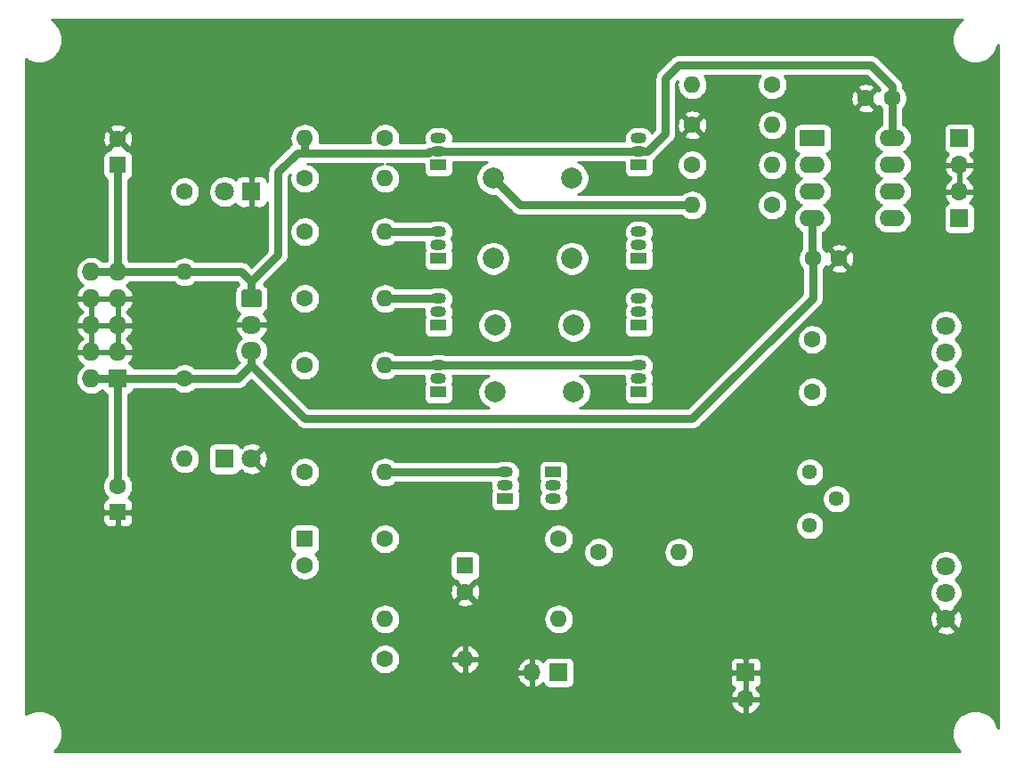
<source format=gbl>
G04 #@! TF.GenerationSoftware,KiCad,Pcbnew,(5.1.4)-1*
G04 #@! TF.CreationDate,2020-05-06T07:20:01+09:00*
G04 #@! TF.ProjectId,TLF01_V2,544c4630-315f-4563-922e-6b696361645f,rev?*
G04 #@! TF.SameCoordinates,Original*
G04 #@! TF.FileFunction,Copper,L2,Bot*
G04 #@! TF.FilePolarity,Positive*
%FSLAX46Y46*%
G04 Gerber Fmt 4.6, Leading zero omitted, Abs format (unit mm)*
G04 Created by KiCad (PCBNEW (5.1.4)-1) date 2020-05-06 07:20:01*
%MOMM*%
%LPD*%
G04 APERTURE LIST*
%ADD10O,1.950000X1.700000*%
%ADD11C,0.100000*%
%ADD12C,1.700000*%
%ADD13R,1.500000X1.050000*%
%ADD14O,1.500000X1.050000*%
%ADD15C,1.800000*%
%ADD16C,1.600000*%
%ADD17O,1.600000X1.600000*%
%ADD18R,2.400000X1.600000*%
%ADD19O,2.400000X1.600000*%
%ADD20C,1.440000*%
%ADD21R,1.700000X1.700000*%
%ADD22O,1.700000X1.700000*%
%ADD23R,1.727200X1.727200*%
%ADD24O,1.727200X1.727200*%
%ADD25R,1.800000X1.800000*%
%ADD26C,2.000000*%
%ADD27R,1.600000X1.600000*%
%ADD28C,0.750000*%
%ADD29C,0.254000*%
G04 APERTURE END LIST*
D10*
X123190000Y-92630000D03*
X123190000Y-90130000D03*
D11*
G36*
X123939504Y-86781204D02*
G01*
X123963773Y-86784804D01*
X123987571Y-86790765D01*
X124010671Y-86799030D01*
X124032849Y-86809520D01*
X124053893Y-86822133D01*
X124073598Y-86836747D01*
X124091777Y-86853223D01*
X124108253Y-86871402D01*
X124122867Y-86891107D01*
X124135480Y-86912151D01*
X124145970Y-86934329D01*
X124154235Y-86957429D01*
X124160196Y-86981227D01*
X124163796Y-87005496D01*
X124165000Y-87030000D01*
X124165000Y-88230000D01*
X124163796Y-88254504D01*
X124160196Y-88278773D01*
X124154235Y-88302571D01*
X124145970Y-88325671D01*
X124135480Y-88347849D01*
X124122867Y-88368893D01*
X124108253Y-88388598D01*
X124091777Y-88406777D01*
X124073598Y-88423253D01*
X124053893Y-88437867D01*
X124032849Y-88450480D01*
X124010671Y-88460970D01*
X123987571Y-88469235D01*
X123963773Y-88475196D01*
X123939504Y-88478796D01*
X123915000Y-88480000D01*
X122465000Y-88480000D01*
X122440496Y-88478796D01*
X122416227Y-88475196D01*
X122392429Y-88469235D01*
X122369329Y-88460970D01*
X122347151Y-88450480D01*
X122326107Y-88437867D01*
X122306402Y-88423253D01*
X122288223Y-88406777D01*
X122271747Y-88388598D01*
X122257133Y-88368893D01*
X122244520Y-88347849D01*
X122234030Y-88325671D01*
X122225765Y-88302571D01*
X122219804Y-88278773D01*
X122216204Y-88254504D01*
X122215000Y-88230000D01*
X122215000Y-87030000D01*
X122216204Y-87005496D01*
X122219804Y-86981227D01*
X122225765Y-86957429D01*
X122234030Y-86934329D01*
X122244520Y-86912151D01*
X122257133Y-86891107D01*
X122271747Y-86871402D01*
X122288223Y-86853223D01*
X122306402Y-86836747D01*
X122326107Y-86822133D01*
X122347151Y-86809520D01*
X122369329Y-86799030D01*
X122392429Y-86790765D01*
X122416227Y-86784804D01*
X122440496Y-86781204D01*
X122465000Y-86780000D01*
X123915000Y-86780000D01*
X123939504Y-86781204D01*
X123939504Y-86781204D01*
G37*
D12*
X123190000Y-87630000D03*
D13*
X151892000Y-104140000D03*
D14*
X151892000Y-106680000D03*
X151892000Y-105410000D03*
D13*
X160020000Y-96520000D03*
D14*
X160020000Y-93980000D03*
X160020000Y-95250000D03*
D13*
X160020000Y-90170000D03*
D14*
X160020000Y-87630000D03*
X160020000Y-88900000D03*
D13*
X160020000Y-83820000D03*
D14*
X160020000Y-81280000D03*
X160020000Y-82550000D03*
D13*
X160020000Y-74930000D03*
D14*
X160020000Y-72390000D03*
X160020000Y-73660000D03*
D13*
X147320000Y-106680000D03*
D14*
X147320000Y-104140000D03*
X147320000Y-105410000D03*
D13*
X140970000Y-96520000D03*
D14*
X140970000Y-93980000D03*
X140970000Y-95250000D03*
D13*
X140970000Y-90170000D03*
D14*
X140970000Y-87630000D03*
X140970000Y-88900000D03*
D13*
X140970000Y-83820000D03*
D14*
X140970000Y-81280000D03*
X140970000Y-82550000D03*
D13*
X140970000Y-74930000D03*
D14*
X140970000Y-72390000D03*
X140970000Y-73660000D03*
D15*
X189230000Y-118110000D03*
X189230000Y-115610000D03*
X189230000Y-113110000D03*
D16*
X135890000Y-72390000D03*
D17*
X128270000Y-72390000D03*
D16*
X176530000Y-96520000D03*
X176530000Y-91520000D03*
D18*
X176530000Y-72390000D03*
D19*
X184150000Y-80010000D03*
X176530000Y-74930000D03*
X184150000Y-77470000D03*
X176530000Y-77470000D03*
X184150000Y-74930000D03*
X176530000Y-80010000D03*
X184150000Y-72390000D03*
D20*
X176276000Y-104140000D03*
X178816000Y-106680000D03*
X176276000Y-109220000D03*
D15*
X189230000Y-95250000D03*
X189230000Y-92750000D03*
X189230000Y-90250000D03*
D16*
X172720000Y-67310000D03*
D17*
X165100000Y-67310000D03*
D16*
X156210000Y-111760000D03*
D17*
X163830000Y-111760000D03*
D16*
X165100000Y-71120000D03*
D17*
X172720000Y-71120000D03*
D16*
X165100000Y-74930000D03*
D17*
X172720000Y-74930000D03*
D16*
X172720000Y-78740000D03*
D17*
X165100000Y-78740000D03*
D16*
X152400000Y-110490000D03*
D17*
X152400000Y-118110000D03*
D16*
X135890000Y-121920000D03*
D17*
X143510000Y-121920000D03*
D16*
X128270000Y-93980000D03*
D17*
X135890000Y-93980000D03*
D16*
X128270000Y-87630000D03*
D17*
X135890000Y-87630000D03*
D16*
X128270000Y-81280000D03*
D17*
X135890000Y-81280000D03*
D16*
X128270000Y-76200000D03*
D17*
X135890000Y-76200000D03*
D16*
X135890000Y-110490000D03*
D17*
X135890000Y-118110000D03*
D16*
X128270000Y-104140000D03*
D17*
X135890000Y-104140000D03*
D16*
X116840000Y-95250000D03*
D17*
X116840000Y-102870000D03*
D16*
X116840000Y-77470000D03*
D17*
X116840000Y-85090000D03*
D21*
X190500000Y-72390000D03*
D22*
X190500000Y-74930000D03*
D21*
X152400000Y-123190000D03*
D22*
X149860000Y-123190000D03*
D21*
X170180000Y-123190000D03*
D22*
X170180000Y-125730000D03*
D21*
X190500000Y-80010000D03*
D22*
X190500000Y-77470000D03*
D23*
X110490000Y-95250000D03*
D24*
X107950000Y-95250000D03*
X110490000Y-92710000D03*
X107950000Y-92710000D03*
X110490000Y-90170000D03*
X107950000Y-90170000D03*
X110490000Y-87630000D03*
X107950000Y-87630000D03*
X110490000Y-85090000D03*
X107950000Y-85090000D03*
D25*
X120650000Y-102870000D03*
D15*
X123190000Y-102870000D03*
D25*
X123190000Y-77470000D03*
D15*
X120650000Y-77470000D03*
D16*
X179070000Y-83820000D03*
X176570000Y-83820000D03*
X181610000Y-68580000D03*
X184110000Y-68580000D03*
D26*
X153840000Y-96520000D03*
X146340000Y-96520000D03*
X153840000Y-90170000D03*
X146340000Y-90170000D03*
X153670000Y-83820000D03*
X146170000Y-83820000D03*
X153670000Y-76200000D03*
X146170000Y-76200000D03*
D27*
X143510000Y-113030000D03*
D16*
X143510000Y-115530000D03*
D27*
X128270000Y-110490000D03*
D16*
X128270000Y-112990000D03*
D27*
X110490000Y-107950000D03*
D16*
X110490000Y-105450000D03*
D27*
X110490000Y-74930000D03*
D16*
X110490000Y-72430000D03*
D28*
X184110000Y-68580000D02*
X184110000Y-72350000D01*
X160020000Y-73660000D02*
X140970000Y-73660000D01*
X140120000Y-73660000D02*
X140970000Y-73660000D01*
X140014999Y-73765001D02*
X140120000Y-73660000D01*
X128270000Y-73521370D02*
X128513631Y-73765001D01*
X128270000Y-72390000D02*
X128270000Y-73521370D01*
X127529999Y-73765001D02*
X129010001Y-73765001D01*
X129010001Y-73765001D02*
X140014999Y-73765001D01*
X128513631Y-73765001D02*
X129010001Y-73765001D01*
X123190000Y-86030000D02*
X125730000Y-83490000D01*
X125730000Y-83490000D02*
X125730000Y-75565000D01*
X125730000Y-75565000D02*
X127529999Y-73765001D01*
X184110000Y-67448630D02*
X182066370Y-65405000D01*
X184110000Y-68580000D02*
X184110000Y-67448630D01*
X182066370Y-65405000D02*
X163830000Y-65405000D01*
X163830000Y-65405000D02*
X162560000Y-66675000D01*
X160870000Y-73660000D02*
X160020000Y-73660000D01*
X162560000Y-71970000D02*
X160870000Y-73660000D01*
X162560000Y-66675000D02*
X162560000Y-71970000D01*
X107950000Y-85090000D02*
X110490000Y-85090000D01*
X110490000Y-85090000D02*
X116840000Y-85090000D01*
X122250000Y-85090000D02*
X123190000Y-86030000D01*
X116840000Y-85090000D02*
X122250000Y-85090000D01*
X110490000Y-74930000D02*
X110490000Y-85090000D01*
X123190000Y-87630000D02*
X123190000Y-86360000D01*
X123190000Y-86360000D02*
X123190000Y-86030000D01*
X176530000Y-80010000D02*
X176530000Y-83780000D01*
X176570000Y-87590000D02*
X176570000Y-83820000D01*
X165100000Y-99060000D02*
X176570000Y-87590000D01*
X107950000Y-95250000D02*
X110490000Y-95250000D01*
X110490000Y-95250000D02*
X116840000Y-95250000D01*
X116840000Y-95250000D02*
X121920000Y-95250000D01*
X121920000Y-95250000D02*
X123190000Y-93980000D01*
X123190000Y-93980000D02*
X128270000Y-99060000D01*
X128270000Y-99060000D02*
X165100000Y-99060000D01*
X110490000Y-95250000D02*
X110490000Y-105450000D01*
X123190000Y-92630000D02*
X123190000Y-93980000D01*
X146170000Y-76200000D02*
X148710000Y-78740000D01*
X148710000Y-78740000D02*
X165100000Y-78740000D01*
X135890000Y-81280000D02*
X140970000Y-81280000D01*
X135890000Y-87630000D02*
X140970000Y-87630000D01*
X135890000Y-93980000D02*
X140970000Y-93980000D01*
X140970000Y-93980000D02*
X160020000Y-93980000D01*
X147320000Y-104140000D02*
X135890000Y-104140000D01*
D29*
G36*
X190575271Y-61263962D02*
G01*
X190263962Y-61575271D01*
X190019369Y-61941331D01*
X189850890Y-62348075D01*
X189765000Y-62779872D01*
X189765000Y-63220128D01*
X189850890Y-63651925D01*
X190019369Y-64058669D01*
X190263962Y-64424729D01*
X190575271Y-64736038D01*
X190941331Y-64980631D01*
X191348075Y-65149110D01*
X191779872Y-65235000D01*
X192220128Y-65235000D01*
X192651925Y-65149110D01*
X193058669Y-64980631D01*
X193424729Y-64736038D01*
X193736038Y-64424729D01*
X193980631Y-64058669D01*
X194149110Y-63651925D01*
X194183000Y-63481549D01*
X194183000Y-128518451D01*
X194149110Y-128348075D01*
X193980631Y-127941331D01*
X193736038Y-127575271D01*
X193424729Y-127263962D01*
X193058669Y-127019369D01*
X192651925Y-126850890D01*
X192220128Y-126765000D01*
X191779872Y-126765000D01*
X191348075Y-126850890D01*
X190941331Y-127019369D01*
X190575271Y-127263962D01*
X190263962Y-127575271D01*
X190019369Y-127941331D01*
X189850890Y-128348075D01*
X189765000Y-128779872D01*
X189765000Y-129220128D01*
X189850890Y-129651925D01*
X190019369Y-130058669D01*
X190263962Y-130424729D01*
X190522233Y-130683000D01*
X104477767Y-130683000D01*
X104736038Y-130424729D01*
X104980631Y-130058669D01*
X105149110Y-129651925D01*
X105235000Y-129220128D01*
X105235000Y-128779872D01*
X105149110Y-128348075D01*
X104980631Y-127941331D01*
X104736038Y-127575271D01*
X104424729Y-127263962D01*
X104058669Y-127019369D01*
X103651925Y-126850890D01*
X103220128Y-126765000D01*
X102779872Y-126765000D01*
X102348075Y-126850890D01*
X101941331Y-127019369D01*
X101727000Y-127162580D01*
X101727000Y-126086890D01*
X168738524Y-126086890D01*
X168783175Y-126234099D01*
X168908359Y-126496920D01*
X169082412Y-126730269D01*
X169298645Y-126925178D01*
X169548748Y-127074157D01*
X169823109Y-127171481D01*
X170053000Y-127050814D01*
X170053000Y-125857000D01*
X170307000Y-125857000D01*
X170307000Y-127050814D01*
X170536891Y-127171481D01*
X170811252Y-127074157D01*
X171061355Y-126925178D01*
X171277588Y-126730269D01*
X171451641Y-126496920D01*
X171576825Y-126234099D01*
X171621476Y-126086890D01*
X171500155Y-125857000D01*
X170307000Y-125857000D01*
X170053000Y-125857000D01*
X168859845Y-125857000D01*
X168738524Y-126086890D01*
X101727000Y-126086890D01*
X101727000Y-123546891D01*
X148418519Y-123546891D01*
X148515843Y-123821252D01*
X148664822Y-124071355D01*
X148859731Y-124287588D01*
X149093080Y-124461641D01*
X149355901Y-124586825D01*
X149503110Y-124631476D01*
X149733000Y-124510155D01*
X149733000Y-123317000D01*
X148539186Y-123317000D01*
X148418519Y-123546891D01*
X101727000Y-123546891D01*
X101727000Y-121778665D01*
X134455000Y-121778665D01*
X134455000Y-122061335D01*
X134510147Y-122338574D01*
X134618320Y-122599727D01*
X134775363Y-122834759D01*
X134975241Y-123034637D01*
X135210273Y-123191680D01*
X135471426Y-123299853D01*
X135748665Y-123355000D01*
X136031335Y-123355000D01*
X136308574Y-123299853D01*
X136569727Y-123191680D01*
X136804759Y-123034637D01*
X137004637Y-122834759D01*
X137161680Y-122599727D01*
X137269853Y-122338574D01*
X137283684Y-122269039D01*
X142118096Y-122269039D01*
X142158754Y-122403087D01*
X142278963Y-122657420D01*
X142446481Y-122883414D01*
X142654869Y-123072385D01*
X142896119Y-123217070D01*
X143160960Y-123311909D01*
X143383000Y-123190624D01*
X143383000Y-122047000D01*
X143637000Y-122047000D01*
X143637000Y-123190624D01*
X143859040Y-123311909D01*
X144123881Y-123217070D01*
X144365131Y-123072385D01*
X144573519Y-122883414D01*
X144610807Y-122833109D01*
X148418519Y-122833109D01*
X148539186Y-123063000D01*
X149733000Y-123063000D01*
X149733000Y-121869845D01*
X149987000Y-121869845D01*
X149987000Y-123063000D01*
X150007000Y-123063000D01*
X150007000Y-123317000D01*
X149987000Y-123317000D01*
X149987000Y-124510155D01*
X150216890Y-124631476D01*
X150364099Y-124586825D01*
X150626920Y-124461641D01*
X150860269Y-124287588D01*
X150936034Y-124203534D01*
X150960498Y-124284180D01*
X151019463Y-124394494D01*
X151098815Y-124491185D01*
X151195506Y-124570537D01*
X151305820Y-124629502D01*
X151425518Y-124665812D01*
X151550000Y-124678072D01*
X153250000Y-124678072D01*
X153374482Y-124665812D01*
X153494180Y-124629502D01*
X153604494Y-124570537D01*
X153701185Y-124491185D01*
X153780537Y-124394494D01*
X153839502Y-124284180D01*
X153875812Y-124164482D01*
X153888072Y-124040000D01*
X168691928Y-124040000D01*
X168704188Y-124164482D01*
X168740498Y-124284180D01*
X168799463Y-124394494D01*
X168878815Y-124491185D01*
X168975506Y-124570537D01*
X169085820Y-124629502D01*
X169166466Y-124653966D01*
X169082412Y-124729731D01*
X168908359Y-124963080D01*
X168783175Y-125225901D01*
X168738524Y-125373110D01*
X168859845Y-125603000D01*
X170053000Y-125603000D01*
X170053000Y-123317000D01*
X170307000Y-123317000D01*
X170307000Y-125603000D01*
X171500155Y-125603000D01*
X171621476Y-125373110D01*
X171576825Y-125225901D01*
X171451641Y-124963080D01*
X171277588Y-124729731D01*
X171193534Y-124653966D01*
X171274180Y-124629502D01*
X171384494Y-124570537D01*
X171481185Y-124491185D01*
X171560537Y-124394494D01*
X171619502Y-124284180D01*
X171655812Y-124164482D01*
X171668072Y-124040000D01*
X171665000Y-123475750D01*
X171506250Y-123317000D01*
X170307000Y-123317000D01*
X170053000Y-123317000D01*
X168853750Y-123317000D01*
X168695000Y-123475750D01*
X168691928Y-124040000D01*
X153888072Y-124040000D01*
X153888072Y-122340000D01*
X168691928Y-122340000D01*
X168695000Y-122904250D01*
X168853750Y-123063000D01*
X170053000Y-123063000D01*
X170053000Y-121863750D01*
X170307000Y-121863750D01*
X170307000Y-123063000D01*
X171506250Y-123063000D01*
X171665000Y-122904250D01*
X171668072Y-122340000D01*
X171655812Y-122215518D01*
X171619502Y-122095820D01*
X171560537Y-121985506D01*
X171481185Y-121888815D01*
X171384494Y-121809463D01*
X171274180Y-121750498D01*
X171154482Y-121714188D01*
X171030000Y-121701928D01*
X170465750Y-121705000D01*
X170307000Y-121863750D01*
X170053000Y-121863750D01*
X169894250Y-121705000D01*
X169330000Y-121701928D01*
X169205518Y-121714188D01*
X169085820Y-121750498D01*
X168975506Y-121809463D01*
X168878815Y-121888815D01*
X168799463Y-121985506D01*
X168740498Y-122095820D01*
X168704188Y-122215518D01*
X168691928Y-122340000D01*
X153888072Y-122340000D01*
X153875812Y-122215518D01*
X153839502Y-122095820D01*
X153780537Y-121985506D01*
X153701185Y-121888815D01*
X153604494Y-121809463D01*
X153494180Y-121750498D01*
X153374482Y-121714188D01*
X153250000Y-121701928D01*
X151550000Y-121701928D01*
X151425518Y-121714188D01*
X151305820Y-121750498D01*
X151195506Y-121809463D01*
X151098815Y-121888815D01*
X151019463Y-121985506D01*
X150960498Y-122095820D01*
X150936034Y-122176466D01*
X150860269Y-122092412D01*
X150626920Y-121918359D01*
X150364099Y-121793175D01*
X150216890Y-121748524D01*
X149987000Y-121869845D01*
X149733000Y-121869845D01*
X149503110Y-121748524D01*
X149355901Y-121793175D01*
X149093080Y-121918359D01*
X148859731Y-122092412D01*
X148664822Y-122308645D01*
X148515843Y-122558748D01*
X148418519Y-122833109D01*
X144610807Y-122833109D01*
X144741037Y-122657420D01*
X144861246Y-122403087D01*
X144901904Y-122269039D01*
X144779915Y-122047000D01*
X143637000Y-122047000D01*
X143383000Y-122047000D01*
X142240085Y-122047000D01*
X142118096Y-122269039D01*
X137283684Y-122269039D01*
X137325000Y-122061335D01*
X137325000Y-121778665D01*
X137283685Y-121570961D01*
X142118096Y-121570961D01*
X142240085Y-121793000D01*
X143383000Y-121793000D01*
X143383000Y-120649376D01*
X143637000Y-120649376D01*
X143637000Y-121793000D01*
X144779915Y-121793000D01*
X144901904Y-121570961D01*
X144861246Y-121436913D01*
X144741037Y-121182580D01*
X144573519Y-120956586D01*
X144365131Y-120767615D01*
X144123881Y-120622930D01*
X143859040Y-120528091D01*
X143637000Y-120649376D01*
X143383000Y-120649376D01*
X143160960Y-120528091D01*
X142896119Y-120622930D01*
X142654869Y-120767615D01*
X142446481Y-120956586D01*
X142278963Y-121182580D01*
X142158754Y-121436913D01*
X142118096Y-121570961D01*
X137283685Y-121570961D01*
X137269853Y-121501426D01*
X137161680Y-121240273D01*
X137004637Y-121005241D01*
X136804759Y-120805363D01*
X136569727Y-120648320D01*
X136308574Y-120540147D01*
X136031335Y-120485000D01*
X135748665Y-120485000D01*
X135471426Y-120540147D01*
X135210273Y-120648320D01*
X134975241Y-120805363D01*
X134775363Y-121005241D01*
X134618320Y-121240273D01*
X134510147Y-121501426D01*
X134455000Y-121778665D01*
X101727000Y-121778665D01*
X101727000Y-118110000D01*
X134448057Y-118110000D01*
X134475764Y-118391309D01*
X134557818Y-118661808D01*
X134691068Y-118911101D01*
X134870392Y-119129608D01*
X135088899Y-119308932D01*
X135338192Y-119442182D01*
X135608691Y-119524236D01*
X135819508Y-119545000D01*
X135960492Y-119545000D01*
X136171309Y-119524236D01*
X136441808Y-119442182D01*
X136691101Y-119308932D01*
X136909608Y-119129608D01*
X137088932Y-118911101D01*
X137222182Y-118661808D01*
X137304236Y-118391309D01*
X137331943Y-118110000D01*
X150958057Y-118110000D01*
X150985764Y-118391309D01*
X151067818Y-118661808D01*
X151201068Y-118911101D01*
X151380392Y-119129608D01*
X151598899Y-119308932D01*
X151848192Y-119442182D01*
X152118691Y-119524236D01*
X152329508Y-119545000D01*
X152470492Y-119545000D01*
X152681309Y-119524236D01*
X152951808Y-119442182D01*
X153201101Y-119308932D01*
X153365418Y-119174080D01*
X188345525Y-119174080D01*
X188429208Y-119428261D01*
X188701775Y-119559158D01*
X188994642Y-119634365D01*
X189296553Y-119650991D01*
X189595907Y-119608397D01*
X189881199Y-119508222D01*
X190030792Y-119428261D01*
X190114475Y-119174080D01*
X189230000Y-118289605D01*
X188345525Y-119174080D01*
X153365418Y-119174080D01*
X153419608Y-119129608D01*
X153598932Y-118911101D01*
X153732182Y-118661808D01*
X153814236Y-118391309D01*
X153835387Y-118176553D01*
X187689009Y-118176553D01*
X187731603Y-118475907D01*
X187831778Y-118761199D01*
X187911739Y-118910792D01*
X188165920Y-118994475D01*
X189050395Y-118110000D01*
X189409605Y-118110000D01*
X190294080Y-118994475D01*
X190548261Y-118910792D01*
X190679158Y-118638225D01*
X190754365Y-118345358D01*
X190770991Y-118043447D01*
X190728397Y-117744093D01*
X190628222Y-117458801D01*
X190548261Y-117309208D01*
X190294080Y-117225525D01*
X189409605Y-118110000D01*
X189050395Y-118110000D01*
X188165920Y-117225525D01*
X187911739Y-117309208D01*
X187780842Y-117581775D01*
X187705635Y-117874642D01*
X187689009Y-118176553D01*
X153835387Y-118176553D01*
X153841943Y-118110000D01*
X153814236Y-117828691D01*
X153732182Y-117558192D01*
X153598932Y-117308899D01*
X153419608Y-117090392D01*
X153201101Y-116911068D01*
X152951808Y-116777818D01*
X152681309Y-116695764D01*
X152470492Y-116675000D01*
X152329508Y-116675000D01*
X152118691Y-116695764D01*
X151848192Y-116777818D01*
X151598899Y-116911068D01*
X151380392Y-117090392D01*
X151201068Y-117308899D01*
X151067818Y-117558192D01*
X150985764Y-117828691D01*
X150958057Y-118110000D01*
X137331943Y-118110000D01*
X137304236Y-117828691D01*
X137222182Y-117558192D01*
X137088932Y-117308899D01*
X136909608Y-117090392D01*
X136691101Y-116911068D01*
X136441808Y-116777818D01*
X136171309Y-116695764D01*
X135960492Y-116675000D01*
X135819508Y-116675000D01*
X135608691Y-116695764D01*
X135338192Y-116777818D01*
X135088899Y-116911068D01*
X134870392Y-117090392D01*
X134691068Y-117308899D01*
X134557818Y-117558192D01*
X134475764Y-117828691D01*
X134448057Y-118110000D01*
X101727000Y-118110000D01*
X101727000Y-116522702D01*
X142696903Y-116522702D01*
X142768486Y-116766671D01*
X143023996Y-116887571D01*
X143298184Y-116956300D01*
X143580512Y-116970217D01*
X143860130Y-116928787D01*
X144126292Y-116833603D01*
X144251514Y-116766671D01*
X144323097Y-116522702D01*
X143510000Y-115709605D01*
X142696903Y-116522702D01*
X101727000Y-116522702D01*
X101727000Y-115600512D01*
X142069783Y-115600512D01*
X142111213Y-115880130D01*
X142206397Y-116146292D01*
X142273329Y-116271514D01*
X142517298Y-116343097D01*
X143330395Y-115530000D01*
X143689605Y-115530000D01*
X144502702Y-116343097D01*
X144746671Y-116271514D01*
X144867571Y-116016004D01*
X144936300Y-115741816D01*
X144950217Y-115459488D01*
X144908787Y-115179870D01*
X144813603Y-114913708D01*
X144746671Y-114788486D01*
X144502702Y-114716903D01*
X143689605Y-115530000D01*
X143330395Y-115530000D01*
X142517298Y-114716903D01*
X142273329Y-114788486D01*
X142152429Y-115043996D01*
X142083700Y-115318184D01*
X142069783Y-115600512D01*
X101727000Y-115600512D01*
X101727000Y-109690000D01*
X126831928Y-109690000D01*
X126831928Y-111290000D01*
X126844188Y-111414482D01*
X126880498Y-111534180D01*
X126939463Y-111644494D01*
X127018815Y-111741185D01*
X127115506Y-111820537D01*
X127225820Y-111879502D01*
X127321943Y-111908661D01*
X127155363Y-112075241D01*
X126998320Y-112310273D01*
X126890147Y-112571426D01*
X126835000Y-112848665D01*
X126835000Y-113131335D01*
X126890147Y-113408574D01*
X126998320Y-113669727D01*
X127155363Y-113904759D01*
X127355241Y-114104637D01*
X127590273Y-114261680D01*
X127851426Y-114369853D01*
X128128665Y-114425000D01*
X128411335Y-114425000D01*
X128688574Y-114369853D01*
X128949727Y-114261680D01*
X129184759Y-114104637D01*
X129384637Y-113904759D01*
X129541680Y-113669727D01*
X129649853Y-113408574D01*
X129705000Y-113131335D01*
X129705000Y-112848665D01*
X129649853Y-112571426D01*
X129541680Y-112310273D01*
X129488044Y-112230000D01*
X142071928Y-112230000D01*
X142071928Y-113830000D01*
X142084188Y-113954482D01*
X142120498Y-114074180D01*
X142179463Y-114184494D01*
X142258815Y-114281185D01*
X142355506Y-114360537D01*
X142465820Y-114419502D01*
X142585518Y-114455812D01*
X142710000Y-114468072D01*
X142717215Y-114468072D01*
X142696903Y-114537298D01*
X143510000Y-115350395D01*
X144323097Y-114537298D01*
X144302785Y-114468072D01*
X144310000Y-114468072D01*
X144434482Y-114455812D01*
X144554180Y-114419502D01*
X144664494Y-114360537D01*
X144761185Y-114281185D01*
X144840537Y-114184494D01*
X144899502Y-114074180D01*
X144935812Y-113954482D01*
X144948072Y-113830000D01*
X144948072Y-112230000D01*
X144935812Y-112105518D01*
X144899502Y-111985820D01*
X144840537Y-111875506D01*
X144761185Y-111778815D01*
X144664494Y-111699463D01*
X144554180Y-111640498D01*
X144434482Y-111604188D01*
X144310000Y-111591928D01*
X142710000Y-111591928D01*
X142585518Y-111604188D01*
X142465820Y-111640498D01*
X142355506Y-111699463D01*
X142258815Y-111778815D01*
X142179463Y-111875506D01*
X142120498Y-111985820D01*
X142084188Y-112105518D01*
X142071928Y-112230000D01*
X129488044Y-112230000D01*
X129384637Y-112075241D01*
X129218057Y-111908661D01*
X129314180Y-111879502D01*
X129424494Y-111820537D01*
X129521185Y-111741185D01*
X129600537Y-111644494D01*
X129659502Y-111534180D01*
X129695812Y-111414482D01*
X129708072Y-111290000D01*
X129708072Y-110348665D01*
X134455000Y-110348665D01*
X134455000Y-110631335D01*
X134510147Y-110908574D01*
X134618320Y-111169727D01*
X134775363Y-111404759D01*
X134975241Y-111604637D01*
X135210273Y-111761680D01*
X135471426Y-111869853D01*
X135748665Y-111925000D01*
X136031335Y-111925000D01*
X136308574Y-111869853D01*
X136569727Y-111761680D01*
X136804759Y-111604637D01*
X137004637Y-111404759D01*
X137161680Y-111169727D01*
X137269853Y-110908574D01*
X137325000Y-110631335D01*
X137325000Y-110348665D01*
X150965000Y-110348665D01*
X150965000Y-110631335D01*
X151020147Y-110908574D01*
X151128320Y-111169727D01*
X151285363Y-111404759D01*
X151485241Y-111604637D01*
X151720273Y-111761680D01*
X151981426Y-111869853D01*
X152258665Y-111925000D01*
X152541335Y-111925000D01*
X152818574Y-111869853D01*
X153079727Y-111761680D01*
X153293764Y-111618665D01*
X154775000Y-111618665D01*
X154775000Y-111901335D01*
X154830147Y-112178574D01*
X154938320Y-112439727D01*
X155095363Y-112674759D01*
X155295241Y-112874637D01*
X155530273Y-113031680D01*
X155791426Y-113139853D01*
X156068665Y-113195000D01*
X156351335Y-113195000D01*
X156628574Y-113139853D01*
X156889727Y-113031680D01*
X157124759Y-112874637D01*
X157324637Y-112674759D01*
X157481680Y-112439727D01*
X157589853Y-112178574D01*
X157645000Y-111901335D01*
X157645000Y-111760000D01*
X162388057Y-111760000D01*
X162415764Y-112041309D01*
X162497818Y-112311808D01*
X162631068Y-112561101D01*
X162810392Y-112779608D01*
X163028899Y-112958932D01*
X163278192Y-113092182D01*
X163548691Y-113174236D01*
X163759508Y-113195000D01*
X163900492Y-113195000D01*
X164111309Y-113174236D01*
X164381808Y-113092182D01*
X164631101Y-112958932D01*
X164631242Y-112958816D01*
X187695000Y-112958816D01*
X187695000Y-113261184D01*
X187753989Y-113557743D01*
X187869701Y-113837095D01*
X188037688Y-114088505D01*
X188251495Y-114302312D01*
X188337831Y-114360000D01*
X188251495Y-114417688D01*
X188037688Y-114631495D01*
X187869701Y-114882905D01*
X187753989Y-115162257D01*
X187695000Y-115458816D01*
X187695000Y-115761184D01*
X187753989Y-116057743D01*
X187869701Y-116337095D01*
X188037688Y-116588505D01*
X188251495Y-116802312D01*
X188394310Y-116897738D01*
X188345525Y-117045920D01*
X189230000Y-117930395D01*
X190114475Y-117045920D01*
X190065690Y-116897738D01*
X190208505Y-116802312D01*
X190422312Y-116588505D01*
X190590299Y-116337095D01*
X190706011Y-116057743D01*
X190765000Y-115761184D01*
X190765000Y-115458816D01*
X190706011Y-115162257D01*
X190590299Y-114882905D01*
X190422312Y-114631495D01*
X190208505Y-114417688D01*
X190122169Y-114360000D01*
X190208505Y-114302312D01*
X190422312Y-114088505D01*
X190590299Y-113837095D01*
X190706011Y-113557743D01*
X190765000Y-113261184D01*
X190765000Y-112958816D01*
X190706011Y-112662257D01*
X190590299Y-112382905D01*
X190422312Y-112131495D01*
X190208505Y-111917688D01*
X189957095Y-111749701D01*
X189677743Y-111633989D01*
X189381184Y-111575000D01*
X189078816Y-111575000D01*
X188782257Y-111633989D01*
X188502905Y-111749701D01*
X188251495Y-111917688D01*
X188037688Y-112131495D01*
X187869701Y-112382905D01*
X187753989Y-112662257D01*
X187695000Y-112958816D01*
X164631242Y-112958816D01*
X164849608Y-112779608D01*
X165028932Y-112561101D01*
X165162182Y-112311808D01*
X165244236Y-112041309D01*
X165271943Y-111760000D01*
X165244236Y-111478691D01*
X165162182Y-111208192D01*
X165028932Y-110958899D01*
X164849608Y-110740392D01*
X164631101Y-110561068D01*
X164381808Y-110427818D01*
X164111309Y-110345764D01*
X163900492Y-110325000D01*
X163759508Y-110325000D01*
X163548691Y-110345764D01*
X163278192Y-110427818D01*
X163028899Y-110561068D01*
X162810392Y-110740392D01*
X162631068Y-110958899D01*
X162497818Y-111208192D01*
X162415764Y-111478691D01*
X162388057Y-111760000D01*
X157645000Y-111760000D01*
X157645000Y-111618665D01*
X157589853Y-111341426D01*
X157481680Y-111080273D01*
X157324637Y-110845241D01*
X157124759Y-110645363D01*
X156889727Y-110488320D01*
X156628574Y-110380147D01*
X156351335Y-110325000D01*
X156068665Y-110325000D01*
X155791426Y-110380147D01*
X155530273Y-110488320D01*
X155295241Y-110645363D01*
X155095363Y-110845241D01*
X154938320Y-111080273D01*
X154830147Y-111341426D01*
X154775000Y-111618665D01*
X153293764Y-111618665D01*
X153314759Y-111604637D01*
X153514637Y-111404759D01*
X153671680Y-111169727D01*
X153779853Y-110908574D01*
X153835000Y-110631335D01*
X153835000Y-110348665D01*
X153779853Y-110071426D01*
X153671680Y-109810273D01*
X153514637Y-109575241D01*
X153314759Y-109375363D01*
X153079727Y-109218320D01*
X152818574Y-109110147D01*
X152699916Y-109086544D01*
X174921000Y-109086544D01*
X174921000Y-109353456D01*
X174973072Y-109615239D01*
X175075215Y-109861833D01*
X175223503Y-110083762D01*
X175412238Y-110272497D01*
X175634167Y-110420785D01*
X175880761Y-110522928D01*
X176142544Y-110575000D01*
X176409456Y-110575000D01*
X176671239Y-110522928D01*
X176917833Y-110420785D01*
X177139762Y-110272497D01*
X177328497Y-110083762D01*
X177476785Y-109861833D01*
X177578928Y-109615239D01*
X177631000Y-109353456D01*
X177631000Y-109086544D01*
X177578928Y-108824761D01*
X177476785Y-108578167D01*
X177328497Y-108356238D01*
X177139762Y-108167503D01*
X176917833Y-108019215D01*
X176671239Y-107917072D01*
X176409456Y-107865000D01*
X176142544Y-107865000D01*
X175880761Y-107917072D01*
X175634167Y-108019215D01*
X175412238Y-108167503D01*
X175223503Y-108356238D01*
X175075215Y-108578167D01*
X174973072Y-108824761D01*
X174921000Y-109086544D01*
X152699916Y-109086544D01*
X152541335Y-109055000D01*
X152258665Y-109055000D01*
X151981426Y-109110147D01*
X151720273Y-109218320D01*
X151485241Y-109375363D01*
X151285363Y-109575241D01*
X151128320Y-109810273D01*
X151020147Y-110071426D01*
X150965000Y-110348665D01*
X137325000Y-110348665D01*
X137269853Y-110071426D01*
X137161680Y-109810273D01*
X137004637Y-109575241D01*
X136804759Y-109375363D01*
X136569727Y-109218320D01*
X136308574Y-109110147D01*
X136031335Y-109055000D01*
X135748665Y-109055000D01*
X135471426Y-109110147D01*
X135210273Y-109218320D01*
X134975241Y-109375363D01*
X134775363Y-109575241D01*
X134618320Y-109810273D01*
X134510147Y-110071426D01*
X134455000Y-110348665D01*
X129708072Y-110348665D01*
X129708072Y-109690000D01*
X129695812Y-109565518D01*
X129659502Y-109445820D01*
X129600537Y-109335506D01*
X129521185Y-109238815D01*
X129424494Y-109159463D01*
X129314180Y-109100498D01*
X129194482Y-109064188D01*
X129070000Y-109051928D01*
X127470000Y-109051928D01*
X127345518Y-109064188D01*
X127225820Y-109100498D01*
X127115506Y-109159463D01*
X127018815Y-109238815D01*
X126939463Y-109335506D01*
X126880498Y-109445820D01*
X126844188Y-109565518D01*
X126831928Y-109690000D01*
X101727000Y-109690000D01*
X101727000Y-108750000D01*
X109051928Y-108750000D01*
X109064188Y-108874482D01*
X109100498Y-108994180D01*
X109159463Y-109104494D01*
X109238815Y-109201185D01*
X109335506Y-109280537D01*
X109445820Y-109339502D01*
X109565518Y-109375812D01*
X109690000Y-109388072D01*
X110204250Y-109385000D01*
X110363000Y-109226250D01*
X110363000Y-108077000D01*
X110617000Y-108077000D01*
X110617000Y-109226250D01*
X110775750Y-109385000D01*
X111290000Y-109388072D01*
X111414482Y-109375812D01*
X111534180Y-109339502D01*
X111644494Y-109280537D01*
X111741185Y-109201185D01*
X111820537Y-109104494D01*
X111879502Y-108994180D01*
X111915812Y-108874482D01*
X111928072Y-108750000D01*
X111925000Y-108235750D01*
X111766250Y-108077000D01*
X110617000Y-108077000D01*
X110363000Y-108077000D01*
X109213750Y-108077000D01*
X109055000Y-108235750D01*
X109051928Y-108750000D01*
X101727000Y-108750000D01*
X101727000Y-95250000D01*
X106444149Y-95250000D01*
X106473084Y-95543777D01*
X106558775Y-95826264D01*
X106697931Y-96086606D01*
X106885203Y-96314797D01*
X107113394Y-96502069D01*
X107373736Y-96641225D01*
X107656223Y-96726916D01*
X107876381Y-96748600D01*
X108023619Y-96748600D01*
X108243777Y-96726916D01*
X108526264Y-96641225D01*
X108786606Y-96502069D01*
X109014797Y-96314797D01*
X109021414Y-96306735D01*
X109036898Y-96357780D01*
X109095863Y-96468094D01*
X109175215Y-96564785D01*
X109271906Y-96644137D01*
X109382220Y-96703102D01*
X109480000Y-96732763D01*
X109480001Y-104430603D01*
X109375363Y-104535241D01*
X109218320Y-104770273D01*
X109110147Y-105031426D01*
X109055000Y-105308665D01*
X109055000Y-105591335D01*
X109110147Y-105868574D01*
X109218320Y-106129727D01*
X109375363Y-106364759D01*
X109541943Y-106531339D01*
X109445820Y-106560498D01*
X109335506Y-106619463D01*
X109238815Y-106698815D01*
X109159463Y-106795506D01*
X109100498Y-106905820D01*
X109064188Y-107025518D01*
X109051928Y-107150000D01*
X109055000Y-107664250D01*
X109213750Y-107823000D01*
X110363000Y-107823000D01*
X110363000Y-107803000D01*
X110617000Y-107803000D01*
X110617000Y-107823000D01*
X111766250Y-107823000D01*
X111925000Y-107664250D01*
X111928072Y-107150000D01*
X111915812Y-107025518D01*
X111879502Y-106905820D01*
X111820537Y-106795506D01*
X111741185Y-106698815D01*
X111644494Y-106619463D01*
X111534180Y-106560498D01*
X111438057Y-106531339D01*
X111604637Y-106364759D01*
X111761680Y-106129727D01*
X111869853Y-105868574D01*
X111925000Y-105591335D01*
X111925000Y-105308665D01*
X111869853Y-105031426D01*
X111761680Y-104770273D01*
X111604637Y-104535241D01*
X111500000Y-104430604D01*
X111500000Y-102870000D01*
X115398057Y-102870000D01*
X115425764Y-103151309D01*
X115507818Y-103421808D01*
X115641068Y-103671101D01*
X115820392Y-103889608D01*
X116038899Y-104068932D01*
X116288192Y-104202182D01*
X116558691Y-104284236D01*
X116769508Y-104305000D01*
X116910492Y-104305000D01*
X117121309Y-104284236D01*
X117391808Y-104202182D01*
X117641101Y-104068932D01*
X117859608Y-103889608D01*
X118038932Y-103671101D01*
X118172182Y-103421808D01*
X118254236Y-103151309D01*
X118281943Y-102870000D01*
X118254236Y-102588691D01*
X118172182Y-102318192D01*
X118038932Y-102068899D01*
X117957768Y-101970000D01*
X119111928Y-101970000D01*
X119111928Y-103770000D01*
X119124188Y-103894482D01*
X119160498Y-104014180D01*
X119219463Y-104124494D01*
X119298815Y-104221185D01*
X119395506Y-104300537D01*
X119505820Y-104359502D01*
X119625518Y-104395812D01*
X119750000Y-104408072D01*
X121550000Y-104408072D01*
X121674482Y-104395812D01*
X121794180Y-104359502D01*
X121904494Y-104300537D01*
X122001185Y-104221185D01*
X122080537Y-104124494D01*
X122139502Y-104014180D01*
X122142813Y-104003265D01*
X122189578Y-104050030D01*
X122305526Y-103934082D01*
X122389208Y-104188261D01*
X122661775Y-104319158D01*
X122954642Y-104394365D01*
X123256553Y-104410991D01*
X123555907Y-104368397D01*
X123841199Y-104268222D01*
X123990792Y-104188261D01*
X124053211Y-103998665D01*
X126835000Y-103998665D01*
X126835000Y-104281335D01*
X126890147Y-104558574D01*
X126998320Y-104819727D01*
X127155363Y-105054759D01*
X127355241Y-105254637D01*
X127590273Y-105411680D01*
X127851426Y-105519853D01*
X128128665Y-105575000D01*
X128411335Y-105575000D01*
X128688574Y-105519853D01*
X128949727Y-105411680D01*
X129184759Y-105254637D01*
X129384637Y-105054759D01*
X129541680Y-104819727D01*
X129649853Y-104558574D01*
X129705000Y-104281335D01*
X129705000Y-104140000D01*
X134448057Y-104140000D01*
X134475764Y-104421309D01*
X134557818Y-104691808D01*
X134691068Y-104941101D01*
X134870392Y-105159608D01*
X135088899Y-105338932D01*
X135338192Y-105472182D01*
X135608691Y-105554236D01*
X135819508Y-105575000D01*
X135960492Y-105575000D01*
X136171309Y-105554236D01*
X136441808Y-105472182D01*
X136691101Y-105338932D01*
X136909608Y-105159608D01*
X136917493Y-105150000D01*
X145961674Y-105150000D01*
X145951785Y-105182600D01*
X145929388Y-105410000D01*
X145951785Y-105637400D01*
X146015093Y-105846098D01*
X145980498Y-105910820D01*
X145944188Y-106030518D01*
X145931928Y-106155000D01*
X145931928Y-107205000D01*
X145944188Y-107329482D01*
X145980498Y-107449180D01*
X146039463Y-107559494D01*
X146118815Y-107656185D01*
X146215506Y-107735537D01*
X146325820Y-107794502D01*
X146445518Y-107830812D01*
X146570000Y-107843072D01*
X148070000Y-107843072D01*
X148194482Y-107830812D01*
X148314180Y-107794502D01*
X148424494Y-107735537D01*
X148521185Y-107656185D01*
X148600537Y-107559494D01*
X148659502Y-107449180D01*
X148695812Y-107329482D01*
X148708072Y-107205000D01*
X148708072Y-106155000D01*
X148695812Y-106030518D01*
X148659502Y-105910820D01*
X148624907Y-105846098D01*
X148688215Y-105637400D01*
X148710612Y-105410000D01*
X150501388Y-105410000D01*
X150523785Y-105637400D01*
X150590115Y-105856060D01*
X150691105Y-106045000D01*
X150590115Y-106233940D01*
X150523785Y-106452600D01*
X150501388Y-106680000D01*
X150523785Y-106907400D01*
X150590115Y-107126060D01*
X150697829Y-107327579D01*
X150842788Y-107504212D01*
X151019421Y-107649171D01*
X151220940Y-107756885D01*
X151439600Y-107823215D01*
X151610021Y-107840000D01*
X152173979Y-107840000D01*
X152344400Y-107823215D01*
X152563060Y-107756885D01*
X152764579Y-107649171D01*
X152941212Y-107504212D01*
X153086171Y-107327579D01*
X153193885Y-107126060D01*
X153260215Y-106907400D01*
X153282612Y-106680000D01*
X153269468Y-106546544D01*
X177461000Y-106546544D01*
X177461000Y-106813456D01*
X177513072Y-107075239D01*
X177615215Y-107321833D01*
X177763503Y-107543762D01*
X177952238Y-107732497D01*
X178174167Y-107880785D01*
X178420761Y-107982928D01*
X178682544Y-108035000D01*
X178949456Y-108035000D01*
X179211239Y-107982928D01*
X179457833Y-107880785D01*
X179679762Y-107732497D01*
X179868497Y-107543762D01*
X180016785Y-107321833D01*
X180118928Y-107075239D01*
X180171000Y-106813456D01*
X180171000Y-106546544D01*
X180118928Y-106284761D01*
X180016785Y-106038167D01*
X179868497Y-105816238D01*
X179679762Y-105627503D01*
X179457833Y-105479215D01*
X179211239Y-105377072D01*
X178949456Y-105325000D01*
X178682544Y-105325000D01*
X178420761Y-105377072D01*
X178174167Y-105479215D01*
X177952238Y-105627503D01*
X177763503Y-105816238D01*
X177615215Y-106038167D01*
X177513072Y-106284761D01*
X177461000Y-106546544D01*
X153269468Y-106546544D01*
X153260215Y-106452600D01*
X153193885Y-106233940D01*
X153092895Y-106045000D01*
X153193885Y-105856060D01*
X153260215Y-105637400D01*
X153282612Y-105410000D01*
X153260215Y-105182600D01*
X153196907Y-104973902D01*
X153231502Y-104909180D01*
X153267812Y-104789482D01*
X153280072Y-104665000D01*
X153280072Y-104006544D01*
X174921000Y-104006544D01*
X174921000Y-104273456D01*
X174973072Y-104535239D01*
X175075215Y-104781833D01*
X175223503Y-105003762D01*
X175412238Y-105192497D01*
X175634167Y-105340785D01*
X175880761Y-105442928D01*
X176142544Y-105495000D01*
X176409456Y-105495000D01*
X176671239Y-105442928D01*
X176917833Y-105340785D01*
X177139762Y-105192497D01*
X177328497Y-105003762D01*
X177476785Y-104781833D01*
X177578928Y-104535239D01*
X177631000Y-104273456D01*
X177631000Y-104006544D01*
X177578928Y-103744761D01*
X177476785Y-103498167D01*
X177328497Y-103276238D01*
X177139762Y-103087503D01*
X176917833Y-102939215D01*
X176671239Y-102837072D01*
X176409456Y-102785000D01*
X176142544Y-102785000D01*
X175880761Y-102837072D01*
X175634167Y-102939215D01*
X175412238Y-103087503D01*
X175223503Y-103276238D01*
X175075215Y-103498167D01*
X174973072Y-103744761D01*
X174921000Y-104006544D01*
X153280072Y-104006544D01*
X153280072Y-103615000D01*
X153267812Y-103490518D01*
X153231502Y-103370820D01*
X153172537Y-103260506D01*
X153093185Y-103163815D01*
X152996494Y-103084463D01*
X152886180Y-103025498D01*
X152766482Y-102989188D01*
X152642000Y-102976928D01*
X151142000Y-102976928D01*
X151017518Y-102989188D01*
X150897820Y-103025498D01*
X150787506Y-103084463D01*
X150690815Y-103163815D01*
X150611463Y-103260506D01*
X150552498Y-103370820D01*
X150516188Y-103490518D01*
X150503928Y-103615000D01*
X150503928Y-104665000D01*
X150516188Y-104789482D01*
X150552498Y-104909180D01*
X150587093Y-104973902D01*
X150523785Y-105182600D01*
X150501388Y-105410000D01*
X148710612Y-105410000D01*
X148688215Y-105182600D01*
X148621885Y-104963940D01*
X148520895Y-104775000D01*
X148621885Y-104586060D01*
X148688215Y-104367400D01*
X148710612Y-104140000D01*
X148688215Y-103912600D01*
X148621885Y-103693940D01*
X148514171Y-103492421D01*
X148369212Y-103315788D01*
X148192579Y-103170829D01*
X147991060Y-103063115D01*
X147772400Y-102996785D01*
X147601979Y-102980000D01*
X147038021Y-102980000D01*
X146867600Y-102996785D01*
X146648940Y-103063115D01*
X146523807Y-103130000D01*
X136917493Y-103130000D01*
X136909608Y-103120392D01*
X136691101Y-102941068D01*
X136441808Y-102807818D01*
X136171309Y-102725764D01*
X135960492Y-102705000D01*
X135819508Y-102705000D01*
X135608691Y-102725764D01*
X135338192Y-102807818D01*
X135088899Y-102941068D01*
X134870392Y-103120392D01*
X134691068Y-103338899D01*
X134557818Y-103588192D01*
X134475764Y-103858691D01*
X134448057Y-104140000D01*
X129705000Y-104140000D01*
X129705000Y-103998665D01*
X129649853Y-103721426D01*
X129541680Y-103460273D01*
X129384637Y-103225241D01*
X129184759Y-103025363D01*
X128949727Y-102868320D01*
X128688574Y-102760147D01*
X128411335Y-102705000D01*
X128128665Y-102705000D01*
X127851426Y-102760147D01*
X127590273Y-102868320D01*
X127355241Y-103025363D01*
X127155363Y-103225241D01*
X126998320Y-103460273D01*
X126890147Y-103721426D01*
X126835000Y-103998665D01*
X124053211Y-103998665D01*
X124074475Y-103934080D01*
X123190000Y-103049605D01*
X123175858Y-103063748D01*
X122996253Y-102884143D01*
X123010395Y-102870000D01*
X123369605Y-102870000D01*
X124254080Y-103754475D01*
X124508261Y-103670792D01*
X124639158Y-103398225D01*
X124714365Y-103105358D01*
X124730991Y-102803447D01*
X124688397Y-102504093D01*
X124588222Y-102218801D01*
X124508261Y-102069208D01*
X124254080Y-101985525D01*
X123369605Y-102870000D01*
X123010395Y-102870000D01*
X122996253Y-102855858D01*
X123175858Y-102676253D01*
X123190000Y-102690395D01*
X124074475Y-101805920D01*
X123990792Y-101551739D01*
X123718225Y-101420842D01*
X123425358Y-101345635D01*
X123123447Y-101329009D01*
X122824093Y-101371603D01*
X122538801Y-101471778D01*
X122389208Y-101551739D01*
X122305526Y-101805918D01*
X122189578Y-101689970D01*
X122142813Y-101736735D01*
X122139502Y-101725820D01*
X122080537Y-101615506D01*
X122001185Y-101518815D01*
X121904494Y-101439463D01*
X121794180Y-101380498D01*
X121674482Y-101344188D01*
X121550000Y-101331928D01*
X119750000Y-101331928D01*
X119625518Y-101344188D01*
X119505820Y-101380498D01*
X119395506Y-101439463D01*
X119298815Y-101518815D01*
X119219463Y-101615506D01*
X119160498Y-101725820D01*
X119124188Y-101845518D01*
X119111928Y-101970000D01*
X117957768Y-101970000D01*
X117859608Y-101850392D01*
X117641101Y-101671068D01*
X117391808Y-101537818D01*
X117121309Y-101455764D01*
X116910492Y-101435000D01*
X116769508Y-101435000D01*
X116558691Y-101455764D01*
X116288192Y-101537818D01*
X116038899Y-101671068D01*
X115820392Y-101850392D01*
X115641068Y-102068899D01*
X115507818Y-102318192D01*
X115425764Y-102588691D01*
X115398057Y-102870000D01*
X111500000Y-102870000D01*
X111500000Y-96732763D01*
X111597780Y-96703102D01*
X111708094Y-96644137D01*
X111804785Y-96564785D01*
X111884137Y-96468094D01*
X111943102Y-96357780D01*
X111972763Y-96260000D01*
X115820604Y-96260000D01*
X115925241Y-96364637D01*
X116160273Y-96521680D01*
X116421426Y-96629853D01*
X116698665Y-96685000D01*
X116981335Y-96685000D01*
X117258574Y-96629853D01*
X117519727Y-96521680D01*
X117754759Y-96364637D01*
X117859396Y-96260000D01*
X121870392Y-96260000D01*
X121920000Y-96264886D01*
X122117994Y-96245385D01*
X122173640Y-96228505D01*
X122308380Y-96187632D01*
X122483840Y-96093847D01*
X122637633Y-95967633D01*
X122669261Y-95929094D01*
X123190000Y-95408355D01*
X127520744Y-99739100D01*
X127552367Y-99777633D01*
X127706160Y-99903847D01*
X127881620Y-99997632D01*
X128072005Y-100055385D01*
X128270000Y-100074886D01*
X128319608Y-100070000D01*
X165050392Y-100070000D01*
X165100000Y-100074886D01*
X165297994Y-100055385D01*
X165488380Y-99997632D01*
X165663840Y-99903847D01*
X165817633Y-99777633D01*
X165849261Y-99739094D01*
X169209690Y-96378665D01*
X175095000Y-96378665D01*
X175095000Y-96661335D01*
X175150147Y-96938574D01*
X175258320Y-97199727D01*
X175415363Y-97434759D01*
X175615241Y-97634637D01*
X175850273Y-97791680D01*
X176111426Y-97899853D01*
X176388665Y-97955000D01*
X176671335Y-97955000D01*
X176948574Y-97899853D01*
X177209727Y-97791680D01*
X177444759Y-97634637D01*
X177644637Y-97434759D01*
X177801680Y-97199727D01*
X177909853Y-96938574D01*
X177965000Y-96661335D01*
X177965000Y-96378665D01*
X177909853Y-96101426D01*
X177801680Y-95840273D01*
X177644637Y-95605241D01*
X177444759Y-95405363D01*
X177209727Y-95248320D01*
X176948574Y-95140147D01*
X176671335Y-95085000D01*
X176388665Y-95085000D01*
X176111426Y-95140147D01*
X175850273Y-95248320D01*
X175615241Y-95405363D01*
X175415363Y-95605241D01*
X175258320Y-95840273D01*
X175150147Y-96101426D01*
X175095000Y-96378665D01*
X169209690Y-96378665D01*
X174209690Y-91378665D01*
X175095000Y-91378665D01*
X175095000Y-91661335D01*
X175150147Y-91938574D01*
X175258320Y-92199727D01*
X175415363Y-92434759D01*
X175615241Y-92634637D01*
X175850273Y-92791680D01*
X176111426Y-92899853D01*
X176388665Y-92955000D01*
X176671335Y-92955000D01*
X176948574Y-92899853D01*
X177209727Y-92791680D01*
X177444759Y-92634637D01*
X177644637Y-92434759D01*
X177801680Y-92199727D01*
X177909853Y-91938574D01*
X177965000Y-91661335D01*
X177965000Y-91378665D01*
X177909853Y-91101426D01*
X177801680Y-90840273D01*
X177644637Y-90605241D01*
X177444759Y-90405363D01*
X177209727Y-90248320D01*
X176948574Y-90140147D01*
X176740792Y-90098816D01*
X187695000Y-90098816D01*
X187695000Y-90401184D01*
X187753989Y-90697743D01*
X187869701Y-90977095D01*
X188037688Y-91228505D01*
X188251495Y-91442312D01*
X188337831Y-91500000D01*
X188251495Y-91557688D01*
X188037688Y-91771495D01*
X187869701Y-92022905D01*
X187753989Y-92302257D01*
X187695000Y-92598816D01*
X187695000Y-92901184D01*
X187753989Y-93197743D01*
X187869701Y-93477095D01*
X188037688Y-93728505D01*
X188251495Y-93942312D01*
X188337831Y-94000000D01*
X188251495Y-94057688D01*
X188037688Y-94271495D01*
X187869701Y-94522905D01*
X187753989Y-94802257D01*
X187695000Y-95098816D01*
X187695000Y-95401184D01*
X187753989Y-95697743D01*
X187869701Y-95977095D01*
X188037688Y-96228505D01*
X188251495Y-96442312D01*
X188502905Y-96610299D01*
X188782257Y-96726011D01*
X189078816Y-96785000D01*
X189381184Y-96785000D01*
X189677743Y-96726011D01*
X189957095Y-96610299D01*
X190208505Y-96442312D01*
X190422312Y-96228505D01*
X190590299Y-95977095D01*
X190706011Y-95697743D01*
X190765000Y-95401184D01*
X190765000Y-95098816D01*
X190706011Y-94802257D01*
X190590299Y-94522905D01*
X190422312Y-94271495D01*
X190208505Y-94057688D01*
X190122169Y-94000000D01*
X190208505Y-93942312D01*
X190422312Y-93728505D01*
X190590299Y-93477095D01*
X190706011Y-93197743D01*
X190765000Y-92901184D01*
X190765000Y-92598816D01*
X190706011Y-92302257D01*
X190590299Y-92022905D01*
X190422312Y-91771495D01*
X190208505Y-91557688D01*
X190122169Y-91500000D01*
X190208505Y-91442312D01*
X190422312Y-91228505D01*
X190590299Y-90977095D01*
X190706011Y-90697743D01*
X190765000Y-90401184D01*
X190765000Y-90098816D01*
X190706011Y-89802257D01*
X190590299Y-89522905D01*
X190422312Y-89271495D01*
X190208505Y-89057688D01*
X189957095Y-88889701D01*
X189677743Y-88773989D01*
X189381184Y-88715000D01*
X189078816Y-88715000D01*
X188782257Y-88773989D01*
X188502905Y-88889701D01*
X188251495Y-89057688D01*
X188037688Y-89271495D01*
X187869701Y-89522905D01*
X187753989Y-89802257D01*
X187695000Y-90098816D01*
X176740792Y-90098816D01*
X176671335Y-90085000D01*
X176388665Y-90085000D01*
X176111426Y-90140147D01*
X175850273Y-90248320D01*
X175615241Y-90405363D01*
X175415363Y-90605241D01*
X175258320Y-90840273D01*
X175150147Y-91101426D01*
X175095000Y-91378665D01*
X174209690Y-91378665D01*
X177249100Y-88339256D01*
X177287633Y-88307633D01*
X177413847Y-88153840D01*
X177507632Y-87978380D01*
X177507632Y-87978379D01*
X177565385Y-87787995D01*
X177584886Y-87590000D01*
X177580000Y-87540392D01*
X177580000Y-84839396D01*
X177606694Y-84812702D01*
X178256903Y-84812702D01*
X178328486Y-85056671D01*
X178583996Y-85177571D01*
X178858184Y-85246300D01*
X179140512Y-85260217D01*
X179420130Y-85218787D01*
X179686292Y-85123603D01*
X179811514Y-85056671D01*
X179883097Y-84812702D01*
X179070000Y-83999605D01*
X178256903Y-84812702D01*
X177606694Y-84812702D01*
X177684637Y-84734759D01*
X177818692Y-84534131D01*
X177833329Y-84561514D01*
X178077298Y-84633097D01*
X178890395Y-83820000D01*
X179249605Y-83820000D01*
X180062702Y-84633097D01*
X180306671Y-84561514D01*
X180427571Y-84306004D01*
X180496300Y-84031816D01*
X180510217Y-83749488D01*
X180468787Y-83469870D01*
X180373603Y-83203708D01*
X180306671Y-83078486D01*
X180062702Y-83006903D01*
X179249605Y-83820000D01*
X178890395Y-83820000D01*
X178077298Y-83006903D01*
X177833329Y-83078486D01*
X177819676Y-83107341D01*
X177684637Y-82905241D01*
X177606694Y-82827298D01*
X178256903Y-82827298D01*
X179070000Y-83640395D01*
X179883097Y-82827298D01*
X179811514Y-82583329D01*
X179556004Y-82462429D01*
X179281816Y-82393700D01*
X178999488Y-82379783D01*
X178719870Y-82421213D01*
X178453708Y-82516397D01*
X178328486Y-82583329D01*
X178256903Y-82827298D01*
X177606694Y-82827298D01*
X177540000Y-82760604D01*
X177540000Y-81311078D01*
X177731101Y-81208932D01*
X177949608Y-81029608D01*
X178128932Y-80811101D01*
X178262182Y-80561808D01*
X178344236Y-80291309D01*
X178371943Y-80010000D01*
X178344236Y-79728691D01*
X178262182Y-79458192D01*
X178128932Y-79208899D01*
X177949608Y-78990392D01*
X177731101Y-78811068D01*
X177598142Y-78740000D01*
X177731101Y-78668932D01*
X177949608Y-78489608D01*
X178128932Y-78271101D01*
X178262182Y-78021808D01*
X178344236Y-77751309D01*
X178371943Y-77470000D01*
X178344236Y-77188691D01*
X178262182Y-76918192D01*
X178128932Y-76668899D01*
X177949608Y-76450392D01*
X177731101Y-76271068D01*
X177598142Y-76200000D01*
X177731101Y-76128932D01*
X177949608Y-75949608D01*
X178128932Y-75731101D01*
X178262182Y-75481808D01*
X178344236Y-75211309D01*
X178371943Y-74930000D01*
X178344236Y-74648691D01*
X178262182Y-74378192D01*
X178128932Y-74128899D01*
X177949608Y-73910392D01*
X177836518Y-73817581D01*
X177854482Y-73815812D01*
X177974180Y-73779502D01*
X178084494Y-73720537D01*
X178181185Y-73641185D01*
X178260537Y-73544494D01*
X178319502Y-73434180D01*
X178355812Y-73314482D01*
X178368072Y-73190000D01*
X178368072Y-71590000D01*
X178355812Y-71465518D01*
X178319502Y-71345820D01*
X178260537Y-71235506D01*
X178181185Y-71138815D01*
X178084494Y-71059463D01*
X177974180Y-71000498D01*
X177854482Y-70964188D01*
X177730000Y-70951928D01*
X175330000Y-70951928D01*
X175205518Y-70964188D01*
X175085820Y-71000498D01*
X174975506Y-71059463D01*
X174878815Y-71138815D01*
X174799463Y-71235506D01*
X174740498Y-71345820D01*
X174704188Y-71465518D01*
X174691928Y-71590000D01*
X174691928Y-73190000D01*
X174704188Y-73314482D01*
X174740498Y-73434180D01*
X174799463Y-73544494D01*
X174878815Y-73641185D01*
X174975506Y-73720537D01*
X175085820Y-73779502D01*
X175205518Y-73815812D01*
X175223482Y-73817581D01*
X175110392Y-73910392D01*
X174931068Y-74128899D01*
X174797818Y-74378192D01*
X174715764Y-74648691D01*
X174688057Y-74930000D01*
X174715764Y-75211309D01*
X174797818Y-75481808D01*
X174931068Y-75731101D01*
X175110392Y-75949608D01*
X175328899Y-76128932D01*
X175461858Y-76200000D01*
X175328899Y-76271068D01*
X175110392Y-76450392D01*
X174931068Y-76668899D01*
X174797818Y-76918192D01*
X174715764Y-77188691D01*
X174688057Y-77470000D01*
X174715764Y-77751309D01*
X174797818Y-78021808D01*
X174931068Y-78271101D01*
X175110392Y-78489608D01*
X175328899Y-78668932D01*
X175461858Y-78740000D01*
X175328899Y-78811068D01*
X175110392Y-78990392D01*
X174931068Y-79208899D01*
X174797818Y-79458192D01*
X174715764Y-79728691D01*
X174688057Y-80010000D01*
X174715764Y-80291309D01*
X174797818Y-80561808D01*
X174931068Y-80811101D01*
X175110392Y-81029608D01*
X175328899Y-81208932D01*
X175520000Y-81311078D01*
X175520001Y-82840603D01*
X175455363Y-82905241D01*
X175298320Y-83140273D01*
X175190147Y-83401426D01*
X175135000Y-83678665D01*
X175135000Y-83961335D01*
X175190147Y-84238574D01*
X175298320Y-84499727D01*
X175455363Y-84734759D01*
X175560001Y-84839397D01*
X175560000Y-87171644D01*
X164681645Y-98050000D01*
X154418714Y-98050000D01*
X154614463Y-97968918D01*
X154882252Y-97789987D01*
X155109987Y-97562252D01*
X155288918Y-97294463D01*
X155412168Y-96996912D01*
X155475000Y-96681033D01*
X155475000Y-96358967D01*
X155412168Y-96043088D01*
X155288918Y-95745537D01*
X155109987Y-95477748D01*
X154882252Y-95250013D01*
X154614463Y-95071082D01*
X154418714Y-94990000D01*
X158661674Y-94990000D01*
X158651785Y-95022600D01*
X158629388Y-95250000D01*
X158651785Y-95477400D01*
X158715093Y-95686098D01*
X158680498Y-95750820D01*
X158644188Y-95870518D01*
X158631928Y-95995000D01*
X158631928Y-97045000D01*
X158644188Y-97169482D01*
X158680498Y-97289180D01*
X158739463Y-97399494D01*
X158818815Y-97496185D01*
X158915506Y-97575537D01*
X159025820Y-97634502D01*
X159145518Y-97670812D01*
X159270000Y-97683072D01*
X160770000Y-97683072D01*
X160894482Y-97670812D01*
X161014180Y-97634502D01*
X161124494Y-97575537D01*
X161221185Y-97496185D01*
X161300537Y-97399494D01*
X161359502Y-97289180D01*
X161395812Y-97169482D01*
X161408072Y-97045000D01*
X161408072Y-95995000D01*
X161395812Y-95870518D01*
X161359502Y-95750820D01*
X161324907Y-95686098D01*
X161388215Y-95477400D01*
X161410612Y-95250000D01*
X161388215Y-95022600D01*
X161321885Y-94803940D01*
X161220895Y-94615000D01*
X161321885Y-94426060D01*
X161388215Y-94207400D01*
X161410612Y-93980000D01*
X161388215Y-93752600D01*
X161321885Y-93533940D01*
X161214171Y-93332421D01*
X161069212Y-93155788D01*
X160892579Y-93010829D01*
X160691060Y-92903115D01*
X160472400Y-92836785D01*
X160301979Y-92820000D01*
X159738021Y-92820000D01*
X159567600Y-92836785D01*
X159348940Y-92903115D01*
X159223807Y-92970000D01*
X141766193Y-92970000D01*
X141641060Y-92903115D01*
X141422400Y-92836785D01*
X141251979Y-92820000D01*
X140688021Y-92820000D01*
X140517600Y-92836785D01*
X140298940Y-92903115D01*
X140173807Y-92970000D01*
X136917493Y-92970000D01*
X136909608Y-92960392D01*
X136691101Y-92781068D01*
X136441808Y-92647818D01*
X136171309Y-92565764D01*
X135960492Y-92545000D01*
X135819508Y-92545000D01*
X135608691Y-92565764D01*
X135338192Y-92647818D01*
X135088899Y-92781068D01*
X134870392Y-92960392D01*
X134691068Y-93178899D01*
X134557818Y-93428192D01*
X134475764Y-93698691D01*
X134448057Y-93980000D01*
X134475764Y-94261309D01*
X134557818Y-94531808D01*
X134691068Y-94781101D01*
X134870392Y-94999608D01*
X135088899Y-95178932D01*
X135338192Y-95312182D01*
X135608691Y-95394236D01*
X135819508Y-95415000D01*
X135960492Y-95415000D01*
X136171309Y-95394236D01*
X136441808Y-95312182D01*
X136691101Y-95178932D01*
X136909608Y-94999608D01*
X136917493Y-94990000D01*
X139611674Y-94990000D01*
X139601785Y-95022600D01*
X139579388Y-95250000D01*
X139601785Y-95477400D01*
X139665093Y-95686098D01*
X139630498Y-95750820D01*
X139594188Y-95870518D01*
X139581928Y-95995000D01*
X139581928Y-97045000D01*
X139594188Y-97169482D01*
X139630498Y-97289180D01*
X139689463Y-97399494D01*
X139768815Y-97496185D01*
X139865506Y-97575537D01*
X139975820Y-97634502D01*
X140095518Y-97670812D01*
X140220000Y-97683072D01*
X141720000Y-97683072D01*
X141844482Y-97670812D01*
X141964180Y-97634502D01*
X142074494Y-97575537D01*
X142171185Y-97496185D01*
X142250537Y-97399494D01*
X142309502Y-97289180D01*
X142345812Y-97169482D01*
X142358072Y-97045000D01*
X142358072Y-95995000D01*
X142345812Y-95870518D01*
X142309502Y-95750820D01*
X142274907Y-95686098D01*
X142338215Y-95477400D01*
X142360612Y-95250000D01*
X142338215Y-95022600D01*
X142328326Y-94990000D01*
X145761286Y-94990000D01*
X145565537Y-95071082D01*
X145297748Y-95250013D01*
X145070013Y-95477748D01*
X144891082Y-95745537D01*
X144767832Y-96043088D01*
X144705000Y-96358967D01*
X144705000Y-96681033D01*
X144767832Y-96996912D01*
X144891082Y-97294463D01*
X145070013Y-97562252D01*
X145297748Y-97789987D01*
X145565537Y-97968918D01*
X145761286Y-98050000D01*
X128688356Y-98050000D01*
X124477021Y-93838665D01*
X126835000Y-93838665D01*
X126835000Y-94121335D01*
X126890147Y-94398574D01*
X126998320Y-94659727D01*
X127155363Y-94894759D01*
X127355241Y-95094637D01*
X127590273Y-95251680D01*
X127851426Y-95359853D01*
X128128665Y-95415000D01*
X128411335Y-95415000D01*
X128688574Y-95359853D01*
X128949727Y-95251680D01*
X129184759Y-95094637D01*
X129384637Y-94894759D01*
X129541680Y-94659727D01*
X129649853Y-94398574D01*
X129705000Y-94121335D01*
X129705000Y-93838665D01*
X129649853Y-93561426D01*
X129541680Y-93300273D01*
X129384637Y-93065241D01*
X129184759Y-92865363D01*
X128949727Y-92708320D01*
X128688574Y-92600147D01*
X128411335Y-92545000D01*
X128128665Y-92545000D01*
X127851426Y-92600147D01*
X127590273Y-92708320D01*
X127355241Y-92865363D01*
X127155363Y-93065241D01*
X126998320Y-93300273D01*
X126890147Y-93561426D01*
X126835000Y-93838665D01*
X124477021Y-93838665D01*
X124344514Y-93706159D01*
X124370134Y-93685134D01*
X124555706Y-93459014D01*
X124693599Y-93201034D01*
X124778513Y-92921111D01*
X124807185Y-92630000D01*
X124778513Y-92338889D01*
X124693599Y-92058966D01*
X124555706Y-91800986D01*
X124370134Y-91574866D01*
X124144014Y-91389294D01*
X124118278Y-91375538D01*
X124324429Y-91219049D01*
X124517496Y-91001193D01*
X124664352Y-90749858D01*
X124756476Y-90486890D01*
X124635155Y-90257000D01*
X123317000Y-90257000D01*
X123317000Y-90277000D01*
X123063000Y-90277000D01*
X123063000Y-90257000D01*
X121744845Y-90257000D01*
X121623524Y-90486890D01*
X121715648Y-90749858D01*
X121862504Y-91001193D01*
X122055571Y-91219049D01*
X122261722Y-91375538D01*
X122235986Y-91389294D01*
X122009866Y-91574866D01*
X121824294Y-91800986D01*
X121686401Y-92058966D01*
X121601487Y-92338889D01*
X121572815Y-92630000D01*
X121601487Y-92921111D01*
X121686401Y-93201034D01*
X121824294Y-93459014D01*
X122009866Y-93685134D01*
X122035486Y-93706159D01*
X121501645Y-94240000D01*
X117859396Y-94240000D01*
X117754759Y-94135363D01*
X117519727Y-93978320D01*
X117258574Y-93870147D01*
X116981335Y-93815000D01*
X116698665Y-93815000D01*
X116421426Y-93870147D01*
X116160273Y-93978320D01*
X115925241Y-94135363D01*
X115820604Y-94240000D01*
X111972763Y-94240000D01*
X111943102Y-94142220D01*
X111884137Y-94031906D01*
X111804785Y-93935215D01*
X111708094Y-93855863D01*
X111597780Y-93796898D01*
X111533426Y-93777376D01*
X111596854Y-93720293D01*
X111772684Y-93484944D01*
X111899222Y-93219814D01*
X111944958Y-93069026D01*
X111823817Y-92837000D01*
X110617000Y-92837000D01*
X110617000Y-92857000D01*
X110363000Y-92857000D01*
X110363000Y-92837000D01*
X108077000Y-92837000D01*
X108077000Y-92857000D01*
X107823000Y-92857000D01*
X107823000Y-92837000D01*
X106616183Y-92837000D01*
X106495042Y-93069026D01*
X106540778Y-93219814D01*
X106667316Y-93484944D01*
X106843146Y-93720293D01*
X107061512Y-93916817D01*
X107157910Y-93974137D01*
X107113394Y-93997931D01*
X106885203Y-94185203D01*
X106697931Y-94413394D01*
X106558775Y-94673736D01*
X106473084Y-94956223D01*
X106444149Y-95250000D01*
X101727000Y-95250000D01*
X101727000Y-90529026D01*
X106495042Y-90529026D01*
X106540778Y-90679814D01*
X106667316Y-90944944D01*
X106843146Y-91180293D01*
X107061512Y-91376817D01*
X107167770Y-91440000D01*
X107061512Y-91503183D01*
X106843146Y-91699707D01*
X106667316Y-91935056D01*
X106540778Y-92200186D01*
X106495042Y-92350974D01*
X106616183Y-92583000D01*
X107823000Y-92583000D01*
X107823000Y-90297000D01*
X108077000Y-90297000D01*
X108077000Y-92583000D01*
X110363000Y-92583000D01*
X110363000Y-90297000D01*
X110617000Y-90297000D01*
X110617000Y-92583000D01*
X111823817Y-92583000D01*
X111944958Y-92350974D01*
X111899222Y-92200186D01*
X111772684Y-91935056D01*
X111596854Y-91699707D01*
X111378488Y-91503183D01*
X111272230Y-91440000D01*
X111378488Y-91376817D01*
X111596854Y-91180293D01*
X111772684Y-90944944D01*
X111899222Y-90679814D01*
X111944958Y-90529026D01*
X111823817Y-90297000D01*
X110617000Y-90297000D01*
X110363000Y-90297000D01*
X108077000Y-90297000D01*
X107823000Y-90297000D01*
X106616183Y-90297000D01*
X106495042Y-90529026D01*
X101727000Y-90529026D01*
X101727000Y-87989026D01*
X106495042Y-87989026D01*
X106540778Y-88139814D01*
X106667316Y-88404944D01*
X106843146Y-88640293D01*
X107061512Y-88836817D01*
X107167770Y-88900000D01*
X107061512Y-88963183D01*
X106843146Y-89159707D01*
X106667316Y-89395056D01*
X106540778Y-89660186D01*
X106495042Y-89810974D01*
X106616183Y-90043000D01*
X107823000Y-90043000D01*
X107823000Y-87757000D01*
X108077000Y-87757000D01*
X108077000Y-90043000D01*
X110363000Y-90043000D01*
X110363000Y-87757000D01*
X110617000Y-87757000D01*
X110617000Y-90043000D01*
X111823817Y-90043000D01*
X111944958Y-89810974D01*
X111899222Y-89660186D01*
X111772684Y-89395056D01*
X111596854Y-89159707D01*
X111378488Y-88963183D01*
X111272230Y-88900000D01*
X111378488Y-88836817D01*
X111596854Y-88640293D01*
X111772684Y-88404944D01*
X111899222Y-88139814D01*
X111944958Y-87989026D01*
X111823817Y-87757000D01*
X110617000Y-87757000D01*
X110363000Y-87757000D01*
X108077000Y-87757000D01*
X107823000Y-87757000D01*
X106616183Y-87757000D01*
X106495042Y-87989026D01*
X101727000Y-87989026D01*
X101727000Y-85090000D01*
X106444149Y-85090000D01*
X106473084Y-85383777D01*
X106558775Y-85666264D01*
X106697931Y-85926606D01*
X106885203Y-86154797D01*
X107113394Y-86342069D01*
X107157910Y-86365863D01*
X107061512Y-86423183D01*
X106843146Y-86619707D01*
X106667316Y-86855056D01*
X106540778Y-87120186D01*
X106495042Y-87270974D01*
X106616183Y-87503000D01*
X107823000Y-87503000D01*
X107823000Y-87483000D01*
X108077000Y-87483000D01*
X108077000Y-87503000D01*
X110363000Y-87503000D01*
X110363000Y-87483000D01*
X110617000Y-87483000D01*
X110617000Y-87503000D01*
X111823817Y-87503000D01*
X111944958Y-87270974D01*
X111899222Y-87120186D01*
X111772684Y-86855056D01*
X111596854Y-86619707D01*
X111378488Y-86423183D01*
X111282090Y-86365863D01*
X111326606Y-86342069D01*
X111554797Y-86154797D01*
X111599768Y-86100000D01*
X115812507Y-86100000D01*
X115820392Y-86109608D01*
X116038899Y-86288932D01*
X116288192Y-86422182D01*
X116558691Y-86504236D01*
X116769508Y-86525000D01*
X116910492Y-86525000D01*
X117121309Y-86504236D01*
X117391808Y-86422182D01*
X117641101Y-86288932D01*
X117859608Y-86109608D01*
X117867493Y-86100000D01*
X121831645Y-86100000D01*
X122005257Y-86273612D01*
X121971614Y-86291595D01*
X121837038Y-86402038D01*
X121726595Y-86536614D01*
X121644528Y-86690150D01*
X121593992Y-86856746D01*
X121576928Y-87030000D01*
X121576928Y-88230000D01*
X121593992Y-88403254D01*
X121644528Y-88569850D01*
X121726595Y-88723386D01*
X121837038Y-88857962D01*
X121971614Y-88968405D01*
X122076961Y-89024714D01*
X122055571Y-89040951D01*
X121862504Y-89258807D01*
X121715648Y-89510142D01*
X121623524Y-89773110D01*
X121744845Y-90003000D01*
X123063000Y-90003000D01*
X123063000Y-89983000D01*
X123317000Y-89983000D01*
X123317000Y-90003000D01*
X124635155Y-90003000D01*
X124756476Y-89773110D01*
X124664352Y-89510142D01*
X124517496Y-89258807D01*
X124324429Y-89040951D01*
X124303039Y-89024714D01*
X124408386Y-88968405D01*
X124542962Y-88857962D01*
X124653405Y-88723386D01*
X124735472Y-88569850D01*
X124786008Y-88403254D01*
X124803072Y-88230000D01*
X124803072Y-87488665D01*
X126835000Y-87488665D01*
X126835000Y-87771335D01*
X126890147Y-88048574D01*
X126998320Y-88309727D01*
X127155363Y-88544759D01*
X127355241Y-88744637D01*
X127590273Y-88901680D01*
X127851426Y-89009853D01*
X128128665Y-89065000D01*
X128411335Y-89065000D01*
X128688574Y-89009853D01*
X128949727Y-88901680D01*
X129184759Y-88744637D01*
X129384637Y-88544759D01*
X129541680Y-88309727D01*
X129649853Y-88048574D01*
X129705000Y-87771335D01*
X129705000Y-87630000D01*
X134448057Y-87630000D01*
X134475764Y-87911309D01*
X134557818Y-88181808D01*
X134691068Y-88431101D01*
X134870392Y-88649608D01*
X135088899Y-88828932D01*
X135338192Y-88962182D01*
X135608691Y-89044236D01*
X135819508Y-89065000D01*
X135960492Y-89065000D01*
X136171309Y-89044236D01*
X136441808Y-88962182D01*
X136691101Y-88828932D01*
X136909608Y-88649608D01*
X136917493Y-88640000D01*
X139611674Y-88640000D01*
X139601785Y-88672600D01*
X139579388Y-88900000D01*
X139601785Y-89127400D01*
X139665093Y-89336098D01*
X139630498Y-89400820D01*
X139594188Y-89520518D01*
X139581928Y-89645000D01*
X139581928Y-90695000D01*
X139594188Y-90819482D01*
X139630498Y-90939180D01*
X139689463Y-91049494D01*
X139768815Y-91146185D01*
X139865506Y-91225537D01*
X139975820Y-91284502D01*
X140095518Y-91320812D01*
X140220000Y-91333072D01*
X141720000Y-91333072D01*
X141844482Y-91320812D01*
X141964180Y-91284502D01*
X142074494Y-91225537D01*
X142171185Y-91146185D01*
X142250537Y-91049494D01*
X142309502Y-90939180D01*
X142345812Y-90819482D01*
X142358072Y-90695000D01*
X142358072Y-90008967D01*
X144705000Y-90008967D01*
X144705000Y-90331033D01*
X144767832Y-90646912D01*
X144891082Y-90944463D01*
X145070013Y-91212252D01*
X145297748Y-91439987D01*
X145565537Y-91618918D01*
X145863088Y-91742168D01*
X146178967Y-91805000D01*
X146501033Y-91805000D01*
X146816912Y-91742168D01*
X147114463Y-91618918D01*
X147382252Y-91439987D01*
X147609987Y-91212252D01*
X147788918Y-90944463D01*
X147912168Y-90646912D01*
X147975000Y-90331033D01*
X147975000Y-90008967D01*
X152205000Y-90008967D01*
X152205000Y-90331033D01*
X152267832Y-90646912D01*
X152391082Y-90944463D01*
X152570013Y-91212252D01*
X152797748Y-91439987D01*
X153065537Y-91618918D01*
X153363088Y-91742168D01*
X153678967Y-91805000D01*
X154001033Y-91805000D01*
X154316912Y-91742168D01*
X154614463Y-91618918D01*
X154882252Y-91439987D01*
X155109987Y-91212252D01*
X155288918Y-90944463D01*
X155412168Y-90646912D01*
X155475000Y-90331033D01*
X155475000Y-90008967D01*
X155412168Y-89693088D01*
X155288918Y-89395537D01*
X155109987Y-89127748D01*
X154882252Y-88900013D01*
X154614463Y-88721082D01*
X154316912Y-88597832D01*
X154001033Y-88535000D01*
X153678967Y-88535000D01*
X153363088Y-88597832D01*
X153065537Y-88721082D01*
X152797748Y-88900013D01*
X152570013Y-89127748D01*
X152391082Y-89395537D01*
X152267832Y-89693088D01*
X152205000Y-90008967D01*
X147975000Y-90008967D01*
X147912168Y-89693088D01*
X147788918Y-89395537D01*
X147609987Y-89127748D01*
X147382252Y-88900013D01*
X147114463Y-88721082D01*
X146816912Y-88597832D01*
X146501033Y-88535000D01*
X146178967Y-88535000D01*
X145863088Y-88597832D01*
X145565537Y-88721082D01*
X145297748Y-88900013D01*
X145070013Y-89127748D01*
X144891082Y-89395537D01*
X144767832Y-89693088D01*
X144705000Y-90008967D01*
X142358072Y-90008967D01*
X142358072Y-89645000D01*
X142345812Y-89520518D01*
X142309502Y-89400820D01*
X142274907Y-89336098D01*
X142338215Y-89127400D01*
X142360612Y-88900000D01*
X142338215Y-88672600D01*
X142271885Y-88453940D01*
X142170895Y-88265000D01*
X142271885Y-88076060D01*
X142338215Y-87857400D01*
X142360612Y-87630000D01*
X158629388Y-87630000D01*
X158651785Y-87857400D01*
X158718115Y-88076060D01*
X158819105Y-88265000D01*
X158718115Y-88453940D01*
X158651785Y-88672600D01*
X158629388Y-88900000D01*
X158651785Y-89127400D01*
X158715093Y-89336098D01*
X158680498Y-89400820D01*
X158644188Y-89520518D01*
X158631928Y-89645000D01*
X158631928Y-90695000D01*
X158644188Y-90819482D01*
X158680498Y-90939180D01*
X158739463Y-91049494D01*
X158818815Y-91146185D01*
X158915506Y-91225537D01*
X159025820Y-91284502D01*
X159145518Y-91320812D01*
X159270000Y-91333072D01*
X160770000Y-91333072D01*
X160894482Y-91320812D01*
X161014180Y-91284502D01*
X161124494Y-91225537D01*
X161221185Y-91146185D01*
X161300537Y-91049494D01*
X161359502Y-90939180D01*
X161395812Y-90819482D01*
X161408072Y-90695000D01*
X161408072Y-89645000D01*
X161395812Y-89520518D01*
X161359502Y-89400820D01*
X161324907Y-89336098D01*
X161388215Y-89127400D01*
X161410612Y-88900000D01*
X161388215Y-88672600D01*
X161321885Y-88453940D01*
X161220895Y-88265000D01*
X161321885Y-88076060D01*
X161388215Y-87857400D01*
X161410612Y-87630000D01*
X161388215Y-87402600D01*
X161321885Y-87183940D01*
X161214171Y-86982421D01*
X161069212Y-86805788D01*
X160892579Y-86660829D01*
X160691060Y-86553115D01*
X160472400Y-86486785D01*
X160301979Y-86470000D01*
X159738021Y-86470000D01*
X159567600Y-86486785D01*
X159348940Y-86553115D01*
X159147421Y-86660829D01*
X158970788Y-86805788D01*
X158825829Y-86982421D01*
X158718115Y-87183940D01*
X158651785Y-87402600D01*
X158629388Y-87630000D01*
X142360612Y-87630000D01*
X142338215Y-87402600D01*
X142271885Y-87183940D01*
X142164171Y-86982421D01*
X142019212Y-86805788D01*
X141842579Y-86660829D01*
X141641060Y-86553115D01*
X141422400Y-86486785D01*
X141251979Y-86470000D01*
X140688021Y-86470000D01*
X140517600Y-86486785D01*
X140298940Y-86553115D01*
X140173807Y-86620000D01*
X136917493Y-86620000D01*
X136909608Y-86610392D01*
X136691101Y-86431068D01*
X136441808Y-86297818D01*
X136171309Y-86215764D01*
X135960492Y-86195000D01*
X135819508Y-86195000D01*
X135608691Y-86215764D01*
X135338192Y-86297818D01*
X135088899Y-86431068D01*
X134870392Y-86610392D01*
X134691068Y-86828899D01*
X134557818Y-87078192D01*
X134475764Y-87348691D01*
X134448057Y-87630000D01*
X129705000Y-87630000D01*
X129705000Y-87488665D01*
X129649853Y-87211426D01*
X129541680Y-86950273D01*
X129384637Y-86715241D01*
X129184759Y-86515363D01*
X128949727Y-86358320D01*
X128688574Y-86250147D01*
X128411335Y-86195000D01*
X128128665Y-86195000D01*
X127851426Y-86250147D01*
X127590273Y-86358320D01*
X127355241Y-86515363D01*
X127155363Y-86715241D01*
X126998320Y-86950273D01*
X126890147Y-87211426D01*
X126835000Y-87488665D01*
X124803072Y-87488665D01*
X124803072Y-87030000D01*
X124786008Y-86856746D01*
X124735472Y-86690150D01*
X124653405Y-86536614D01*
X124542962Y-86402038D01*
X124408386Y-86291595D01*
X124374743Y-86273612D01*
X126409100Y-84239256D01*
X126447633Y-84207633D01*
X126573847Y-84053840D01*
X126667632Y-83878380D01*
X126725385Y-83687994D01*
X126740000Y-83539608D01*
X126740000Y-83539606D01*
X126744886Y-83490001D01*
X126740000Y-83440396D01*
X126740000Y-81138665D01*
X126835000Y-81138665D01*
X126835000Y-81421335D01*
X126890147Y-81698574D01*
X126998320Y-81959727D01*
X127155363Y-82194759D01*
X127355241Y-82394637D01*
X127590273Y-82551680D01*
X127851426Y-82659853D01*
X128128665Y-82715000D01*
X128411335Y-82715000D01*
X128688574Y-82659853D01*
X128949727Y-82551680D01*
X129184759Y-82394637D01*
X129384637Y-82194759D01*
X129541680Y-81959727D01*
X129649853Y-81698574D01*
X129705000Y-81421335D01*
X129705000Y-81280000D01*
X134448057Y-81280000D01*
X134475764Y-81561309D01*
X134557818Y-81831808D01*
X134691068Y-82081101D01*
X134870392Y-82299608D01*
X135088899Y-82478932D01*
X135338192Y-82612182D01*
X135608691Y-82694236D01*
X135819508Y-82715000D01*
X135960492Y-82715000D01*
X136171309Y-82694236D01*
X136441808Y-82612182D01*
X136691101Y-82478932D01*
X136909608Y-82299608D01*
X136917493Y-82290000D01*
X139611674Y-82290000D01*
X139601785Y-82322600D01*
X139579388Y-82550000D01*
X139601785Y-82777400D01*
X139665093Y-82986098D01*
X139630498Y-83050820D01*
X139594188Y-83170518D01*
X139581928Y-83295000D01*
X139581928Y-84345000D01*
X139594188Y-84469482D01*
X139630498Y-84589180D01*
X139689463Y-84699494D01*
X139768815Y-84796185D01*
X139865506Y-84875537D01*
X139975820Y-84934502D01*
X140095518Y-84970812D01*
X140220000Y-84983072D01*
X141720000Y-84983072D01*
X141844482Y-84970812D01*
X141964180Y-84934502D01*
X142074494Y-84875537D01*
X142171185Y-84796185D01*
X142250537Y-84699494D01*
X142309502Y-84589180D01*
X142345812Y-84469482D01*
X142358072Y-84345000D01*
X142358072Y-83658967D01*
X144535000Y-83658967D01*
X144535000Y-83981033D01*
X144597832Y-84296912D01*
X144721082Y-84594463D01*
X144900013Y-84862252D01*
X145127748Y-85089987D01*
X145395537Y-85268918D01*
X145693088Y-85392168D01*
X146008967Y-85455000D01*
X146331033Y-85455000D01*
X146646912Y-85392168D01*
X146944463Y-85268918D01*
X147212252Y-85089987D01*
X147439987Y-84862252D01*
X147618918Y-84594463D01*
X147742168Y-84296912D01*
X147805000Y-83981033D01*
X147805000Y-83658967D01*
X152035000Y-83658967D01*
X152035000Y-83981033D01*
X152097832Y-84296912D01*
X152221082Y-84594463D01*
X152400013Y-84862252D01*
X152627748Y-85089987D01*
X152895537Y-85268918D01*
X153193088Y-85392168D01*
X153508967Y-85455000D01*
X153831033Y-85455000D01*
X154146912Y-85392168D01*
X154444463Y-85268918D01*
X154712252Y-85089987D01*
X154939987Y-84862252D01*
X155118918Y-84594463D01*
X155242168Y-84296912D01*
X155305000Y-83981033D01*
X155305000Y-83658967D01*
X155242168Y-83343088D01*
X155118918Y-83045537D01*
X154939987Y-82777748D01*
X154712252Y-82550013D01*
X154444463Y-82371082D01*
X154146912Y-82247832D01*
X153831033Y-82185000D01*
X153508967Y-82185000D01*
X153193088Y-82247832D01*
X152895537Y-82371082D01*
X152627748Y-82550013D01*
X152400013Y-82777748D01*
X152221082Y-83045537D01*
X152097832Y-83343088D01*
X152035000Y-83658967D01*
X147805000Y-83658967D01*
X147742168Y-83343088D01*
X147618918Y-83045537D01*
X147439987Y-82777748D01*
X147212252Y-82550013D01*
X146944463Y-82371082D01*
X146646912Y-82247832D01*
X146331033Y-82185000D01*
X146008967Y-82185000D01*
X145693088Y-82247832D01*
X145395537Y-82371082D01*
X145127748Y-82550013D01*
X144900013Y-82777748D01*
X144721082Y-83045537D01*
X144597832Y-83343088D01*
X144535000Y-83658967D01*
X142358072Y-83658967D01*
X142358072Y-83295000D01*
X142345812Y-83170518D01*
X142309502Y-83050820D01*
X142274907Y-82986098D01*
X142338215Y-82777400D01*
X142360612Y-82550000D01*
X142338215Y-82322600D01*
X142271885Y-82103940D01*
X142170895Y-81915000D01*
X142271885Y-81726060D01*
X142338215Y-81507400D01*
X142360612Y-81280000D01*
X158629388Y-81280000D01*
X158651785Y-81507400D01*
X158718115Y-81726060D01*
X158819105Y-81915000D01*
X158718115Y-82103940D01*
X158651785Y-82322600D01*
X158629388Y-82550000D01*
X158651785Y-82777400D01*
X158715093Y-82986098D01*
X158680498Y-83050820D01*
X158644188Y-83170518D01*
X158631928Y-83295000D01*
X158631928Y-84345000D01*
X158644188Y-84469482D01*
X158680498Y-84589180D01*
X158739463Y-84699494D01*
X158818815Y-84796185D01*
X158915506Y-84875537D01*
X159025820Y-84934502D01*
X159145518Y-84970812D01*
X159270000Y-84983072D01*
X160770000Y-84983072D01*
X160894482Y-84970812D01*
X161014180Y-84934502D01*
X161124494Y-84875537D01*
X161221185Y-84796185D01*
X161300537Y-84699494D01*
X161359502Y-84589180D01*
X161395812Y-84469482D01*
X161408072Y-84345000D01*
X161408072Y-83295000D01*
X161395812Y-83170518D01*
X161359502Y-83050820D01*
X161324907Y-82986098D01*
X161388215Y-82777400D01*
X161410612Y-82550000D01*
X161388215Y-82322600D01*
X161321885Y-82103940D01*
X161220895Y-81915000D01*
X161321885Y-81726060D01*
X161388215Y-81507400D01*
X161410612Y-81280000D01*
X161388215Y-81052600D01*
X161321885Y-80833940D01*
X161214171Y-80632421D01*
X161069212Y-80455788D01*
X160892579Y-80310829D01*
X160691060Y-80203115D01*
X160472400Y-80136785D01*
X160301979Y-80120000D01*
X159738021Y-80120000D01*
X159567600Y-80136785D01*
X159348940Y-80203115D01*
X159147421Y-80310829D01*
X158970788Y-80455788D01*
X158825829Y-80632421D01*
X158718115Y-80833940D01*
X158651785Y-81052600D01*
X158629388Y-81280000D01*
X142360612Y-81280000D01*
X142338215Y-81052600D01*
X142271885Y-80833940D01*
X142164171Y-80632421D01*
X142019212Y-80455788D01*
X141842579Y-80310829D01*
X141641060Y-80203115D01*
X141422400Y-80136785D01*
X141251979Y-80120000D01*
X140688021Y-80120000D01*
X140517600Y-80136785D01*
X140298940Y-80203115D01*
X140173807Y-80270000D01*
X136917493Y-80270000D01*
X136909608Y-80260392D01*
X136691101Y-80081068D01*
X136441808Y-79947818D01*
X136171309Y-79865764D01*
X135960492Y-79845000D01*
X135819508Y-79845000D01*
X135608691Y-79865764D01*
X135338192Y-79947818D01*
X135088899Y-80081068D01*
X134870392Y-80260392D01*
X134691068Y-80478899D01*
X134557818Y-80728192D01*
X134475764Y-80998691D01*
X134448057Y-81280000D01*
X129705000Y-81280000D01*
X129705000Y-81138665D01*
X129649853Y-80861426D01*
X129541680Y-80600273D01*
X129384637Y-80365241D01*
X129184759Y-80165363D01*
X128949727Y-80008320D01*
X128688574Y-79900147D01*
X128411335Y-79845000D01*
X128128665Y-79845000D01*
X127851426Y-79900147D01*
X127590273Y-80008320D01*
X127355241Y-80165363D01*
X127155363Y-80365241D01*
X126998320Y-80600273D01*
X126890147Y-80861426D01*
X126835000Y-81138665D01*
X126740000Y-81138665D01*
X126740000Y-75983355D01*
X126877289Y-75846066D01*
X126835000Y-76058665D01*
X126835000Y-76341335D01*
X126890147Y-76618574D01*
X126998320Y-76879727D01*
X127155363Y-77114759D01*
X127355241Y-77314637D01*
X127590273Y-77471680D01*
X127851426Y-77579853D01*
X128128665Y-77635000D01*
X128411335Y-77635000D01*
X128688574Y-77579853D01*
X128949727Y-77471680D01*
X129184759Y-77314637D01*
X129384637Y-77114759D01*
X129541680Y-76879727D01*
X129649853Y-76618574D01*
X129705000Y-76341335D01*
X129705000Y-76058665D01*
X129649853Y-75781426D01*
X129541680Y-75520273D01*
X129384637Y-75285241D01*
X129184759Y-75085363D01*
X128949727Y-74928320D01*
X128688574Y-74820147D01*
X128461613Y-74775001D01*
X128464025Y-74775001D01*
X128513630Y-74779887D01*
X128563235Y-74775001D01*
X135717968Y-74775001D01*
X135608691Y-74785764D01*
X135338192Y-74867818D01*
X135088899Y-75001068D01*
X134870392Y-75180392D01*
X134691068Y-75398899D01*
X134557818Y-75648192D01*
X134475764Y-75918691D01*
X134448057Y-76200000D01*
X134475764Y-76481309D01*
X134557818Y-76751808D01*
X134691068Y-77001101D01*
X134870392Y-77219608D01*
X135088899Y-77398932D01*
X135338192Y-77532182D01*
X135608691Y-77614236D01*
X135819508Y-77635000D01*
X135960492Y-77635000D01*
X136171309Y-77614236D01*
X136441808Y-77532182D01*
X136691101Y-77398932D01*
X136909608Y-77219608D01*
X137088932Y-77001101D01*
X137222182Y-76751808D01*
X137304236Y-76481309D01*
X137331943Y-76200000D01*
X137304236Y-75918691D01*
X137222182Y-75648192D01*
X137088932Y-75398899D01*
X136909608Y-75180392D01*
X136691101Y-75001068D01*
X136441808Y-74867818D01*
X136171309Y-74785764D01*
X136062032Y-74775001D01*
X139581928Y-74775001D01*
X139581928Y-75455000D01*
X139594188Y-75579482D01*
X139630498Y-75699180D01*
X139689463Y-75809494D01*
X139768815Y-75906185D01*
X139865506Y-75985537D01*
X139975820Y-76044502D01*
X140095518Y-76080812D01*
X140220000Y-76093072D01*
X141720000Y-76093072D01*
X141844482Y-76080812D01*
X141964180Y-76044502D01*
X142074494Y-75985537D01*
X142171185Y-75906185D01*
X142250537Y-75809494D01*
X142309502Y-75699180D01*
X142345812Y-75579482D01*
X142358072Y-75455000D01*
X142358072Y-74670000D01*
X145591286Y-74670000D01*
X145395537Y-74751082D01*
X145127748Y-74930013D01*
X144900013Y-75157748D01*
X144721082Y-75425537D01*
X144597832Y-75723088D01*
X144535000Y-76038967D01*
X144535000Y-76361033D01*
X144597832Y-76676912D01*
X144721082Y-76974463D01*
X144900013Y-77242252D01*
X145127748Y-77469987D01*
X145395537Y-77648918D01*
X145693088Y-77772168D01*
X146008967Y-77835000D01*
X146331033Y-77835000D01*
X146369077Y-77827433D01*
X147960744Y-79419100D01*
X147992367Y-79457633D01*
X148146160Y-79583847D01*
X148321620Y-79677632D01*
X148512006Y-79735385D01*
X148660392Y-79750000D01*
X148660394Y-79750000D01*
X148709999Y-79754886D01*
X148759604Y-79750000D01*
X164072507Y-79750000D01*
X164080392Y-79759608D01*
X164298899Y-79938932D01*
X164548192Y-80072182D01*
X164818691Y-80154236D01*
X165029508Y-80175000D01*
X165170492Y-80175000D01*
X165381309Y-80154236D01*
X165651808Y-80072182D01*
X165901101Y-79938932D01*
X166119608Y-79759608D01*
X166298932Y-79541101D01*
X166432182Y-79291808D01*
X166514236Y-79021309D01*
X166541943Y-78740000D01*
X166528023Y-78598665D01*
X171285000Y-78598665D01*
X171285000Y-78881335D01*
X171340147Y-79158574D01*
X171448320Y-79419727D01*
X171605363Y-79654759D01*
X171805241Y-79854637D01*
X172040273Y-80011680D01*
X172301426Y-80119853D01*
X172578665Y-80175000D01*
X172861335Y-80175000D01*
X173138574Y-80119853D01*
X173399727Y-80011680D01*
X173634759Y-79854637D01*
X173834637Y-79654759D01*
X173991680Y-79419727D01*
X174099853Y-79158574D01*
X174155000Y-78881335D01*
X174155000Y-78598665D01*
X174099853Y-78321426D01*
X173991680Y-78060273D01*
X173834637Y-77825241D01*
X173634759Y-77625363D01*
X173399727Y-77468320D01*
X173138574Y-77360147D01*
X172861335Y-77305000D01*
X172578665Y-77305000D01*
X172301426Y-77360147D01*
X172040273Y-77468320D01*
X171805241Y-77625363D01*
X171605363Y-77825241D01*
X171448320Y-78060273D01*
X171340147Y-78321426D01*
X171285000Y-78598665D01*
X166528023Y-78598665D01*
X166514236Y-78458691D01*
X166432182Y-78188192D01*
X166298932Y-77938899D01*
X166119608Y-77720392D01*
X165901101Y-77541068D01*
X165651808Y-77407818D01*
X165381309Y-77325764D01*
X165170492Y-77305000D01*
X165029508Y-77305000D01*
X164818691Y-77325764D01*
X164548192Y-77407818D01*
X164298899Y-77541068D01*
X164080392Y-77720392D01*
X164072507Y-77730000D01*
X154248714Y-77730000D01*
X154444463Y-77648918D01*
X154712252Y-77469987D01*
X154939987Y-77242252D01*
X155118918Y-76974463D01*
X155242168Y-76676912D01*
X155305000Y-76361033D01*
X155305000Y-76038967D01*
X155242168Y-75723088D01*
X155118918Y-75425537D01*
X154939987Y-75157748D01*
X154712252Y-74930013D01*
X154444463Y-74751082D01*
X154248714Y-74670000D01*
X158631928Y-74670000D01*
X158631928Y-75455000D01*
X158644188Y-75579482D01*
X158680498Y-75699180D01*
X158739463Y-75809494D01*
X158818815Y-75906185D01*
X158915506Y-75985537D01*
X159025820Y-76044502D01*
X159145518Y-76080812D01*
X159270000Y-76093072D01*
X160770000Y-76093072D01*
X160894482Y-76080812D01*
X161014180Y-76044502D01*
X161124494Y-75985537D01*
X161221185Y-75906185D01*
X161300537Y-75809494D01*
X161359502Y-75699180D01*
X161395812Y-75579482D01*
X161408072Y-75455000D01*
X161408072Y-74788665D01*
X163665000Y-74788665D01*
X163665000Y-75071335D01*
X163720147Y-75348574D01*
X163828320Y-75609727D01*
X163985363Y-75844759D01*
X164185241Y-76044637D01*
X164420273Y-76201680D01*
X164681426Y-76309853D01*
X164958665Y-76365000D01*
X165241335Y-76365000D01*
X165518574Y-76309853D01*
X165779727Y-76201680D01*
X166014759Y-76044637D01*
X166214637Y-75844759D01*
X166371680Y-75609727D01*
X166479853Y-75348574D01*
X166535000Y-75071335D01*
X166535000Y-74930000D01*
X171278057Y-74930000D01*
X171305764Y-75211309D01*
X171387818Y-75481808D01*
X171521068Y-75731101D01*
X171700392Y-75949608D01*
X171918899Y-76128932D01*
X172168192Y-76262182D01*
X172438691Y-76344236D01*
X172649508Y-76365000D01*
X172790492Y-76365000D01*
X173001309Y-76344236D01*
X173271808Y-76262182D01*
X173521101Y-76128932D01*
X173739608Y-75949608D01*
X173918932Y-75731101D01*
X174052182Y-75481808D01*
X174134236Y-75211309D01*
X174161943Y-74930000D01*
X174134236Y-74648691D01*
X174052182Y-74378192D01*
X173918932Y-74128899D01*
X173739608Y-73910392D01*
X173521101Y-73731068D01*
X173271808Y-73597818D01*
X173001309Y-73515764D01*
X172790492Y-73495000D01*
X172649508Y-73495000D01*
X172438691Y-73515764D01*
X172168192Y-73597818D01*
X171918899Y-73731068D01*
X171700392Y-73910392D01*
X171521068Y-74128899D01*
X171387818Y-74378192D01*
X171305764Y-74648691D01*
X171278057Y-74930000D01*
X166535000Y-74930000D01*
X166535000Y-74788665D01*
X166479853Y-74511426D01*
X166371680Y-74250273D01*
X166214637Y-74015241D01*
X166014759Y-73815363D01*
X165779727Y-73658320D01*
X165518574Y-73550147D01*
X165241335Y-73495000D01*
X164958665Y-73495000D01*
X164681426Y-73550147D01*
X164420273Y-73658320D01*
X164185241Y-73815363D01*
X163985363Y-74015241D01*
X163828320Y-74250273D01*
X163720147Y-74511426D01*
X163665000Y-74788665D01*
X161408072Y-74788665D01*
X161408072Y-74517620D01*
X161433840Y-74503847D01*
X161587633Y-74377633D01*
X161619261Y-74339094D01*
X163239099Y-72719256D01*
X163277633Y-72687633D01*
X163403847Y-72533840D01*
X163497632Y-72358380D01*
X163555385Y-72167994D01*
X163560830Y-72112702D01*
X164286903Y-72112702D01*
X164358486Y-72356671D01*
X164613996Y-72477571D01*
X164888184Y-72546300D01*
X165170512Y-72560217D01*
X165450130Y-72518787D01*
X165716292Y-72423603D01*
X165841514Y-72356671D01*
X165913097Y-72112702D01*
X165100000Y-71299605D01*
X164286903Y-72112702D01*
X163560830Y-72112702D01*
X163570000Y-72019608D01*
X163574886Y-71970000D01*
X163570000Y-71920392D01*
X163570000Y-71190512D01*
X163659783Y-71190512D01*
X163701213Y-71470130D01*
X163796397Y-71736292D01*
X163863329Y-71861514D01*
X164107298Y-71933097D01*
X164920395Y-71120000D01*
X165279605Y-71120000D01*
X166092702Y-71933097D01*
X166336671Y-71861514D01*
X166457571Y-71606004D01*
X166526300Y-71331816D01*
X166536741Y-71120000D01*
X171278057Y-71120000D01*
X171305764Y-71401309D01*
X171387818Y-71671808D01*
X171521068Y-71921101D01*
X171700392Y-72139608D01*
X171918899Y-72318932D01*
X172168192Y-72452182D01*
X172438691Y-72534236D01*
X172649508Y-72555000D01*
X172790492Y-72555000D01*
X173001309Y-72534236D01*
X173271808Y-72452182D01*
X173521101Y-72318932D01*
X173739608Y-72139608D01*
X173918932Y-71921101D01*
X174052182Y-71671808D01*
X174134236Y-71401309D01*
X174161943Y-71120000D01*
X174134236Y-70838691D01*
X174052182Y-70568192D01*
X173918932Y-70318899D01*
X173739608Y-70100392D01*
X173521101Y-69921068D01*
X173271808Y-69787818D01*
X173001309Y-69705764D01*
X172790492Y-69685000D01*
X172649508Y-69685000D01*
X172438691Y-69705764D01*
X172168192Y-69787818D01*
X171918899Y-69921068D01*
X171700392Y-70100392D01*
X171521068Y-70318899D01*
X171387818Y-70568192D01*
X171305764Y-70838691D01*
X171278057Y-71120000D01*
X166536741Y-71120000D01*
X166540217Y-71049488D01*
X166498787Y-70769870D01*
X166403603Y-70503708D01*
X166336671Y-70378486D01*
X166092702Y-70306903D01*
X165279605Y-71120000D01*
X164920395Y-71120000D01*
X164107298Y-70306903D01*
X163863329Y-70378486D01*
X163742429Y-70633996D01*
X163673700Y-70908184D01*
X163659783Y-71190512D01*
X163570000Y-71190512D01*
X163570000Y-70127298D01*
X164286903Y-70127298D01*
X165100000Y-70940395D01*
X165913097Y-70127298D01*
X165841514Y-69883329D01*
X165586004Y-69762429D01*
X165311816Y-69693700D01*
X165029488Y-69679783D01*
X164749870Y-69721213D01*
X164483708Y-69816397D01*
X164358486Y-69883329D01*
X164286903Y-70127298D01*
X163570000Y-70127298D01*
X163570000Y-69572702D01*
X180796903Y-69572702D01*
X180868486Y-69816671D01*
X181123996Y-69937571D01*
X181398184Y-70006300D01*
X181680512Y-70020217D01*
X181960130Y-69978787D01*
X182226292Y-69883603D01*
X182351514Y-69816671D01*
X182423097Y-69572702D01*
X181610000Y-68759605D01*
X180796903Y-69572702D01*
X163570000Y-69572702D01*
X163570000Y-67093355D01*
X163708014Y-66955341D01*
X163685764Y-67028691D01*
X163658057Y-67310000D01*
X163685764Y-67591309D01*
X163767818Y-67861808D01*
X163901068Y-68111101D01*
X164080392Y-68329608D01*
X164298899Y-68508932D01*
X164548192Y-68642182D01*
X164818691Y-68724236D01*
X165029508Y-68745000D01*
X165170492Y-68745000D01*
X165381309Y-68724236D01*
X165651808Y-68642182D01*
X165901101Y-68508932D01*
X166119608Y-68329608D01*
X166298932Y-68111101D01*
X166432182Y-67861808D01*
X166514236Y-67591309D01*
X166541943Y-67310000D01*
X166514236Y-67028691D01*
X166432182Y-66758192D01*
X166298932Y-66508899D01*
X166221871Y-66415000D01*
X171592160Y-66415000D01*
X171448320Y-66630273D01*
X171340147Y-66891426D01*
X171285000Y-67168665D01*
X171285000Y-67451335D01*
X171340147Y-67728574D01*
X171448320Y-67989727D01*
X171605363Y-68224759D01*
X171805241Y-68424637D01*
X172040273Y-68581680D01*
X172301426Y-68689853D01*
X172578665Y-68745000D01*
X172861335Y-68745000D01*
X173138574Y-68689853D01*
X173233551Y-68650512D01*
X180169783Y-68650512D01*
X180211213Y-68930130D01*
X180306397Y-69196292D01*
X180373329Y-69321514D01*
X180617298Y-69393097D01*
X181430395Y-68580000D01*
X180617298Y-67766903D01*
X180373329Y-67838486D01*
X180252429Y-68093996D01*
X180183700Y-68368184D01*
X180169783Y-68650512D01*
X173233551Y-68650512D01*
X173399727Y-68581680D01*
X173634759Y-68424637D01*
X173834637Y-68224759D01*
X173991680Y-67989727D01*
X174099853Y-67728574D01*
X174127954Y-67587298D01*
X180796903Y-67587298D01*
X181610000Y-68400395D01*
X182423097Y-67587298D01*
X182351514Y-67343329D01*
X182096004Y-67222429D01*
X181821816Y-67153700D01*
X181539488Y-67139783D01*
X181259870Y-67181213D01*
X180993708Y-67276397D01*
X180868486Y-67343329D01*
X180796903Y-67587298D01*
X174127954Y-67587298D01*
X174155000Y-67451335D01*
X174155000Y-67168665D01*
X174099853Y-66891426D01*
X173991680Y-66630273D01*
X173847840Y-66415000D01*
X181648015Y-66415000D01*
X182956467Y-67723452D01*
X182861308Y-67865869D01*
X182846671Y-67838486D01*
X182602702Y-67766903D01*
X181789605Y-68580000D01*
X182602702Y-69393097D01*
X182846671Y-69321514D01*
X182860324Y-69292659D01*
X182995363Y-69494759D01*
X183100000Y-69599396D01*
X183100001Y-71110302D01*
X182948899Y-71191068D01*
X182730392Y-71370392D01*
X182551068Y-71588899D01*
X182417818Y-71838192D01*
X182335764Y-72108691D01*
X182308057Y-72390000D01*
X182335764Y-72671309D01*
X182417818Y-72941808D01*
X182551068Y-73191101D01*
X182730392Y-73409608D01*
X182948899Y-73588932D01*
X183081858Y-73660000D01*
X182948899Y-73731068D01*
X182730392Y-73910392D01*
X182551068Y-74128899D01*
X182417818Y-74378192D01*
X182335764Y-74648691D01*
X182308057Y-74930000D01*
X182335764Y-75211309D01*
X182417818Y-75481808D01*
X182551068Y-75731101D01*
X182730392Y-75949608D01*
X182948899Y-76128932D01*
X183081858Y-76200000D01*
X182948899Y-76271068D01*
X182730392Y-76450392D01*
X182551068Y-76668899D01*
X182417818Y-76918192D01*
X182335764Y-77188691D01*
X182308057Y-77470000D01*
X182335764Y-77751309D01*
X182417818Y-78021808D01*
X182551068Y-78271101D01*
X182730392Y-78489608D01*
X182948899Y-78668932D01*
X183081858Y-78740000D01*
X182948899Y-78811068D01*
X182730392Y-78990392D01*
X182551068Y-79208899D01*
X182417818Y-79458192D01*
X182335764Y-79728691D01*
X182308057Y-80010000D01*
X182335764Y-80291309D01*
X182417818Y-80561808D01*
X182551068Y-80811101D01*
X182730392Y-81029608D01*
X182948899Y-81208932D01*
X183198192Y-81342182D01*
X183468691Y-81424236D01*
X183679508Y-81445000D01*
X184620492Y-81445000D01*
X184831309Y-81424236D01*
X185101808Y-81342182D01*
X185351101Y-81208932D01*
X185569608Y-81029608D01*
X185748932Y-80811101D01*
X185882182Y-80561808D01*
X185964236Y-80291309D01*
X185991943Y-80010000D01*
X185964236Y-79728691D01*
X185882182Y-79458192D01*
X185748932Y-79208899D01*
X185708802Y-79160000D01*
X189011928Y-79160000D01*
X189011928Y-80860000D01*
X189024188Y-80984482D01*
X189060498Y-81104180D01*
X189119463Y-81214494D01*
X189198815Y-81311185D01*
X189295506Y-81390537D01*
X189405820Y-81449502D01*
X189525518Y-81485812D01*
X189650000Y-81498072D01*
X191350000Y-81498072D01*
X191474482Y-81485812D01*
X191594180Y-81449502D01*
X191704494Y-81390537D01*
X191801185Y-81311185D01*
X191880537Y-81214494D01*
X191939502Y-81104180D01*
X191975812Y-80984482D01*
X191988072Y-80860000D01*
X191988072Y-79160000D01*
X191975812Y-79035518D01*
X191939502Y-78915820D01*
X191880537Y-78805506D01*
X191801185Y-78708815D01*
X191704494Y-78629463D01*
X191594180Y-78570498D01*
X191513534Y-78546034D01*
X191597588Y-78470269D01*
X191771641Y-78236920D01*
X191896825Y-77974099D01*
X191941476Y-77826890D01*
X191820155Y-77597000D01*
X190627000Y-77597000D01*
X190627000Y-77617000D01*
X190373000Y-77617000D01*
X190373000Y-77597000D01*
X189179845Y-77597000D01*
X189058524Y-77826890D01*
X189103175Y-77974099D01*
X189228359Y-78236920D01*
X189402412Y-78470269D01*
X189486466Y-78546034D01*
X189405820Y-78570498D01*
X189295506Y-78629463D01*
X189198815Y-78708815D01*
X189119463Y-78805506D01*
X189060498Y-78915820D01*
X189024188Y-79035518D01*
X189011928Y-79160000D01*
X185708802Y-79160000D01*
X185569608Y-78990392D01*
X185351101Y-78811068D01*
X185218142Y-78740000D01*
X185351101Y-78668932D01*
X185569608Y-78489608D01*
X185748932Y-78271101D01*
X185882182Y-78021808D01*
X185964236Y-77751309D01*
X185991943Y-77470000D01*
X185964236Y-77188691D01*
X185882182Y-76918192D01*
X185748932Y-76668899D01*
X185569608Y-76450392D01*
X185351101Y-76271068D01*
X185218142Y-76200000D01*
X185351101Y-76128932D01*
X185569608Y-75949608D01*
X185748932Y-75731101D01*
X185882182Y-75481808D01*
X185941309Y-75286890D01*
X189058524Y-75286890D01*
X189103175Y-75434099D01*
X189228359Y-75696920D01*
X189402412Y-75930269D01*
X189618645Y-76125178D01*
X189744255Y-76200000D01*
X189618645Y-76274822D01*
X189402412Y-76469731D01*
X189228359Y-76703080D01*
X189103175Y-76965901D01*
X189058524Y-77113110D01*
X189179845Y-77343000D01*
X190373000Y-77343000D01*
X190373000Y-75057000D01*
X190627000Y-75057000D01*
X190627000Y-77343000D01*
X191820155Y-77343000D01*
X191941476Y-77113110D01*
X191896825Y-76965901D01*
X191771641Y-76703080D01*
X191597588Y-76469731D01*
X191381355Y-76274822D01*
X191255745Y-76200000D01*
X191381355Y-76125178D01*
X191597588Y-75930269D01*
X191771641Y-75696920D01*
X191896825Y-75434099D01*
X191941476Y-75286890D01*
X191820155Y-75057000D01*
X190627000Y-75057000D01*
X190373000Y-75057000D01*
X189179845Y-75057000D01*
X189058524Y-75286890D01*
X185941309Y-75286890D01*
X185964236Y-75211309D01*
X185991943Y-74930000D01*
X185964236Y-74648691D01*
X185882182Y-74378192D01*
X185748932Y-74128899D01*
X185569608Y-73910392D01*
X185351101Y-73731068D01*
X185218142Y-73660000D01*
X185351101Y-73588932D01*
X185569608Y-73409608D01*
X185748932Y-73191101D01*
X185882182Y-72941808D01*
X185964236Y-72671309D01*
X185991943Y-72390000D01*
X185964236Y-72108691D01*
X185882182Y-71838192D01*
X185748932Y-71588899D01*
X185708802Y-71540000D01*
X189011928Y-71540000D01*
X189011928Y-73240000D01*
X189024188Y-73364482D01*
X189060498Y-73484180D01*
X189119463Y-73594494D01*
X189198815Y-73691185D01*
X189295506Y-73770537D01*
X189405820Y-73829502D01*
X189486466Y-73853966D01*
X189402412Y-73929731D01*
X189228359Y-74163080D01*
X189103175Y-74425901D01*
X189058524Y-74573110D01*
X189179845Y-74803000D01*
X190373000Y-74803000D01*
X190373000Y-74783000D01*
X190627000Y-74783000D01*
X190627000Y-74803000D01*
X191820155Y-74803000D01*
X191941476Y-74573110D01*
X191896825Y-74425901D01*
X191771641Y-74163080D01*
X191597588Y-73929731D01*
X191513534Y-73853966D01*
X191594180Y-73829502D01*
X191704494Y-73770537D01*
X191801185Y-73691185D01*
X191880537Y-73594494D01*
X191939502Y-73484180D01*
X191975812Y-73364482D01*
X191988072Y-73240000D01*
X191988072Y-71540000D01*
X191975812Y-71415518D01*
X191939502Y-71295820D01*
X191880537Y-71185506D01*
X191801185Y-71088815D01*
X191704494Y-71009463D01*
X191594180Y-70950498D01*
X191474482Y-70914188D01*
X191350000Y-70901928D01*
X189650000Y-70901928D01*
X189525518Y-70914188D01*
X189405820Y-70950498D01*
X189295506Y-71009463D01*
X189198815Y-71088815D01*
X189119463Y-71185506D01*
X189060498Y-71295820D01*
X189024188Y-71415518D01*
X189011928Y-71540000D01*
X185708802Y-71540000D01*
X185569608Y-71370392D01*
X185351101Y-71191068D01*
X185120000Y-71067542D01*
X185120000Y-69599396D01*
X185224637Y-69494759D01*
X185381680Y-69259727D01*
X185489853Y-68998574D01*
X185545000Y-68721335D01*
X185545000Y-68438665D01*
X185489853Y-68161426D01*
X185381680Y-67900273D01*
X185224637Y-67665241D01*
X185120000Y-67560604D01*
X185120000Y-67498234D01*
X185124886Y-67448629D01*
X185120000Y-67399022D01*
X185105385Y-67250636D01*
X185047632Y-67060250D01*
X184953847Y-66884790D01*
X184827633Y-66730997D01*
X184789094Y-66699369D01*
X182815631Y-64725906D01*
X182784003Y-64687367D01*
X182630210Y-64561153D01*
X182454750Y-64467368D01*
X182264364Y-64409615D01*
X182115978Y-64395000D01*
X182066370Y-64390114D01*
X182016762Y-64395000D01*
X163879604Y-64395000D01*
X163829999Y-64390114D01*
X163780394Y-64395000D01*
X163780392Y-64395000D01*
X163632006Y-64409615D01*
X163441620Y-64467368D01*
X163266160Y-64561153D01*
X163112367Y-64687367D01*
X163080739Y-64725906D01*
X161880906Y-65925739D01*
X161842367Y-65957367D01*
X161716153Y-66111160D01*
X161622369Y-66286620D01*
X161622368Y-66286621D01*
X161564615Y-66477006D01*
X161545114Y-66675000D01*
X161550000Y-66724608D01*
X161550001Y-71551643D01*
X161264697Y-71836948D01*
X161214171Y-71742421D01*
X161069212Y-71565788D01*
X160892579Y-71420829D01*
X160691060Y-71313115D01*
X160472400Y-71246785D01*
X160301979Y-71230000D01*
X159738021Y-71230000D01*
X159567600Y-71246785D01*
X159348940Y-71313115D01*
X159147421Y-71420829D01*
X158970788Y-71565788D01*
X158825829Y-71742421D01*
X158718115Y-71943940D01*
X158651785Y-72162600D01*
X158629388Y-72390000D01*
X158651785Y-72617400D01*
X158661674Y-72650000D01*
X142328326Y-72650000D01*
X142338215Y-72617400D01*
X142360612Y-72390000D01*
X142338215Y-72162600D01*
X142271885Y-71943940D01*
X142164171Y-71742421D01*
X142019212Y-71565788D01*
X141842579Y-71420829D01*
X141641060Y-71313115D01*
X141422400Y-71246785D01*
X141251979Y-71230000D01*
X140688021Y-71230000D01*
X140517600Y-71246785D01*
X140298940Y-71313115D01*
X140097421Y-71420829D01*
X139920788Y-71565788D01*
X139775829Y-71742421D01*
X139668115Y-71943940D01*
X139601785Y-72162600D01*
X139579388Y-72390000D01*
X139601785Y-72617400D01*
X139643526Y-72755001D01*
X137280509Y-72755001D01*
X137325000Y-72531335D01*
X137325000Y-72248665D01*
X137269853Y-71971426D01*
X137161680Y-71710273D01*
X137004637Y-71475241D01*
X136804759Y-71275363D01*
X136569727Y-71118320D01*
X136308574Y-71010147D01*
X136031335Y-70955000D01*
X135748665Y-70955000D01*
X135471426Y-71010147D01*
X135210273Y-71118320D01*
X134975241Y-71275363D01*
X134775363Y-71475241D01*
X134618320Y-71710273D01*
X134510147Y-71971426D01*
X134455000Y-72248665D01*
X134455000Y-72531335D01*
X134499491Y-72755001D01*
X129658849Y-72755001D01*
X129684236Y-72671309D01*
X129711943Y-72390000D01*
X129684236Y-72108691D01*
X129602182Y-71838192D01*
X129468932Y-71588899D01*
X129289608Y-71370392D01*
X129071101Y-71191068D01*
X128821808Y-71057818D01*
X128551309Y-70975764D01*
X128340492Y-70955000D01*
X128199508Y-70955000D01*
X127988691Y-70975764D01*
X127718192Y-71057818D01*
X127468899Y-71191068D01*
X127250392Y-71370392D01*
X127071068Y-71588899D01*
X126937818Y-71838192D01*
X126855764Y-72108691D01*
X126828057Y-72390000D01*
X126855764Y-72671309D01*
X126937818Y-72941808D01*
X126938786Y-72943619D01*
X126812366Y-73047368D01*
X126780743Y-73085902D01*
X125050901Y-74815744D01*
X125012368Y-74847367D01*
X124980745Y-74885900D01*
X124980744Y-74885901D01*
X124886154Y-75001160D01*
X124792368Y-75176621D01*
X124734615Y-75367006D01*
X124715114Y-75565000D01*
X124720001Y-75614618D01*
X124720001Y-76488050D01*
X124715812Y-76445518D01*
X124679502Y-76325820D01*
X124620537Y-76215506D01*
X124541185Y-76118815D01*
X124444494Y-76039463D01*
X124334180Y-75980498D01*
X124214482Y-75944188D01*
X124090000Y-75931928D01*
X123475750Y-75935000D01*
X123317000Y-76093750D01*
X123317000Y-77343000D01*
X123337000Y-77343000D01*
X123337000Y-77597000D01*
X123317000Y-77597000D01*
X123317000Y-78846250D01*
X123475750Y-79005000D01*
X124090000Y-79008072D01*
X124214482Y-78995812D01*
X124334180Y-78959502D01*
X124444494Y-78900537D01*
X124541185Y-78821185D01*
X124620537Y-78724494D01*
X124679502Y-78614180D01*
X124715812Y-78494482D01*
X124720001Y-78451953D01*
X124720000Y-83071644D01*
X123190000Y-84601645D01*
X122999261Y-84410905D01*
X122967633Y-84372367D01*
X122813840Y-84246153D01*
X122638380Y-84152368D01*
X122447994Y-84094615D01*
X122299608Y-84080000D01*
X122250000Y-84075114D01*
X122200392Y-84080000D01*
X117867493Y-84080000D01*
X117859608Y-84070392D01*
X117641101Y-83891068D01*
X117391808Y-83757818D01*
X117121309Y-83675764D01*
X116910492Y-83655000D01*
X116769508Y-83655000D01*
X116558691Y-83675764D01*
X116288192Y-83757818D01*
X116038899Y-83891068D01*
X115820392Y-84070392D01*
X115812507Y-84080000D01*
X111599768Y-84080000D01*
X111554797Y-84025203D01*
X111500000Y-83980232D01*
X111500000Y-77328665D01*
X115405000Y-77328665D01*
X115405000Y-77611335D01*
X115460147Y-77888574D01*
X115568320Y-78149727D01*
X115725363Y-78384759D01*
X115925241Y-78584637D01*
X116160273Y-78741680D01*
X116421426Y-78849853D01*
X116698665Y-78905000D01*
X116981335Y-78905000D01*
X117258574Y-78849853D01*
X117519727Y-78741680D01*
X117754759Y-78584637D01*
X117954637Y-78384759D01*
X118111680Y-78149727D01*
X118219853Y-77888574D01*
X118275000Y-77611335D01*
X118275000Y-77328665D01*
X118273041Y-77318816D01*
X119115000Y-77318816D01*
X119115000Y-77621184D01*
X119173989Y-77917743D01*
X119289701Y-78197095D01*
X119457688Y-78448505D01*
X119671495Y-78662312D01*
X119922905Y-78830299D01*
X120202257Y-78946011D01*
X120498816Y-79005000D01*
X120801184Y-79005000D01*
X121097743Y-78946011D01*
X121377095Y-78830299D01*
X121628505Y-78662312D01*
X121694944Y-78595873D01*
X121700498Y-78614180D01*
X121759463Y-78724494D01*
X121838815Y-78821185D01*
X121935506Y-78900537D01*
X122045820Y-78959502D01*
X122165518Y-78995812D01*
X122290000Y-79008072D01*
X122904250Y-79005000D01*
X123063000Y-78846250D01*
X123063000Y-77597000D01*
X123043000Y-77597000D01*
X123043000Y-77343000D01*
X123063000Y-77343000D01*
X123063000Y-76093750D01*
X122904250Y-75935000D01*
X122290000Y-75931928D01*
X122165518Y-75944188D01*
X122045820Y-75980498D01*
X121935506Y-76039463D01*
X121838815Y-76118815D01*
X121759463Y-76215506D01*
X121700498Y-76325820D01*
X121694944Y-76344127D01*
X121628505Y-76277688D01*
X121377095Y-76109701D01*
X121097743Y-75993989D01*
X120801184Y-75935000D01*
X120498816Y-75935000D01*
X120202257Y-75993989D01*
X119922905Y-76109701D01*
X119671495Y-76277688D01*
X119457688Y-76491495D01*
X119289701Y-76742905D01*
X119173989Y-77022257D01*
X119115000Y-77318816D01*
X118273041Y-77318816D01*
X118219853Y-77051426D01*
X118111680Y-76790273D01*
X117954637Y-76555241D01*
X117754759Y-76355363D01*
X117519727Y-76198320D01*
X117258574Y-76090147D01*
X116981335Y-76035000D01*
X116698665Y-76035000D01*
X116421426Y-76090147D01*
X116160273Y-76198320D01*
X115925241Y-76355363D01*
X115725363Y-76555241D01*
X115568320Y-76790273D01*
X115460147Y-77051426D01*
X115405000Y-77328665D01*
X111500000Y-77328665D01*
X111500000Y-76329870D01*
X111534180Y-76319502D01*
X111644494Y-76260537D01*
X111741185Y-76181185D01*
X111820537Y-76084494D01*
X111879502Y-75974180D01*
X111915812Y-75854482D01*
X111928072Y-75730000D01*
X111928072Y-74130000D01*
X111915812Y-74005518D01*
X111879502Y-73885820D01*
X111820537Y-73775506D01*
X111741185Y-73678815D01*
X111644494Y-73599463D01*
X111534180Y-73540498D01*
X111414482Y-73504188D01*
X111290000Y-73491928D01*
X111282785Y-73491928D01*
X111303097Y-73422702D01*
X110490000Y-72609605D01*
X109676903Y-73422702D01*
X109697215Y-73491928D01*
X109690000Y-73491928D01*
X109565518Y-73504188D01*
X109445820Y-73540498D01*
X109335506Y-73599463D01*
X109238815Y-73678815D01*
X109159463Y-73775506D01*
X109100498Y-73885820D01*
X109064188Y-74005518D01*
X109051928Y-74130000D01*
X109051928Y-75730000D01*
X109064188Y-75854482D01*
X109100498Y-75974180D01*
X109159463Y-76084494D01*
X109238815Y-76181185D01*
X109335506Y-76260537D01*
X109445820Y-76319502D01*
X109480000Y-76329870D01*
X109480001Y-83980231D01*
X109425203Y-84025203D01*
X109380232Y-84080000D01*
X109059768Y-84080000D01*
X109014797Y-84025203D01*
X108786606Y-83837931D01*
X108526264Y-83698775D01*
X108243777Y-83613084D01*
X108023619Y-83591400D01*
X107876381Y-83591400D01*
X107656223Y-83613084D01*
X107373736Y-83698775D01*
X107113394Y-83837931D01*
X106885203Y-84025203D01*
X106697931Y-84253394D01*
X106558775Y-84513736D01*
X106473084Y-84796223D01*
X106444149Y-85090000D01*
X101727000Y-85090000D01*
X101727000Y-72500512D01*
X109049783Y-72500512D01*
X109091213Y-72780130D01*
X109186397Y-73046292D01*
X109253329Y-73171514D01*
X109497298Y-73243097D01*
X110310395Y-72430000D01*
X110669605Y-72430000D01*
X111482702Y-73243097D01*
X111726671Y-73171514D01*
X111847571Y-72916004D01*
X111916300Y-72641816D01*
X111930217Y-72359488D01*
X111888787Y-72079870D01*
X111793603Y-71813708D01*
X111726671Y-71688486D01*
X111482702Y-71616903D01*
X110669605Y-72430000D01*
X110310395Y-72430000D01*
X109497298Y-71616903D01*
X109253329Y-71688486D01*
X109132429Y-71943996D01*
X109063700Y-72218184D01*
X109049783Y-72500512D01*
X101727000Y-72500512D01*
X101727000Y-71437298D01*
X109676903Y-71437298D01*
X110490000Y-72250395D01*
X111303097Y-71437298D01*
X111231514Y-71193329D01*
X110976004Y-71072429D01*
X110701816Y-71003700D01*
X110419488Y-70989783D01*
X110139870Y-71031213D01*
X109873708Y-71126397D01*
X109748486Y-71193329D01*
X109676903Y-71437298D01*
X101727000Y-71437298D01*
X101727000Y-64837420D01*
X101941331Y-64980631D01*
X102348075Y-65149110D01*
X102779872Y-65235000D01*
X103220128Y-65235000D01*
X103651925Y-65149110D01*
X104058669Y-64980631D01*
X104424729Y-64736038D01*
X104736038Y-64424729D01*
X104980631Y-64058669D01*
X105149110Y-63651925D01*
X105235000Y-63220128D01*
X105235000Y-62779872D01*
X105149110Y-62348075D01*
X104980631Y-61941331D01*
X104736038Y-61575271D01*
X104424729Y-61263962D01*
X104159886Y-61087000D01*
X190840114Y-61087000D01*
X190575271Y-61263962D01*
X190575271Y-61263962D01*
G37*
X190575271Y-61263962D02*
X190263962Y-61575271D01*
X190019369Y-61941331D01*
X189850890Y-62348075D01*
X189765000Y-62779872D01*
X189765000Y-63220128D01*
X189850890Y-63651925D01*
X190019369Y-64058669D01*
X190263962Y-64424729D01*
X190575271Y-64736038D01*
X190941331Y-64980631D01*
X191348075Y-65149110D01*
X191779872Y-65235000D01*
X192220128Y-65235000D01*
X192651925Y-65149110D01*
X193058669Y-64980631D01*
X193424729Y-64736038D01*
X193736038Y-64424729D01*
X193980631Y-64058669D01*
X194149110Y-63651925D01*
X194183000Y-63481549D01*
X194183000Y-128518451D01*
X194149110Y-128348075D01*
X193980631Y-127941331D01*
X193736038Y-127575271D01*
X193424729Y-127263962D01*
X193058669Y-127019369D01*
X192651925Y-126850890D01*
X192220128Y-126765000D01*
X191779872Y-126765000D01*
X191348075Y-126850890D01*
X190941331Y-127019369D01*
X190575271Y-127263962D01*
X190263962Y-127575271D01*
X190019369Y-127941331D01*
X189850890Y-128348075D01*
X189765000Y-128779872D01*
X189765000Y-129220128D01*
X189850890Y-129651925D01*
X190019369Y-130058669D01*
X190263962Y-130424729D01*
X190522233Y-130683000D01*
X104477767Y-130683000D01*
X104736038Y-130424729D01*
X104980631Y-130058669D01*
X105149110Y-129651925D01*
X105235000Y-129220128D01*
X105235000Y-128779872D01*
X105149110Y-128348075D01*
X104980631Y-127941331D01*
X104736038Y-127575271D01*
X104424729Y-127263962D01*
X104058669Y-127019369D01*
X103651925Y-126850890D01*
X103220128Y-126765000D01*
X102779872Y-126765000D01*
X102348075Y-126850890D01*
X101941331Y-127019369D01*
X101727000Y-127162580D01*
X101727000Y-126086890D01*
X168738524Y-126086890D01*
X168783175Y-126234099D01*
X168908359Y-126496920D01*
X169082412Y-126730269D01*
X169298645Y-126925178D01*
X169548748Y-127074157D01*
X169823109Y-127171481D01*
X170053000Y-127050814D01*
X170053000Y-125857000D01*
X170307000Y-125857000D01*
X170307000Y-127050814D01*
X170536891Y-127171481D01*
X170811252Y-127074157D01*
X171061355Y-126925178D01*
X171277588Y-126730269D01*
X171451641Y-126496920D01*
X171576825Y-126234099D01*
X171621476Y-126086890D01*
X171500155Y-125857000D01*
X170307000Y-125857000D01*
X170053000Y-125857000D01*
X168859845Y-125857000D01*
X168738524Y-126086890D01*
X101727000Y-126086890D01*
X101727000Y-123546891D01*
X148418519Y-123546891D01*
X148515843Y-123821252D01*
X148664822Y-124071355D01*
X148859731Y-124287588D01*
X149093080Y-124461641D01*
X149355901Y-124586825D01*
X149503110Y-124631476D01*
X149733000Y-124510155D01*
X149733000Y-123317000D01*
X148539186Y-123317000D01*
X148418519Y-123546891D01*
X101727000Y-123546891D01*
X101727000Y-121778665D01*
X134455000Y-121778665D01*
X134455000Y-122061335D01*
X134510147Y-122338574D01*
X134618320Y-122599727D01*
X134775363Y-122834759D01*
X134975241Y-123034637D01*
X135210273Y-123191680D01*
X135471426Y-123299853D01*
X135748665Y-123355000D01*
X136031335Y-123355000D01*
X136308574Y-123299853D01*
X136569727Y-123191680D01*
X136804759Y-123034637D01*
X137004637Y-122834759D01*
X137161680Y-122599727D01*
X137269853Y-122338574D01*
X137283684Y-122269039D01*
X142118096Y-122269039D01*
X142158754Y-122403087D01*
X142278963Y-122657420D01*
X142446481Y-122883414D01*
X142654869Y-123072385D01*
X142896119Y-123217070D01*
X143160960Y-123311909D01*
X143383000Y-123190624D01*
X143383000Y-122047000D01*
X143637000Y-122047000D01*
X143637000Y-123190624D01*
X143859040Y-123311909D01*
X144123881Y-123217070D01*
X144365131Y-123072385D01*
X144573519Y-122883414D01*
X144610807Y-122833109D01*
X148418519Y-122833109D01*
X148539186Y-123063000D01*
X149733000Y-123063000D01*
X149733000Y-121869845D01*
X149987000Y-121869845D01*
X149987000Y-123063000D01*
X150007000Y-123063000D01*
X150007000Y-123317000D01*
X149987000Y-123317000D01*
X149987000Y-124510155D01*
X150216890Y-124631476D01*
X150364099Y-124586825D01*
X150626920Y-124461641D01*
X150860269Y-124287588D01*
X150936034Y-124203534D01*
X150960498Y-124284180D01*
X151019463Y-124394494D01*
X151098815Y-124491185D01*
X151195506Y-124570537D01*
X151305820Y-124629502D01*
X151425518Y-124665812D01*
X151550000Y-124678072D01*
X153250000Y-124678072D01*
X153374482Y-124665812D01*
X153494180Y-124629502D01*
X153604494Y-124570537D01*
X153701185Y-124491185D01*
X153780537Y-124394494D01*
X153839502Y-124284180D01*
X153875812Y-124164482D01*
X153888072Y-124040000D01*
X168691928Y-124040000D01*
X168704188Y-124164482D01*
X168740498Y-124284180D01*
X168799463Y-124394494D01*
X168878815Y-124491185D01*
X168975506Y-124570537D01*
X169085820Y-124629502D01*
X169166466Y-124653966D01*
X169082412Y-124729731D01*
X168908359Y-124963080D01*
X168783175Y-125225901D01*
X168738524Y-125373110D01*
X168859845Y-125603000D01*
X170053000Y-125603000D01*
X170053000Y-123317000D01*
X170307000Y-123317000D01*
X170307000Y-125603000D01*
X171500155Y-125603000D01*
X171621476Y-125373110D01*
X171576825Y-125225901D01*
X171451641Y-124963080D01*
X171277588Y-124729731D01*
X171193534Y-124653966D01*
X171274180Y-124629502D01*
X171384494Y-124570537D01*
X171481185Y-124491185D01*
X171560537Y-124394494D01*
X171619502Y-124284180D01*
X171655812Y-124164482D01*
X171668072Y-124040000D01*
X171665000Y-123475750D01*
X171506250Y-123317000D01*
X170307000Y-123317000D01*
X170053000Y-123317000D01*
X168853750Y-123317000D01*
X168695000Y-123475750D01*
X168691928Y-124040000D01*
X153888072Y-124040000D01*
X153888072Y-122340000D01*
X168691928Y-122340000D01*
X168695000Y-122904250D01*
X168853750Y-123063000D01*
X170053000Y-123063000D01*
X170053000Y-121863750D01*
X170307000Y-121863750D01*
X170307000Y-123063000D01*
X171506250Y-123063000D01*
X171665000Y-122904250D01*
X171668072Y-122340000D01*
X171655812Y-122215518D01*
X171619502Y-122095820D01*
X171560537Y-121985506D01*
X171481185Y-121888815D01*
X171384494Y-121809463D01*
X171274180Y-121750498D01*
X171154482Y-121714188D01*
X171030000Y-121701928D01*
X170465750Y-121705000D01*
X170307000Y-121863750D01*
X170053000Y-121863750D01*
X169894250Y-121705000D01*
X169330000Y-121701928D01*
X169205518Y-121714188D01*
X169085820Y-121750498D01*
X168975506Y-121809463D01*
X168878815Y-121888815D01*
X168799463Y-121985506D01*
X168740498Y-122095820D01*
X168704188Y-122215518D01*
X168691928Y-122340000D01*
X153888072Y-122340000D01*
X153875812Y-122215518D01*
X153839502Y-122095820D01*
X153780537Y-121985506D01*
X153701185Y-121888815D01*
X153604494Y-121809463D01*
X153494180Y-121750498D01*
X153374482Y-121714188D01*
X153250000Y-121701928D01*
X151550000Y-121701928D01*
X151425518Y-121714188D01*
X151305820Y-121750498D01*
X151195506Y-121809463D01*
X151098815Y-121888815D01*
X151019463Y-121985506D01*
X150960498Y-122095820D01*
X150936034Y-122176466D01*
X150860269Y-122092412D01*
X150626920Y-121918359D01*
X150364099Y-121793175D01*
X150216890Y-121748524D01*
X149987000Y-121869845D01*
X149733000Y-121869845D01*
X149503110Y-121748524D01*
X149355901Y-121793175D01*
X149093080Y-121918359D01*
X148859731Y-122092412D01*
X148664822Y-122308645D01*
X148515843Y-122558748D01*
X148418519Y-122833109D01*
X144610807Y-122833109D01*
X144741037Y-122657420D01*
X144861246Y-122403087D01*
X144901904Y-122269039D01*
X144779915Y-122047000D01*
X143637000Y-122047000D01*
X143383000Y-122047000D01*
X142240085Y-122047000D01*
X142118096Y-122269039D01*
X137283684Y-122269039D01*
X137325000Y-122061335D01*
X137325000Y-121778665D01*
X137283685Y-121570961D01*
X142118096Y-121570961D01*
X142240085Y-121793000D01*
X143383000Y-121793000D01*
X143383000Y-120649376D01*
X143637000Y-120649376D01*
X143637000Y-121793000D01*
X144779915Y-121793000D01*
X144901904Y-121570961D01*
X144861246Y-121436913D01*
X144741037Y-121182580D01*
X144573519Y-120956586D01*
X144365131Y-120767615D01*
X144123881Y-120622930D01*
X143859040Y-120528091D01*
X143637000Y-120649376D01*
X143383000Y-120649376D01*
X143160960Y-120528091D01*
X142896119Y-120622930D01*
X142654869Y-120767615D01*
X142446481Y-120956586D01*
X142278963Y-121182580D01*
X142158754Y-121436913D01*
X142118096Y-121570961D01*
X137283685Y-121570961D01*
X137269853Y-121501426D01*
X137161680Y-121240273D01*
X137004637Y-121005241D01*
X136804759Y-120805363D01*
X136569727Y-120648320D01*
X136308574Y-120540147D01*
X136031335Y-120485000D01*
X135748665Y-120485000D01*
X135471426Y-120540147D01*
X135210273Y-120648320D01*
X134975241Y-120805363D01*
X134775363Y-121005241D01*
X134618320Y-121240273D01*
X134510147Y-121501426D01*
X134455000Y-121778665D01*
X101727000Y-121778665D01*
X101727000Y-118110000D01*
X134448057Y-118110000D01*
X134475764Y-118391309D01*
X134557818Y-118661808D01*
X134691068Y-118911101D01*
X134870392Y-119129608D01*
X135088899Y-119308932D01*
X135338192Y-119442182D01*
X135608691Y-119524236D01*
X135819508Y-119545000D01*
X135960492Y-119545000D01*
X136171309Y-119524236D01*
X136441808Y-119442182D01*
X136691101Y-119308932D01*
X136909608Y-119129608D01*
X137088932Y-118911101D01*
X137222182Y-118661808D01*
X137304236Y-118391309D01*
X137331943Y-118110000D01*
X150958057Y-118110000D01*
X150985764Y-118391309D01*
X151067818Y-118661808D01*
X151201068Y-118911101D01*
X151380392Y-119129608D01*
X151598899Y-119308932D01*
X151848192Y-119442182D01*
X152118691Y-119524236D01*
X152329508Y-119545000D01*
X152470492Y-119545000D01*
X152681309Y-119524236D01*
X152951808Y-119442182D01*
X153201101Y-119308932D01*
X153365418Y-119174080D01*
X188345525Y-119174080D01*
X188429208Y-119428261D01*
X188701775Y-119559158D01*
X188994642Y-119634365D01*
X189296553Y-119650991D01*
X189595907Y-119608397D01*
X189881199Y-119508222D01*
X190030792Y-119428261D01*
X190114475Y-119174080D01*
X189230000Y-118289605D01*
X188345525Y-119174080D01*
X153365418Y-119174080D01*
X153419608Y-119129608D01*
X153598932Y-118911101D01*
X153732182Y-118661808D01*
X153814236Y-118391309D01*
X153835387Y-118176553D01*
X187689009Y-118176553D01*
X187731603Y-118475907D01*
X187831778Y-118761199D01*
X187911739Y-118910792D01*
X188165920Y-118994475D01*
X189050395Y-118110000D01*
X189409605Y-118110000D01*
X190294080Y-118994475D01*
X190548261Y-118910792D01*
X190679158Y-118638225D01*
X190754365Y-118345358D01*
X190770991Y-118043447D01*
X190728397Y-117744093D01*
X190628222Y-117458801D01*
X190548261Y-117309208D01*
X190294080Y-117225525D01*
X189409605Y-118110000D01*
X189050395Y-118110000D01*
X188165920Y-117225525D01*
X187911739Y-117309208D01*
X187780842Y-117581775D01*
X187705635Y-117874642D01*
X187689009Y-118176553D01*
X153835387Y-118176553D01*
X153841943Y-118110000D01*
X153814236Y-117828691D01*
X153732182Y-117558192D01*
X153598932Y-117308899D01*
X153419608Y-117090392D01*
X153201101Y-116911068D01*
X152951808Y-116777818D01*
X152681309Y-116695764D01*
X152470492Y-116675000D01*
X152329508Y-116675000D01*
X152118691Y-116695764D01*
X151848192Y-116777818D01*
X151598899Y-116911068D01*
X151380392Y-117090392D01*
X151201068Y-117308899D01*
X151067818Y-117558192D01*
X150985764Y-117828691D01*
X150958057Y-118110000D01*
X137331943Y-118110000D01*
X137304236Y-117828691D01*
X137222182Y-117558192D01*
X137088932Y-117308899D01*
X136909608Y-117090392D01*
X136691101Y-116911068D01*
X136441808Y-116777818D01*
X136171309Y-116695764D01*
X135960492Y-116675000D01*
X135819508Y-116675000D01*
X135608691Y-116695764D01*
X135338192Y-116777818D01*
X135088899Y-116911068D01*
X134870392Y-117090392D01*
X134691068Y-117308899D01*
X134557818Y-117558192D01*
X134475764Y-117828691D01*
X134448057Y-118110000D01*
X101727000Y-118110000D01*
X101727000Y-116522702D01*
X142696903Y-116522702D01*
X142768486Y-116766671D01*
X143023996Y-116887571D01*
X143298184Y-116956300D01*
X143580512Y-116970217D01*
X143860130Y-116928787D01*
X144126292Y-116833603D01*
X144251514Y-116766671D01*
X144323097Y-116522702D01*
X143510000Y-115709605D01*
X142696903Y-116522702D01*
X101727000Y-116522702D01*
X101727000Y-115600512D01*
X142069783Y-115600512D01*
X142111213Y-115880130D01*
X142206397Y-116146292D01*
X142273329Y-116271514D01*
X142517298Y-116343097D01*
X143330395Y-115530000D01*
X143689605Y-115530000D01*
X144502702Y-116343097D01*
X144746671Y-116271514D01*
X144867571Y-116016004D01*
X144936300Y-115741816D01*
X144950217Y-115459488D01*
X144908787Y-115179870D01*
X144813603Y-114913708D01*
X144746671Y-114788486D01*
X144502702Y-114716903D01*
X143689605Y-115530000D01*
X143330395Y-115530000D01*
X142517298Y-114716903D01*
X142273329Y-114788486D01*
X142152429Y-115043996D01*
X142083700Y-115318184D01*
X142069783Y-115600512D01*
X101727000Y-115600512D01*
X101727000Y-109690000D01*
X126831928Y-109690000D01*
X126831928Y-111290000D01*
X126844188Y-111414482D01*
X126880498Y-111534180D01*
X126939463Y-111644494D01*
X127018815Y-111741185D01*
X127115506Y-111820537D01*
X127225820Y-111879502D01*
X127321943Y-111908661D01*
X127155363Y-112075241D01*
X126998320Y-112310273D01*
X126890147Y-112571426D01*
X126835000Y-112848665D01*
X126835000Y-113131335D01*
X126890147Y-113408574D01*
X126998320Y-113669727D01*
X127155363Y-113904759D01*
X127355241Y-114104637D01*
X127590273Y-114261680D01*
X127851426Y-114369853D01*
X128128665Y-114425000D01*
X128411335Y-114425000D01*
X128688574Y-114369853D01*
X128949727Y-114261680D01*
X129184759Y-114104637D01*
X129384637Y-113904759D01*
X129541680Y-113669727D01*
X129649853Y-113408574D01*
X129705000Y-113131335D01*
X129705000Y-112848665D01*
X129649853Y-112571426D01*
X129541680Y-112310273D01*
X129488044Y-112230000D01*
X142071928Y-112230000D01*
X142071928Y-113830000D01*
X142084188Y-113954482D01*
X142120498Y-114074180D01*
X142179463Y-114184494D01*
X142258815Y-114281185D01*
X142355506Y-114360537D01*
X142465820Y-114419502D01*
X142585518Y-114455812D01*
X142710000Y-114468072D01*
X142717215Y-114468072D01*
X142696903Y-114537298D01*
X143510000Y-115350395D01*
X144323097Y-114537298D01*
X144302785Y-114468072D01*
X144310000Y-114468072D01*
X144434482Y-114455812D01*
X144554180Y-114419502D01*
X144664494Y-114360537D01*
X144761185Y-114281185D01*
X144840537Y-114184494D01*
X144899502Y-114074180D01*
X144935812Y-113954482D01*
X144948072Y-113830000D01*
X144948072Y-112230000D01*
X144935812Y-112105518D01*
X144899502Y-111985820D01*
X144840537Y-111875506D01*
X144761185Y-111778815D01*
X144664494Y-111699463D01*
X144554180Y-111640498D01*
X144434482Y-111604188D01*
X144310000Y-111591928D01*
X142710000Y-111591928D01*
X142585518Y-111604188D01*
X142465820Y-111640498D01*
X142355506Y-111699463D01*
X142258815Y-111778815D01*
X142179463Y-111875506D01*
X142120498Y-111985820D01*
X142084188Y-112105518D01*
X142071928Y-112230000D01*
X129488044Y-112230000D01*
X129384637Y-112075241D01*
X129218057Y-111908661D01*
X129314180Y-111879502D01*
X129424494Y-111820537D01*
X129521185Y-111741185D01*
X129600537Y-111644494D01*
X129659502Y-111534180D01*
X129695812Y-111414482D01*
X129708072Y-111290000D01*
X129708072Y-110348665D01*
X134455000Y-110348665D01*
X134455000Y-110631335D01*
X134510147Y-110908574D01*
X134618320Y-111169727D01*
X134775363Y-111404759D01*
X134975241Y-111604637D01*
X135210273Y-111761680D01*
X135471426Y-111869853D01*
X135748665Y-111925000D01*
X136031335Y-111925000D01*
X136308574Y-111869853D01*
X136569727Y-111761680D01*
X136804759Y-111604637D01*
X137004637Y-111404759D01*
X137161680Y-111169727D01*
X137269853Y-110908574D01*
X137325000Y-110631335D01*
X137325000Y-110348665D01*
X150965000Y-110348665D01*
X150965000Y-110631335D01*
X151020147Y-110908574D01*
X151128320Y-111169727D01*
X151285363Y-111404759D01*
X151485241Y-111604637D01*
X151720273Y-111761680D01*
X151981426Y-111869853D01*
X152258665Y-111925000D01*
X152541335Y-111925000D01*
X152818574Y-111869853D01*
X153079727Y-111761680D01*
X153293764Y-111618665D01*
X154775000Y-111618665D01*
X154775000Y-111901335D01*
X154830147Y-112178574D01*
X154938320Y-112439727D01*
X155095363Y-112674759D01*
X155295241Y-112874637D01*
X155530273Y-113031680D01*
X155791426Y-113139853D01*
X156068665Y-113195000D01*
X156351335Y-113195000D01*
X156628574Y-113139853D01*
X156889727Y-113031680D01*
X157124759Y-112874637D01*
X157324637Y-112674759D01*
X157481680Y-112439727D01*
X157589853Y-112178574D01*
X157645000Y-111901335D01*
X157645000Y-111760000D01*
X162388057Y-111760000D01*
X162415764Y-112041309D01*
X162497818Y-112311808D01*
X162631068Y-112561101D01*
X162810392Y-112779608D01*
X163028899Y-112958932D01*
X163278192Y-113092182D01*
X163548691Y-113174236D01*
X163759508Y-113195000D01*
X163900492Y-113195000D01*
X164111309Y-113174236D01*
X164381808Y-113092182D01*
X164631101Y-112958932D01*
X164631242Y-112958816D01*
X187695000Y-112958816D01*
X187695000Y-113261184D01*
X187753989Y-113557743D01*
X187869701Y-113837095D01*
X188037688Y-114088505D01*
X188251495Y-114302312D01*
X188337831Y-114360000D01*
X188251495Y-114417688D01*
X188037688Y-114631495D01*
X187869701Y-114882905D01*
X187753989Y-115162257D01*
X187695000Y-115458816D01*
X187695000Y-115761184D01*
X187753989Y-116057743D01*
X187869701Y-116337095D01*
X188037688Y-116588505D01*
X188251495Y-116802312D01*
X188394310Y-116897738D01*
X188345525Y-117045920D01*
X189230000Y-117930395D01*
X190114475Y-117045920D01*
X190065690Y-116897738D01*
X190208505Y-116802312D01*
X190422312Y-116588505D01*
X190590299Y-116337095D01*
X190706011Y-116057743D01*
X190765000Y-115761184D01*
X190765000Y-115458816D01*
X190706011Y-115162257D01*
X190590299Y-114882905D01*
X190422312Y-114631495D01*
X190208505Y-114417688D01*
X190122169Y-114360000D01*
X190208505Y-114302312D01*
X190422312Y-114088505D01*
X190590299Y-113837095D01*
X190706011Y-113557743D01*
X190765000Y-113261184D01*
X190765000Y-112958816D01*
X190706011Y-112662257D01*
X190590299Y-112382905D01*
X190422312Y-112131495D01*
X190208505Y-111917688D01*
X189957095Y-111749701D01*
X189677743Y-111633989D01*
X189381184Y-111575000D01*
X189078816Y-111575000D01*
X188782257Y-111633989D01*
X188502905Y-111749701D01*
X188251495Y-111917688D01*
X188037688Y-112131495D01*
X187869701Y-112382905D01*
X187753989Y-112662257D01*
X187695000Y-112958816D01*
X164631242Y-112958816D01*
X164849608Y-112779608D01*
X165028932Y-112561101D01*
X165162182Y-112311808D01*
X165244236Y-112041309D01*
X165271943Y-111760000D01*
X165244236Y-111478691D01*
X165162182Y-111208192D01*
X165028932Y-110958899D01*
X164849608Y-110740392D01*
X164631101Y-110561068D01*
X164381808Y-110427818D01*
X164111309Y-110345764D01*
X163900492Y-110325000D01*
X163759508Y-110325000D01*
X163548691Y-110345764D01*
X163278192Y-110427818D01*
X163028899Y-110561068D01*
X162810392Y-110740392D01*
X162631068Y-110958899D01*
X162497818Y-111208192D01*
X162415764Y-111478691D01*
X162388057Y-111760000D01*
X157645000Y-111760000D01*
X157645000Y-111618665D01*
X157589853Y-111341426D01*
X157481680Y-111080273D01*
X157324637Y-110845241D01*
X157124759Y-110645363D01*
X156889727Y-110488320D01*
X156628574Y-110380147D01*
X156351335Y-110325000D01*
X156068665Y-110325000D01*
X155791426Y-110380147D01*
X155530273Y-110488320D01*
X155295241Y-110645363D01*
X155095363Y-110845241D01*
X154938320Y-111080273D01*
X154830147Y-111341426D01*
X154775000Y-111618665D01*
X153293764Y-111618665D01*
X153314759Y-111604637D01*
X153514637Y-111404759D01*
X153671680Y-111169727D01*
X153779853Y-110908574D01*
X153835000Y-110631335D01*
X153835000Y-110348665D01*
X153779853Y-110071426D01*
X153671680Y-109810273D01*
X153514637Y-109575241D01*
X153314759Y-109375363D01*
X153079727Y-109218320D01*
X152818574Y-109110147D01*
X152699916Y-109086544D01*
X174921000Y-109086544D01*
X174921000Y-109353456D01*
X174973072Y-109615239D01*
X175075215Y-109861833D01*
X175223503Y-110083762D01*
X175412238Y-110272497D01*
X175634167Y-110420785D01*
X175880761Y-110522928D01*
X176142544Y-110575000D01*
X176409456Y-110575000D01*
X176671239Y-110522928D01*
X176917833Y-110420785D01*
X177139762Y-110272497D01*
X177328497Y-110083762D01*
X177476785Y-109861833D01*
X177578928Y-109615239D01*
X177631000Y-109353456D01*
X177631000Y-109086544D01*
X177578928Y-108824761D01*
X177476785Y-108578167D01*
X177328497Y-108356238D01*
X177139762Y-108167503D01*
X176917833Y-108019215D01*
X176671239Y-107917072D01*
X176409456Y-107865000D01*
X176142544Y-107865000D01*
X175880761Y-107917072D01*
X175634167Y-108019215D01*
X175412238Y-108167503D01*
X175223503Y-108356238D01*
X175075215Y-108578167D01*
X174973072Y-108824761D01*
X174921000Y-109086544D01*
X152699916Y-109086544D01*
X152541335Y-109055000D01*
X152258665Y-109055000D01*
X151981426Y-109110147D01*
X151720273Y-109218320D01*
X151485241Y-109375363D01*
X151285363Y-109575241D01*
X151128320Y-109810273D01*
X151020147Y-110071426D01*
X150965000Y-110348665D01*
X137325000Y-110348665D01*
X137269853Y-110071426D01*
X137161680Y-109810273D01*
X137004637Y-109575241D01*
X136804759Y-109375363D01*
X136569727Y-109218320D01*
X136308574Y-109110147D01*
X136031335Y-109055000D01*
X135748665Y-109055000D01*
X135471426Y-109110147D01*
X135210273Y-109218320D01*
X134975241Y-109375363D01*
X134775363Y-109575241D01*
X134618320Y-109810273D01*
X134510147Y-110071426D01*
X134455000Y-110348665D01*
X129708072Y-110348665D01*
X129708072Y-109690000D01*
X129695812Y-109565518D01*
X129659502Y-109445820D01*
X129600537Y-109335506D01*
X129521185Y-109238815D01*
X129424494Y-109159463D01*
X129314180Y-109100498D01*
X129194482Y-109064188D01*
X129070000Y-109051928D01*
X127470000Y-109051928D01*
X127345518Y-109064188D01*
X127225820Y-109100498D01*
X127115506Y-109159463D01*
X127018815Y-109238815D01*
X126939463Y-109335506D01*
X126880498Y-109445820D01*
X126844188Y-109565518D01*
X126831928Y-109690000D01*
X101727000Y-109690000D01*
X101727000Y-108750000D01*
X109051928Y-108750000D01*
X109064188Y-108874482D01*
X109100498Y-108994180D01*
X109159463Y-109104494D01*
X109238815Y-109201185D01*
X109335506Y-109280537D01*
X109445820Y-109339502D01*
X109565518Y-109375812D01*
X109690000Y-109388072D01*
X110204250Y-109385000D01*
X110363000Y-109226250D01*
X110363000Y-108077000D01*
X110617000Y-108077000D01*
X110617000Y-109226250D01*
X110775750Y-109385000D01*
X111290000Y-109388072D01*
X111414482Y-109375812D01*
X111534180Y-109339502D01*
X111644494Y-109280537D01*
X111741185Y-109201185D01*
X111820537Y-109104494D01*
X111879502Y-108994180D01*
X111915812Y-108874482D01*
X111928072Y-108750000D01*
X111925000Y-108235750D01*
X111766250Y-108077000D01*
X110617000Y-108077000D01*
X110363000Y-108077000D01*
X109213750Y-108077000D01*
X109055000Y-108235750D01*
X109051928Y-108750000D01*
X101727000Y-108750000D01*
X101727000Y-95250000D01*
X106444149Y-95250000D01*
X106473084Y-95543777D01*
X106558775Y-95826264D01*
X106697931Y-96086606D01*
X106885203Y-96314797D01*
X107113394Y-96502069D01*
X107373736Y-96641225D01*
X107656223Y-96726916D01*
X107876381Y-96748600D01*
X108023619Y-96748600D01*
X108243777Y-96726916D01*
X108526264Y-96641225D01*
X108786606Y-96502069D01*
X109014797Y-96314797D01*
X109021414Y-96306735D01*
X109036898Y-96357780D01*
X109095863Y-96468094D01*
X109175215Y-96564785D01*
X109271906Y-96644137D01*
X109382220Y-96703102D01*
X109480000Y-96732763D01*
X109480001Y-104430603D01*
X109375363Y-104535241D01*
X109218320Y-104770273D01*
X109110147Y-105031426D01*
X109055000Y-105308665D01*
X109055000Y-105591335D01*
X109110147Y-105868574D01*
X109218320Y-106129727D01*
X109375363Y-106364759D01*
X109541943Y-106531339D01*
X109445820Y-106560498D01*
X109335506Y-106619463D01*
X109238815Y-106698815D01*
X109159463Y-106795506D01*
X109100498Y-106905820D01*
X109064188Y-107025518D01*
X109051928Y-107150000D01*
X109055000Y-107664250D01*
X109213750Y-107823000D01*
X110363000Y-107823000D01*
X110363000Y-107803000D01*
X110617000Y-107803000D01*
X110617000Y-107823000D01*
X111766250Y-107823000D01*
X111925000Y-107664250D01*
X111928072Y-107150000D01*
X111915812Y-107025518D01*
X111879502Y-106905820D01*
X111820537Y-106795506D01*
X111741185Y-106698815D01*
X111644494Y-106619463D01*
X111534180Y-106560498D01*
X111438057Y-106531339D01*
X111604637Y-106364759D01*
X111761680Y-106129727D01*
X111869853Y-105868574D01*
X111925000Y-105591335D01*
X111925000Y-105308665D01*
X111869853Y-105031426D01*
X111761680Y-104770273D01*
X111604637Y-104535241D01*
X111500000Y-104430604D01*
X111500000Y-102870000D01*
X115398057Y-102870000D01*
X115425764Y-103151309D01*
X115507818Y-103421808D01*
X115641068Y-103671101D01*
X115820392Y-103889608D01*
X116038899Y-104068932D01*
X116288192Y-104202182D01*
X116558691Y-104284236D01*
X116769508Y-104305000D01*
X116910492Y-104305000D01*
X117121309Y-104284236D01*
X117391808Y-104202182D01*
X117641101Y-104068932D01*
X117859608Y-103889608D01*
X118038932Y-103671101D01*
X118172182Y-103421808D01*
X118254236Y-103151309D01*
X118281943Y-102870000D01*
X118254236Y-102588691D01*
X118172182Y-102318192D01*
X118038932Y-102068899D01*
X117957768Y-101970000D01*
X119111928Y-101970000D01*
X119111928Y-103770000D01*
X119124188Y-103894482D01*
X119160498Y-104014180D01*
X119219463Y-104124494D01*
X119298815Y-104221185D01*
X119395506Y-104300537D01*
X119505820Y-104359502D01*
X119625518Y-104395812D01*
X119750000Y-104408072D01*
X121550000Y-104408072D01*
X121674482Y-104395812D01*
X121794180Y-104359502D01*
X121904494Y-104300537D01*
X122001185Y-104221185D01*
X122080537Y-104124494D01*
X122139502Y-104014180D01*
X122142813Y-104003265D01*
X122189578Y-104050030D01*
X122305526Y-103934082D01*
X122389208Y-104188261D01*
X122661775Y-104319158D01*
X122954642Y-104394365D01*
X123256553Y-104410991D01*
X123555907Y-104368397D01*
X123841199Y-104268222D01*
X123990792Y-104188261D01*
X124053211Y-103998665D01*
X126835000Y-103998665D01*
X126835000Y-104281335D01*
X126890147Y-104558574D01*
X126998320Y-104819727D01*
X127155363Y-105054759D01*
X127355241Y-105254637D01*
X127590273Y-105411680D01*
X127851426Y-105519853D01*
X128128665Y-105575000D01*
X128411335Y-105575000D01*
X128688574Y-105519853D01*
X128949727Y-105411680D01*
X129184759Y-105254637D01*
X129384637Y-105054759D01*
X129541680Y-104819727D01*
X129649853Y-104558574D01*
X129705000Y-104281335D01*
X129705000Y-104140000D01*
X134448057Y-104140000D01*
X134475764Y-104421309D01*
X134557818Y-104691808D01*
X134691068Y-104941101D01*
X134870392Y-105159608D01*
X135088899Y-105338932D01*
X135338192Y-105472182D01*
X135608691Y-105554236D01*
X135819508Y-105575000D01*
X135960492Y-105575000D01*
X136171309Y-105554236D01*
X136441808Y-105472182D01*
X136691101Y-105338932D01*
X136909608Y-105159608D01*
X136917493Y-105150000D01*
X145961674Y-105150000D01*
X145951785Y-105182600D01*
X145929388Y-105410000D01*
X145951785Y-105637400D01*
X146015093Y-105846098D01*
X145980498Y-105910820D01*
X145944188Y-106030518D01*
X145931928Y-106155000D01*
X145931928Y-107205000D01*
X145944188Y-107329482D01*
X145980498Y-107449180D01*
X146039463Y-107559494D01*
X146118815Y-107656185D01*
X146215506Y-107735537D01*
X146325820Y-107794502D01*
X146445518Y-107830812D01*
X146570000Y-107843072D01*
X148070000Y-107843072D01*
X148194482Y-107830812D01*
X148314180Y-107794502D01*
X148424494Y-107735537D01*
X148521185Y-107656185D01*
X148600537Y-107559494D01*
X148659502Y-107449180D01*
X148695812Y-107329482D01*
X148708072Y-107205000D01*
X148708072Y-106155000D01*
X148695812Y-106030518D01*
X148659502Y-105910820D01*
X148624907Y-105846098D01*
X148688215Y-105637400D01*
X148710612Y-105410000D01*
X150501388Y-105410000D01*
X150523785Y-105637400D01*
X150590115Y-105856060D01*
X150691105Y-106045000D01*
X150590115Y-106233940D01*
X150523785Y-106452600D01*
X150501388Y-106680000D01*
X150523785Y-106907400D01*
X150590115Y-107126060D01*
X150697829Y-107327579D01*
X150842788Y-107504212D01*
X151019421Y-107649171D01*
X151220940Y-107756885D01*
X151439600Y-107823215D01*
X151610021Y-107840000D01*
X152173979Y-107840000D01*
X152344400Y-107823215D01*
X152563060Y-107756885D01*
X152764579Y-107649171D01*
X152941212Y-107504212D01*
X153086171Y-107327579D01*
X153193885Y-107126060D01*
X153260215Y-106907400D01*
X153282612Y-106680000D01*
X153269468Y-106546544D01*
X177461000Y-106546544D01*
X177461000Y-106813456D01*
X177513072Y-107075239D01*
X177615215Y-107321833D01*
X177763503Y-107543762D01*
X177952238Y-107732497D01*
X178174167Y-107880785D01*
X178420761Y-107982928D01*
X178682544Y-108035000D01*
X178949456Y-108035000D01*
X179211239Y-107982928D01*
X179457833Y-107880785D01*
X179679762Y-107732497D01*
X179868497Y-107543762D01*
X180016785Y-107321833D01*
X180118928Y-107075239D01*
X180171000Y-106813456D01*
X180171000Y-106546544D01*
X180118928Y-106284761D01*
X180016785Y-106038167D01*
X179868497Y-105816238D01*
X179679762Y-105627503D01*
X179457833Y-105479215D01*
X179211239Y-105377072D01*
X178949456Y-105325000D01*
X178682544Y-105325000D01*
X178420761Y-105377072D01*
X178174167Y-105479215D01*
X177952238Y-105627503D01*
X177763503Y-105816238D01*
X177615215Y-106038167D01*
X177513072Y-106284761D01*
X177461000Y-106546544D01*
X153269468Y-106546544D01*
X153260215Y-106452600D01*
X153193885Y-106233940D01*
X153092895Y-106045000D01*
X153193885Y-105856060D01*
X153260215Y-105637400D01*
X153282612Y-105410000D01*
X153260215Y-105182600D01*
X153196907Y-104973902D01*
X153231502Y-104909180D01*
X153267812Y-104789482D01*
X153280072Y-104665000D01*
X153280072Y-104006544D01*
X174921000Y-104006544D01*
X174921000Y-104273456D01*
X174973072Y-104535239D01*
X175075215Y-104781833D01*
X175223503Y-105003762D01*
X175412238Y-105192497D01*
X175634167Y-105340785D01*
X175880761Y-105442928D01*
X176142544Y-105495000D01*
X176409456Y-105495000D01*
X176671239Y-105442928D01*
X176917833Y-105340785D01*
X177139762Y-105192497D01*
X177328497Y-105003762D01*
X177476785Y-104781833D01*
X177578928Y-104535239D01*
X177631000Y-104273456D01*
X177631000Y-104006544D01*
X177578928Y-103744761D01*
X177476785Y-103498167D01*
X177328497Y-103276238D01*
X177139762Y-103087503D01*
X176917833Y-102939215D01*
X176671239Y-102837072D01*
X176409456Y-102785000D01*
X176142544Y-102785000D01*
X175880761Y-102837072D01*
X175634167Y-102939215D01*
X175412238Y-103087503D01*
X175223503Y-103276238D01*
X175075215Y-103498167D01*
X174973072Y-103744761D01*
X174921000Y-104006544D01*
X153280072Y-104006544D01*
X153280072Y-103615000D01*
X153267812Y-103490518D01*
X153231502Y-103370820D01*
X153172537Y-103260506D01*
X153093185Y-103163815D01*
X152996494Y-103084463D01*
X152886180Y-103025498D01*
X152766482Y-102989188D01*
X152642000Y-102976928D01*
X151142000Y-102976928D01*
X151017518Y-102989188D01*
X150897820Y-103025498D01*
X150787506Y-103084463D01*
X150690815Y-103163815D01*
X150611463Y-103260506D01*
X150552498Y-103370820D01*
X150516188Y-103490518D01*
X150503928Y-103615000D01*
X150503928Y-104665000D01*
X150516188Y-104789482D01*
X150552498Y-104909180D01*
X150587093Y-104973902D01*
X150523785Y-105182600D01*
X150501388Y-105410000D01*
X148710612Y-105410000D01*
X148688215Y-105182600D01*
X148621885Y-104963940D01*
X148520895Y-104775000D01*
X148621885Y-104586060D01*
X148688215Y-104367400D01*
X148710612Y-104140000D01*
X148688215Y-103912600D01*
X148621885Y-103693940D01*
X148514171Y-103492421D01*
X148369212Y-103315788D01*
X148192579Y-103170829D01*
X147991060Y-103063115D01*
X147772400Y-102996785D01*
X147601979Y-102980000D01*
X147038021Y-102980000D01*
X146867600Y-102996785D01*
X146648940Y-103063115D01*
X146523807Y-103130000D01*
X136917493Y-103130000D01*
X136909608Y-103120392D01*
X136691101Y-102941068D01*
X136441808Y-102807818D01*
X136171309Y-102725764D01*
X135960492Y-102705000D01*
X135819508Y-102705000D01*
X135608691Y-102725764D01*
X135338192Y-102807818D01*
X135088899Y-102941068D01*
X134870392Y-103120392D01*
X134691068Y-103338899D01*
X134557818Y-103588192D01*
X134475764Y-103858691D01*
X134448057Y-104140000D01*
X129705000Y-104140000D01*
X129705000Y-103998665D01*
X129649853Y-103721426D01*
X129541680Y-103460273D01*
X129384637Y-103225241D01*
X129184759Y-103025363D01*
X128949727Y-102868320D01*
X128688574Y-102760147D01*
X128411335Y-102705000D01*
X128128665Y-102705000D01*
X127851426Y-102760147D01*
X127590273Y-102868320D01*
X127355241Y-103025363D01*
X127155363Y-103225241D01*
X126998320Y-103460273D01*
X126890147Y-103721426D01*
X126835000Y-103998665D01*
X124053211Y-103998665D01*
X124074475Y-103934080D01*
X123190000Y-103049605D01*
X123175858Y-103063748D01*
X122996253Y-102884143D01*
X123010395Y-102870000D01*
X123369605Y-102870000D01*
X124254080Y-103754475D01*
X124508261Y-103670792D01*
X124639158Y-103398225D01*
X124714365Y-103105358D01*
X124730991Y-102803447D01*
X124688397Y-102504093D01*
X124588222Y-102218801D01*
X124508261Y-102069208D01*
X124254080Y-101985525D01*
X123369605Y-102870000D01*
X123010395Y-102870000D01*
X122996253Y-102855858D01*
X123175858Y-102676253D01*
X123190000Y-102690395D01*
X124074475Y-101805920D01*
X123990792Y-101551739D01*
X123718225Y-101420842D01*
X123425358Y-101345635D01*
X123123447Y-101329009D01*
X122824093Y-101371603D01*
X122538801Y-101471778D01*
X122389208Y-101551739D01*
X122305526Y-101805918D01*
X122189578Y-101689970D01*
X122142813Y-101736735D01*
X122139502Y-101725820D01*
X122080537Y-101615506D01*
X122001185Y-101518815D01*
X121904494Y-101439463D01*
X121794180Y-101380498D01*
X121674482Y-101344188D01*
X121550000Y-101331928D01*
X119750000Y-101331928D01*
X119625518Y-101344188D01*
X119505820Y-101380498D01*
X119395506Y-101439463D01*
X119298815Y-101518815D01*
X119219463Y-101615506D01*
X119160498Y-101725820D01*
X119124188Y-101845518D01*
X119111928Y-101970000D01*
X117957768Y-101970000D01*
X117859608Y-101850392D01*
X117641101Y-101671068D01*
X117391808Y-101537818D01*
X117121309Y-101455764D01*
X116910492Y-101435000D01*
X116769508Y-101435000D01*
X116558691Y-101455764D01*
X116288192Y-101537818D01*
X116038899Y-101671068D01*
X115820392Y-101850392D01*
X115641068Y-102068899D01*
X115507818Y-102318192D01*
X115425764Y-102588691D01*
X115398057Y-102870000D01*
X111500000Y-102870000D01*
X111500000Y-96732763D01*
X111597780Y-96703102D01*
X111708094Y-96644137D01*
X111804785Y-96564785D01*
X111884137Y-96468094D01*
X111943102Y-96357780D01*
X111972763Y-96260000D01*
X115820604Y-96260000D01*
X115925241Y-96364637D01*
X116160273Y-96521680D01*
X116421426Y-96629853D01*
X116698665Y-96685000D01*
X116981335Y-96685000D01*
X117258574Y-96629853D01*
X117519727Y-96521680D01*
X117754759Y-96364637D01*
X117859396Y-96260000D01*
X121870392Y-96260000D01*
X121920000Y-96264886D01*
X122117994Y-96245385D01*
X122173640Y-96228505D01*
X122308380Y-96187632D01*
X122483840Y-96093847D01*
X122637633Y-95967633D01*
X122669261Y-95929094D01*
X123190000Y-95408355D01*
X127520744Y-99739100D01*
X127552367Y-99777633D01*
X127706160Y-99903847D01*
X127881620Y-99997632D01*
X128072005Y-100055385D01*
X128270000Y-100074886D01*
X128319608Y-100070000D01*
X165050392Y-100070000D01*
X165100000Y-100074886D01*
X165297994Y-100055385D01*
X165488380Y-99997632D01*
X165663840Y-99903847D01*
X165817633Y-99777633D01*
X165849261Y-99739094D01*
X169209690Y-96378665D01*
X175095000Y-96378665D01*
X175095000Y-96661335D01*
X175150147Y-96938574D01*
X175258320Y-97199727D01*
X175415363Y-97434759D01*
X175615241Y-97634637D01*
X175850273Y-97791680D01*
X176111426Y-97899853D01*
X176388665Y-97955000D01*
X176671335Y-97955000D01*
X176948574Y-97899853D01*
X177209727Y-97791680D01*
X177444759Y-97634637D01*
X177644637Y-97434759D01*
X177801680Y-97199727D01*
X177909853Y-96938574D01*
X177965000Y-96661335D01*
X177965000Y-96378665D01*
X177909853Y-96101426D01*
X177801680Y-95840273D01*
X177644637Y-95605241D01*
X177444759Y-95405363D01*
X177209727Y-95248320D01*
X176948574Y-95140147D01*
X176671335Y-95085000D01*
X176388665Y-95085000D01*
X176111426Y-95140147D01*
X175850273Y-95248320D01*
X175615241Y-95405363D01*
X175415363Y-95605241D01*
X175258320Y-95840273D01*
X175150147Y-96101426D01*
X175095000Y-96378665D01*
X169209690Y-96378665D01*
X174209690Y-91378665D01*
X175095000Y-91378665D01*
X175095000Y-91661335D01*
X175150147Y-91938574D01*
X175258320Y-92199727D01*
X175415363Y-92434759D01*
X175615241Y-92634637D01*
X175850273Y-92791680D01*
X176111426Y-92899853D01*
X176388665Y-92955000D01*
X176671335Y-92955000D01*
X176948574Y-92899853D01*
X177209727Y-92791680D01*
X177444759Y-92634637D01*
X177644637Y-92434759D01*
X177801680Y-92199727D01*
X177909853Y-91938574D01*
X177965000Y-91661335D01*
X177965000Y-91378665D01*
X177909853Y-91101426D01*
X177801680Y-90840273D01*
X177644637Y-90605241D01*
X177444759Y-90405363D01*
X177209727Y-90248320D01*
X176948574Y-90140147D01*
X176740792Y-90098816D01*
X187695000Y-90098816D01*
X187695000Y-90401184D01*
X187753989Y-90697743D01*
X187869701Y-90977095D01*
X188037688Y-91228505D01*
X188251495Y-91442312D01*
X188337831Y-91500000D01*
X188251495Y-91557688D01*
X188037688Y-91771495D01*
X187869701Y-92022905D01*
X187753989Y-92302257D01*
X187695000Y-92598816D01*
X187695000Y-92901184D01*
X187753989Y-93197743D01*
X187869701Y-93477095D01*
X188037688Y-93728505D01*
X188251495Y-93942312D01*
X188337831Y-94000000D01*
X188251495Y-94057688D01*
X188037688Y-94271495D01*
X187869701Y-94522905D01*
X187753989Y-94802257D01*
X187695000Y-95098816D01*
X187695000Y-95401184D01*
X187753989Y-95697743D01*
X187869701Y-95977095D01*
X188037688Y-96228505D01*
X188251495Y-96442312D01*
X188502905Y-96610299D01*
X188782257Y-96726011D01*
X189078816Y-96785000D01*
X189381184Y-96785000D01*
X189677743Y-96726011D01*
X189957095Y-96610299D01*
X190208505Y-96442312D01*
X190422312Y-96228505D01*
X190590299Y-95977095D01*
X190706011Y-95697743D01*
X190765000Y-95401184D01*
X190765000Y-95098816D01*
X190706011Y-94802257D01*
X190590299Y-94522905D01*
X190422312Y-94271495D01*
X190208505Y-94057688D01*
X190122169Y-94000000D01*
X190208505Y-93942312D01*
X190422312Y-93728505D01*
X190590299Y-93477095D01*
X190706011Y-93197743D01*
X190765000Y-92901184D01*
X190765000Y-92598816D01*
X190706011Y-92302257D01*
X190590299Y-92022905D01*
X190422312Y-91771495D01*
X190208505Y-91557688D01*
X190122169Y-91500000D01*
X190208505Y-91442312D01*
X190422312Y-91228505D01*
X190590299Y-90977095D01*
X190706011Y-90697743D01*
X190765000Y-90401184D01*
X190765000Y-90098816D01*
X190706011Y-89802257D01*
X190590299Y-89522905D01*
X190422312Y-89271495D01*
X190208505Y-89057688D01*
X189957095Y-88889701D01*
X189677743Y-88773989D01*
X189381184Y-88715000D01*
X189078816Y-88715000D01*
X188782257Y-88773989D01*
X188502905Y-88889701D01*
X188251495Y-89057688D01*
X188037688Y-89271495D01*
X187869701Y-89522905D01*
X187753989Y-89802257D01*
X187695000Y-90098816D01*
X176740792Y-90098816D01*
X176671335Y-90085000D01*
X176388665Y-90085000D01*
X176111426Y-90140147D01*
X175850273Y-90248320D01*
X175615241Y-90405363D01*
X175415363Y-90605241D01*
X175258320Y-90840273D01*
X175150147Y-91101426D01*
X175095000Y-91378665D01*
X174209690Y-91378665D01*
X177249100Y-88339256D01*
X177287633Y-88307633D01*
X177413847Y-88153840D01*
X177507632Y-87978380D01*
X177507632Y-87978379D01*
X177565385Y-87787995D01*
X177584886Y-87590000D01*
X177580000Y-87540392D01*
X177580000Y-84839396D01*
X177606694Y-84812702D01*
X178256903Y-84812702D01*
X178328486Y-85056671D01*
X178583996Y-85177571D01*
X178858184Y-85246300D01*
X179140512Y-85260217D01*
X179420130Y-85218787D01*
X179686292Y-85123603D01*
X179811514Y-85056671D01*
X179883097Y-84812702D01*
X179070000Y-83999605D01*
X178256903Y-84812702D01*
X177606694Y-84812702D01*
X177684637Y-84734759D01*
X177818692Y-84534131D01*
X177833329Y-84561514D01*
X178077298Y-84633097D01*
X178890395Y-83820000D01*
X179249605Y-83820000D01*
X180062702Y-84633097D01*
X180306671Y-84561514D01*
X180427571Y-84306004D01*
X180496300Y-84031816D01*
X180510217Y-83749488D01*
X180468787Y-83469870D01*
X180373603Y-83203708D01*
X180306671Y-83078486D01*
X180062702Y-83006903D01*
X179249605Y-83820000D01*
X178890395Y-83820000D01*
X178077298Y-83006903D01*
X177833329Y-83078486D01*
X177819676Y-83107341D01*
X177684637Y-82905241D01*
X177606694Y-82827298D01*
X178256903Y-82827298D01*
X179070000Y-83640395D01*
X179883097Y-82827298D01*
X179811514Y-82583329D01*
X179556004Y-82462429D01*
X179281816Y-82393700D01*
X178999488Y-82379783D01*
X178719870Y-82421213D01*
X178453708Y-82516397D01*
X178328486Y-82583329D01*
X178256903Y-82827298D01*
X177606694Y-82827298D01*
X177540000Y-82760604D01*
X177540000Y-81311078D01*
X177731101Y-81208932D01*
X177949608Y-81029608D01*
X178128932Y-80811101D01*
X178262182Y-80561808D01*
X178344236Y-80291309D01*
X178371943Y-80010000D01*
X178344236Y-79728691D01*
X178262182Y-79458192D01*
X178128932Y-79208899D01*
X177949608Y-78990392D01*
X177731101Y-78811068D01*
X177598142Y-78740000D01*
X177731101Y-78668932D01*
X177949608Y-78489608D01*
X178128932Y-78271101D01*
X178262182Y-78021808D01*
X178344236Y-77751309D01*
X178371943Y-77470000D01*
X178344236Y-77188691D01*
X178262182Y-76918192D01*
X178128932Y-76668899D01*
X177949608Y-76450392D01*
X177731101Y-76271068D01*
X177598142Y-76200000D01*
X177731101Y-76128932D01*
X177949608Y-75949608D01*
X178128932Y-75731101D01*
X178262182Y-75481808D01*
X178344236Y-75211309D01*
X178371943Y-74930000D01*
X178344236Y-74648691D01*
X178262182Y-74378192D01*
X178128932Y-74128899D01*
X177949608Y-73910392D01*
X177836518Y-73817581D01*
X177854482Y-73815812D01*
X177974180Y-73779502D01*
X178084494Y-73720537D01*
X178181185Y-73641185D01*
X178260537Y-73544494D01*
X178319502Y-73434180D01*
X178355812Y-73314482D01*
X178368072Y-73190000D01*
X178368072Y-71590000D01*
X178355812Y-71465518D01*
X178319502Y-71345820D01*
X178260537Y-71235506D01*
X178181185Y-71138815D01*
X178084494Y-71059463D01*
X177974180Y-71000498D01*
X177854482Y-70964188D01*
X177730000Y-70951928D01*
X175330000Y-70951928D01*
X175205518Y-70964188D01*
X175085820Y-71000498D01*
X174975506Y-71059463D01*
X174878815Y-71138815D01*
X174799463Y-71235506D01*
X174740498Y-71345820D01*
X174704188Y-71465518D01*
X174691928Y-71590000D01*
X174691928Y-73190000D01*
X174704188Y-73314482D01*
X174740498Y-73434180D01*
X174799463Y-73544494D01*
X174878815Y-73641185D01*
X174975506Y-73720537D01*
X175085820Y-73779502D01*
X175205518Y-73815812D01*
X175223482Y-73817581D01*
X175110392Y-73910392D01*
X174931068Y-74128899D01*
X174797818Y-74378192D01*
X174715764Y-74648691D01*
X174688057Y-74930000D01*
X174715764Y-75211309D01*
X174797818Y-75481808D01*
X174931068Y-75731101D01*
X175110392Y-75949608D01*
X175328899Y-76128932D01*
X175461858Y-76200000D01*
X175328899Y-76271068D01*
X175110392Y-76450392D01*
X174931068Y-76668899D01*
X174797818Y-76918192D01*
X174715764Y-77188691D01*
X174688057Y-77470000D01*
X174715764Y-77751309D01*
X174797818Y-78021808D01*
X174931068Y-78271101D01*
X175110392Y-78489608D01*
X175328899Y-78668932D01*
X175461858Y-78740000D01*
X175328899Y-78811068D01*
X175110392Y-78990392D01*
X174931068Y-79208899D01*
X174797818Y-79458192D01*
X174715764Y-79728691D01*
X174688057Y-80010000D01*
X174715764Y-80291309D01*
X174797818Y-80561808D01*
X174931068Y-80811101D01*
X175110392Y-81029608D01*
X175328899Y-81208932D01*
X175520000Y-81311078D01*
X175520001Y-82840603D01*
X175455363Y-82905241D01*
X175298320Y-83140273D01*
X175190147Y-83401426D01*
X175135000Y-83678665D01*
X175135000Y-83961335D01*
X175190147Y-84238574D01*
X175298320Y-84499727D01*
X175455363Y-84734759D01*
X175560001Y-84839397D01*
X175560000Y-87171644D01*
X164681645Y-98050000D01*
X154418714Y-98050000D01*
X154614463Y-97968918D01*
X154882252Y-97789987D01*
X155109987Y-97562252D01*
X155288918Y-97294463D01*
X155412168Y-96996912D01*
X155475000Y-96681033D01*
X155475000Y-96358967D01*
X155412168Y-96043088D01*
X155288918Y-95745537D01*
X155109987Y-95477748D01*
X154882252Y-95250013D01*
X154614463Y-95071082D01*
X154418714Y-94990000D01*
X158661674Y-94990000D01*
X158651785Y-95022600D01*
X158629388Y-95250000D01*
X158651785Y-95477400D01*
X158715093Y-95686098D01*
X158680498Y-95750820D01*
X158644188Y-95870518D01*
X158631928Y-95995000D01*
X158631928Y-97045000D01*
X158644188Y-97169482D01*
X158680498Y-97289180D01*
X158739463Y-97399494D01*
X158818815Y-97496185D01*
X158915506Y-97575537D01*
X159025820Y-97634502D01*
X159145518Y-97670812D01*
X159270000Y-97683072D01*
X160770000Y-97683072D01*
X160894482Y-97670812D01*
X161014180Y-97634502D01*
X161124494Y-97575537D01*
X161221185Y-97496185D01*
X161300537Y-97399494D01*
X161359502Y-97289180D01*
X161395812Y-97169482D01*
X161408072Y-97045000D01*
X161408072Y-95995000D01*
X161395812Y-95870518D01*
X161359502Y-95750820D01*
X161324907Y-95686098D01*
X161388215Y-95477400D01*
X161410612Y-95250000D01*
X161388215Y-95022600D01*
X161321885Y-94803940D01*
X161220895Y-94615000D01*
X161321885Y-94426060D01*
X161388215Y-94207400D01*
X161410612Y-93980000D01*
X161388215Y-93752600D01*
X161321885Y-93533940D01*
X161214171Y-93332421D01*
X161069212Y-93155788D01*
X160892579Y-93010829D01*
X160691060Y-92903115D01*
X160472400Y-92836785D01*
X160301979Y-92820000D01*
X159738021Y-92820000D01*
X159567600Y-92836785D01*
X159348940Y-92903115D01*
X159223807Y-92970000D01*
X141766193Y-92970000D01*
X141641060Y-92903115D01*
X141422400Y-92836785D01*
X141251979Y-92820000D01*
X140688021Y-92820000D01*
X140517600Y-92836785D01*
X140298940Y-92903115D01*
X140173807Y-92970000D01*
X136917493Y-92970000D01*
X136909608Y-92960392D01*
X136691101Y-92781068D01*
X136441808Y-92647818D01*
X136171309Y-92565764D01*
X135960492Y-92545000D01*
X135819508Y-92545000D01*
X135608691Y-92565764D01*
X135338192Y-92647818D01*
X135088899Y-92781068D01*
X134870392Y-92960392D01*
X134691068Y-93178899D01*
X134557818Y-93428192D01*
X134475764Y-93698691D01*
X134448057Y-93980000D01*
X134475764Y-94261309D01*
X134557818Y-94531808D01*
X134691068Y-94781101D01*
X134870392Y-94999608D01*
X135088899Y-95178932D01*
X135338192Y-95312182D01*
X135608691Y-95394236D01*
X135819508Y-95415000D01*
X135960492Y-95415000D01*
X136171309Y-95394236D01*
X136441808Y-95312182D01*
X136691101Y-95178932D01*
X136909608Y-94999608D01*
X136917493Y-94990000D01*
X139611674Y-94990000D01*
X139601785Y-95022600D01*
X139579388Y-95250000D01*
X139601785Y-95477400D01*
X139665093Y-95686098D01*
X139630498Y-95750820D01*
X139594188Y-95870518D01*
X139581928Y-95995000D01*
X139581928Y-97045000D01*
X139594188Y-97169482D01*
X139630498Y-97289180D01*
X139689463Y-97399494D01*
X139768815Y-97496185D01*
X139865506Y-97575537D01*
X139975820Y-97634502D01*
X140095518Y-97670812D01*
X140220000Y-97683072D01*
X141720000Y-97683072D01*
X141844482Y-97670812D01*
X141964180Y-97634502D01*
X142074494Y-97575537D01*
X142171185Y-97496185D01*
X142250537Y-97399494D01*
X142309502Y-97289180D01*
X142345812Y-97169482D01*
X142358072Y-97045000D01*
X142358072Y-95995000D01*
X142345812Y-95870518D01*
X142309502Y-95750820D01*
X142274907Y-95686098D01*
X142338215Y-95477400D01*
X142360612Y-95250000D01*
X142338215Y-95022600D01*
X142328326Y-94990000D01*
X145761286Y-94990000D01*
X145565537Y-95071082D01*
X145297748Y-95250013D01*
X145070013Y-95477748D01*
X144891082Y-95745537D01*
X144767832Y-96043088D01*
X144705000Y-96358967D01*
X144705000Y-96681033D01*
X144767832Y-96996912D01*
X144891082Y-97294463D01*
X145070013Y-97562252D01*
X145297748Y-97789987D01*
X145565537Y-97968918D01*
X145761286Y-98050000D01*
X128688356Y-98050000D01*
X124477021Y-93838665D01*
X126835000Y-93838665D01*
X126835000Y-94121335D01*
X126890147Y-94398574D01*
X126998320Y-94659727D01*
X127155363Y-94894759D01*
X127355241Y-95094637D01*
X127590273Y-95251680D01*
X127851426Y-95359853D01*
X128128665Y-95415000D01*
X128411335Y-95415000D01*
X128688574Y-95359853D01*
X128949727Y-95251680D01*
X129184759Y-95094637D01*
X129384637Y-94894759D01*
X129541680Y-94659727D01*
X129649853Y-94398574D01*
X129705000Y-94121335D01*
X129705000Y-93838665D01*
X129649853Y-93561426D01*
X129541680Y-93300273D01*
X129384637Y-93065241D01*
X129184759Y-92865363D01*
X128949727Y-92708320D01*
X128688574Y-92600147D01*
X128411335Y-92545000D01*
X128128665Y-92545000D01*
X127851426Y-92600147D01*
X127590273Y-92708320D01*
X127355241Y-92865363D01*
X127155363Y-93065241D01*
X126998320Y-93300273D01*
X126890147Y-93561426D01*
X126835000Y-93838665D01*
X124477021Y-93838665D01*
X124344514Y-93706159D01*
X124370134Y-93685134D01*
X124555706Y-93459014D01*
X124693599Y-93201034D01*
X124778513Y-92921111D01*
X124807185Y-92630000D01*
X124778513Y-92338889D01*
X124693599Y-92058966D01*
X124555706Y-91800986D01*
X124370134Y-91574866D01*
X124144014Y-91389294D01*
X124118278Y-91375538D01*
X124324429Y-91219049D01*
X124517496Y-91001193D01*
X124664352Y-90749858D01*
X124756476Y-90486890D01*
X124635155Y-90257000D01*
X123317000Y-90257000D01*
X123317000Y-90277000D01*
X123063000Y-90277000D01*
X123063000Y-90257000D01*
X121744845Y-90257000D01*
X121623524Y-90486890D01*
X121715648Y-90749858D01*
X121862504Y-91001193D01*
X122055571Y-91219049D01*
X122261722Y-91375538D01*
X122235986Y-91389294D01*
X122009866Y-91574866D01*
X121824294Y-91800986D01*
X121686401Y-92058966D01*
X121601487Y-92338889D01*
X121572815Y-92630000D01*
X121601487Y-92921111D01*
X121686401Y-93201034D01*
X121824294Y-93459014D01*
X122009866Y-93685134D01*
X122035486Y-93706159D01*
X121501645Y-94240000D01*
X117859396Y-94240000D01*
X117754759Y-94135363D01*
X117519727Y-93978320D01*
X117258574Y-93870147D01*
X116981335Y-93815000D01*
X116698665Y-93815000D01*
X116421426Y-93870147D01*
X116160273Y-93978320D01*
X115925241Y-94135363D01*
X115820604Y-94240000D01*
X111972763Y-94240000D01*
X111943102Y-94142220D01*
X111884137Y-94031906D01*
X111804785Y-93935215D01*
X111708094Y-93855863D01*
X111597780Y-93796898D01*
X111533426Y-93777376D01*
X111596854Y-93720293D01*
X111772684Y-93484944D01*
X111899222Y-93219814D01*
X111944958Y-93069026D01*
X111823817Y-92837000D01*
X110617000Y-92837000D01*
X110617000Y-92857000D01*
X110363000Y-92857000D01*
X110363000Y-92837000D01*
X108077000Y-92837000D01*
X108077000Y-92857000D01*
X107823000Y-92857000D01*
X107823000Y-92837000D01*
X106616183Y-92837000D01*
X106495042Y-93069026D01*
X106540778Y-93219814D01*
X106667316Y-93484944D01*
X106843146Y-93720293D01*
X107061512Y-93916817D01*
X107157910Y-93974137D01*
X107113394Y-93997931D01*
X106885203Y-94185203D01*
X106697931Y-94413394D01*
X106558775Y-94673736D01*
X106473084Y-94956223D01*
X106444149Y-95250000D01*
X101727000Y-95250000D01*
X101727000Y-90529026D01*
X106495042Y-90529026D01*
X106540778Y-90679814D01*
X106667316Y-90944944D01*
X106843146Y-91180293D01*
X107061512Y-91376817D01*
X107167770Y-91440000D01*
X107061512Y-91503183D01*
X106843146Y-91699707D01*
X106667316Y-91935056D01*
X106540778Y-92200186D01*
X106495042Y-92350974D01*
X106616183Y-92583000D01*
X107823000Y-92583000D01*
X107823000Y-90297000D01*
X108077000Y-90297000D01*
X108077000Y-92583000D01*
X110363000Y-92583000D01*
X110363000Y-90297000D01*
X110617000Y-90297000D01*
X110617000Y-92583000D01*
X111823817Y-92583000D01*
X111944958Y-92350974D01*
X111899222Y-92200186D01*
X111772684Y-91935056D01*
X111596854Y-91699707D01*
X111378488Y-91503183D01*
X111272230Y-91440000D01*
X111378488Y-91376817D01*
X111596854Y-91180293D01*
X111772684Y-90944944D01*
X111899222Y-90679814D01*
X111944958Y-90529026D01*
X111823817Y-90297000D01*
X110617000Y-90297000D01*
X110363000Y-90297000D01*
X108077000Y-90297000D01*
X107823000Y-90297000D01*
X106616183Y-90297000D01*
X106495042Y-90529026D01*
X101727000Y-90529026D01*
X101727000Y-87989026D01*
X106495042Y-87989026D01*
X106540778Y-88139814D01*
X106667316Y-88404944D01*
X106843146Y-88640293D01*
X107061512Y-88836817D01*
X107167770Y-88900000D01*
X107061512Y-88963183D01*
X106843146Y-89159707D01*
X106667316Y-89395056D01*
X106540778Y-89660186D01*
X106495042Y-89810974D01*
X106616183Y-90043000D01*
X107823000Y-90043000D01*
X107823000Y-87757000D01*
X108077000Y-87757000D01*
X108077000Y-90043000D01*
X110363000Y-90043000D01*
X110363000Y-87757000D01*
X110617000Y-87757000D01*
X110617000Y-90043000D01*
X111823817Y-90043000D01*
X111944958Y-89810974D01*
X111899222Y-89660186D01*
X111772684Y-89395056D01*
X111596854Y-89159707D01*
X111378488Y-88963183D01*
X111272230Y-88900000D01*
X111378488Y-88836817D01*
X111596854Y-88640293D01*
X111772684Y-88404944D01*
X111899222Y-88139814D01*
X111944958Y-87989026D01*
X111823817Y-87757000D01*
X110617000Y-87757000D01*
X110363000Y-87757000D01*
X108077000Y-87757000D01*
X107823000Y-87757000D01*
X106616183Y-87757000D01*
X106495042Y-87989026D01*
X101727000Y-87989026D01*
X101727000Y-85090000D01*
X106444149Y-85090000D01*
X106473084Y-85383777D01*
X106558775Y-85666264D01*
X106697931Y-85926606D01*
X106885203Y-86154797D01*
X107113394Y-86342069D01*
X107157910Y-86365863D01*
X107061512Y-86423183D01*
X106843146Y-86619707D01*
X106667316Y-86855056D01*
X106540778Y-87120186D01*
X106495042Y-87270974D01*
X106616183Y-87503000D01*
X107823000Y-87503000D01*
X107823000Y-87483000D01*
X108077000Y-87483000D01*
X108077000Y-87503000D01*
X110363000Y-87503000D01*
X110363000Y-87483000D01*
X110617000Y-87483000D01*
X110617000Y-87503000D01*
X111823817Y-87503000D01*
X111944958Y-87270974D01*
X111899222Y-87120186D01*
X111772684Y-86855056D01*
X111596854Y-86619707D01*
X111378488Y-86423183D01*
X111282090Y-86365863D01*
X111326606Y-86342069D01*
X111554797Y-86154797D01*
X111599768Y-86100000D01*
X115812507Y-86100000D01*
X115820392Y-86109608D01*
X116038899Y-86288932D01*
X116288192Y-86422182D01*
X116558691Y-86504236D01*
X116769508Y-86525000D01*
X116910492Y-86525000D01*
X117121309Y-86504236D01*
X117391808Y-86422182D01*
X117641101Y-86288932D01*
X117859608Y-86109608D01*
X117867493Y-86100000D01*
X121831645Y-86100000D01*
X122005257Y-86273612D01*
X121971614Y-86291595D01*
X121837038Y-86402038D01*
X121726595Y-86536614D01*
X121644528Y-86690150D01*
X121593992Y-86856746D01*
X121576928Y-87030000D01*
X121576928Y-88230000D01*
X121593992Y-88403254D01*
X121644528Y-88569850D01*
X121726595Y-88723386D01*
X121837038Y-88857962D01*
X121971614Y-88968405D01*
X122076961Y-89024714D01*
X122055571Y-89040951D01*
X121862504Y-89258807D01*
X121715648Y-89510142D01*
X121623524Y-89773110D01*
X121744845Y-90003000D01*
X123063000Y-90003000D01*
X123063000Y-89983000D01*
X123317000Y-89983000D01*
X123317000Y-90003000D01*
X124635155Y-90003000D01*
X124756476Y-89773110D01*
X124664352Y-89510142D01*
X124517496Y-89258807D01*
X124324429Y-89040951D01*
X124303039Y-89024714D01*
X124408386Y-88968405D01*
X124542962Y-88857962D01*
X124653405Y-88723386D01*
X124735472Y-88569850D01*
X124786008Y-88403254D01*
X124803072Y-88230000D01*
X124803072Y-87488665D01*
X126835000Y-87488665D01*
X126835000Y-87771335D01*
X126890147Y-88048574D01*
X126998320Y-88309727D01*
X127155363Y-88544759D01*
X127355241Y-88744637D01*
X127590273Y-88901680D01*
X127851426Y-89009853D01*
X128128665Y-89065000D01*
X128411335Y-89065000D01*
X128688574Y-89009853D01*
X128949727Y-88901680D01*
X129184759Y-88744637D01*
X129384637Y-88544759D01*
X129541680Y-88309727D01*
X129649853Y-88048574D01*
X129705000Y-87771335D01*
X129705000Y-87630000D01*
X134448057Y-87630000D01*
X134475764Y-87911309D01*
X134557818Y-88181808D01*
X134691068Y-88431101D01*
X134870392Y-88649608D01*
X135088899Y-88828932D01*
X135338192Y-88962182D01*
X135608691Y-89044236D01*
X135819508Y-89065000D01*
X135960492Y-89065000D01*
X136171309Y-89044236D01*
X136441808Y-88962182D01*
X136691101Y-88828932D01*
X136909608Y-88649608D01*
X136917493Y-88640000D01*
X139611674Y-88640000D01*
X139601785Y-88672600D01*
X139579388Y-88900000D01*
X139601785Y-89127400D01*
X139665093Y-89336098D01*
X139630498Y-89400820D01*
X139594188Y-89520518D01*
X139581928Y-89645000D01*
X139581928Y-90695000D01*
X139594188Y-90819482D01*
X139630498Y-90939180D01*
X139689463Y-91049494D01*
X139768815Y-91146185D01*
X139865506Y-91225537D01*
X139975820Y-91284502D01*
X140095518Y-91320812D01*
X140220000Y-91333072D01*
X141720000Y-91333072D01*
X141844482Y-91320812D01*
X141964180Y-91284502D01*
X142074494Y-91225537D01*
X142171185Y-91146185D01*
X142250537Y-91049494D01*
X142309502Y-90939180D01*
X142345812Y-90819482D01*
X142358072Y-90695000D01*
X142358072Y-90008967D01*
X144705000Y-90008967D01*
X144705000Y-90331033D01*
X144767832Y-90646912D01*
X144891082Y-90944463D01*
X145070013Y-91212252D01*
X145297748Y-91439987D01*
X145565537Y-91618918D01*
X145863088Y-91742168D01*
X146178967Y-91805000D01*
X146501033Y-91805000D01*
X146816912Y-91742168D01*
X147114463Y-91618918D01*
X147382252Y-91439987D01*
X147609987Y-91212252D01*
X147788918Y-90944463D01*
X147912168Y-90646912D01*
X147975000Y-90331033D01*
X147975000Y-90008967D01*
X152205000Y-90008967D01*
X152205000Y-90331033D01*
X152267832Y-90646912D01*
X152391082Y-90944463D01*
X152570013Y-91212252D01*
X152797748Y-91439987D01*
X153065537Y-91618918D01*
X153363088Y-91742168D01*
X153678967Y-91805000D01*
X154001033Y-91805000D01*
X154316912Y-91742168D01*
X154614463Y-91618918D01*
X154882252Y-91439987D01*
X155109987Y-91212252D01*
X155288918Y-90944463D01*
X155412168Y-90646912D01*
X155475000Y-90331033D01*
X155475000Y-90008967D01*
X155412168Y-89693088D01*
X155288918Y-89395537D01*
X155109987Y-89127748D01*
X154882252Y-88900013D01*
X154614463Y-88721082D01*
X154316912Y-88597832D01*
X154001033Y-88535000D01*
X153678967Y-88535000D01*
X153363088Y-88597832D01*
X153065537Y-88721082D01*
X152797748Y-88900013D01*
X152570013Y-89127748D01*
X152391082Y-89395537D01*
X152267832Y-89693088D01*
X152205000Y-90008967D01*
X147975000Y-90008967D01*
X147912168Y-89693088D01*
X147788918Y-89395537D01*
X147609987Y-89127748D01*
X147382252Y-88900013D01*
X147114463Y-88721082D01*
X146816912Y-88597832D01*
X146501033Y-88535000D01*
X146178967Y-88535000D01*
X145863088Y-88597832D01*
X145565537Y-88721082D01*
X145297748Y-88900013D01*
X145070013Y-89127748D01*
X144891082Y-89395537D01*
X144767832Y-89693088D01*
X144705000Y-90008967D01*
X142358072Y-90008967D01*
X142358072Y-89645000D01*
X142345812Y-89520518D01*
X142309502Y-89400820D01*
X142274907Y-89336098D01*
X142338215Y-89127400D01*
X142360612Y-88900000D01*
X142338215Y-88672600D01*
X142271885Y-88453940D01*
X142170895Y-88265000D01*
X142271885Y-88076060D01*
X142338215Y-87857400D01*
X142360612Y-87630000D01*
X158629388Y-87630000D01*
X158651785Y-87857400D01*
X158718115Y-88076060D01*
X158819105Y-88265000D01*
X158718115Y-88453940D01*
X158651785Y-88672600D01*
X158629388Y-88900000D01*
X158651785Y-89127400D01*
X158715093Y-89336098D01*
X158680498Y-89400820D01*
X158644188Y-89520518D01*
X158631928Y-89645000D01*
X158631928Y-90695000D01*
X158644188Y-90819482D01*
X158680498Y-90939180D01*
X158739463Y-91049494D01*
X158818815Y-91146185D01*
X158915506Y-91225537D01*
X159025820Y-91284502D01*
X159145518Y-91320812D01*
X159270000Y-91333072D01*
X160770000Y-91333072D01*
X160894482Y-91320812D01*
X161014180Y-91284502D01*
X161124494Y-91225537D01*
X161221185Y-91146185D01*
X161300537Y-91049494D01*
X161359502Y-90939180D01*
X161395812Y-90819482D01*
X161408072Y-90695000D01*
X161408072Y-89645000D01*
X161395812Y-89520518D01*
X161359502Y-89400820D01*
X161324907Y-89336098D01*
X161388215Y-89127400D01*
X161410612Y-88900000D01*
X161388215Y-88672600D01*
X161321885Y-88453940D01*
X161220895Y-88265000D01*
X161321885Y-88076060D01*
X161388215Y-87857400D01*
X161410612Y-87630000D01*
X161388215Y-87402600D01*
X161321885Y-87183940D01*
X161214171Y-86982421D01*
X161069212Y-86805788D01*
X160892579Y-86660829D01*
X160691060Y-86553115D01*
X160472400Y-86486785D01*
X160301979Y-86470000D01*
X159738021Y-86470000D01*
X159567600Y-86486785D01*
X159348940Y-86553115D01*
X159147421Y-86660829D01*
X158970788Y-86805788D01*
X158825829Y-86982421D01*
X158718115Y-87183940D01*
X158651785Y-87402600D01*
X158629388Y-87630000D01*
X142360612Y-87630000D01*
X142338215Y-87402600D01*
X142271885Y-87183940D01*
X142164171Y-86982421D01*
X142019212Y-86805788D01*
X141842579Y-86660829D01*
X141641060Y-86553115D01*
X141422400Y-86486785D01*
X141251979Y-86470000D01*
X140688021Y-86470000D01*
X140517600Y-86486785D01*
X140298940Y-86553115D01*
X140173807Y-86620000D01*
X136917493Y-86620000D01*
X136909608Y-86610392D01*
X136691101Y-86431068D01*
X136441808Y-86297818D01*
X136171309Y-86215764D01*
X135960492Y-86195000D01*
X135819508Y-86195000D01*
X135608691Y-86215764D01*
X135338192Y-86297818D01*
X135088899Y-86431068D01*
X134870392Y-86610392D01*
X134691068Y-86828899D01*
X134557818Y-87078192D01*
X134475764Y-87348691D01*
X134448057Y-87630000D01*
X129705000Y-87630000D01*
X129705000Y-87488665D01*
X129649853Y-87211426D01*
X129541680Y-86950273D01*
X129384637Y-86715241D01*
X129184759Y-86515363D01*
X128949727Y-86358320D01*
X128688574Y-86250147D01*
X128411335Y-86195000D01*
X128128665Y-86195000D01*
X127851426Y-86250147D01*
X127590273Y-86358320D01*
X127355241Y-86515363D01*
X127155363Y-86715241D01*
X126998320Y-86950273D01*
X126890147Y-87211426D01*
X126835000Y-87488665D01*
X124803072Y-87488665D01*
X124803072Y-87030000D01*
X124786008Y-86856746D01*
X124735472Y-86690150D01*
X124653405Y-86536614D01*
X124542962Y-86402038D01*
X124408386Y-86291595D01*
X124374743Y-86273612D01*
X126409100Y-84239256D01*
X126447633Y-84207633D01*
X126573847Y-84053840D01*
X126667632Y-83878380D01*
X126725385Y-83687994D01*
X126740000Y-83539608D01*
X126740000Y-83539606D01*
X126744886Y-83490001D01*
X126740000Y-83440396D01*
X126740000Y-81138665D01*
X126835000Y-81138665D01*
X126835000Y-81421335D01*
X126890147Y-81698574D01*
X126998320Y-81959727D01*
X127155363Y-82194759D01*
X127355241Y-82394637D01*
X127590273Y-82551680D01*
X127851426Y-82659853D01*
X128128665Y-82715000D01*
X128411335Y-82715000D01*
X128688574Y-82659853D01*
X128949727Y-82551680D01*
X129184759Y-82394637D01*
X129384637Y-82194759D01*
X129541680Y-81959727D01*
X129649853Y-81698574D01*
X129705000Y-81421335D01*
X129705000Y-81280000D01*
X134448057Y-81280000D01*
X134475764Y-81561309D01*
X134557818Y-81831808D01*
X134691068Y-82081101D01*
X134870392Y-82299608D01*
X135088899Y-82478932D01*
X135338192Y-82612182D01*
X135608691Y-82694236D01*
X135819508Y-82715000D01*
X135960492Y-82715000D01*
X136171309Y-82694236D01*
X136441808Y-82612182D01*
X136691101Y-82478932D01*
X136909608Y-82299608D01*
X136917493Y-82290000D01*
X139611674Y-82290000D01*
X139601785Y-82322600D01*
X139579388Y-82550000D01*
X139601785Y-82777400D01*
X139665093Y-82986098D01*
X139630498Y-83050820D01*
X139594188Y-83170518D01*
X139581928Y-83295000D01*
X139581928Y-84345000D01*
X139594188Y-84469482D01*
X139630498Y-84589180D01*
X139689463Y-84699494D01*
X139768815Y-84796185D01*
X139865506Y-84875537D01*
X139975820Y-84934502D01*
X140095518Y-84970812D01*
X140220000Y-84983072D01*
X141720000Y-84983072D01*
X141844482Y-84970812D01*
X141964180Y-84934502D01*
X142074494Y-84875537D01*
X142171185Y-84796185D01*
X142250537Y-84699494D01*
X142309502Y-84589180D01*
X142345812Y-84469482D01*
X142358072Y-84345000D01*
X142358072Y-83658967D01*
X144535000Y-83658967D01*
X144535000Y-83981033D01*
X144597832Y-84296912D01*
X144721082Y-84594463D01*
X144900013Y-84862252D01*
X145127748Y-85089987D01*
X145395537Y-85268918D01*
X145693088Y-85392168D01*
X146008967Y-85455000D01*
X146331033Y-85455000D01*
X146646912Y-85392168D01*
X146944463Y-85268918D01*
X147212252Y-85089987D01*
X147439987Y-84862252D01*
X147618918Y-84594463D01*
X147742168Y-84296912D01*
X147805000Y-83981033D01*
X147805000Y-83658967D01*
X152035000Y-83658967D01*
X152035000Y-83981033D01*
X152097832Y-84296912D01*
X152221082Y-84594463D01*
X152400013Y-84862252D01*
X152627748Y-85089987D01*
X152895537Y-85268918D01*
X153193088Y-85392168D01*
X153508967Y-85455000D01*
X153831033Y-85455000D01*
X154146912Y-85392168D01*
X154444463Y-85268918D01*
X154712252Y-85089987D01*
X154939987Y-84862252D01*
X155118918Y-84594463D01*
X155242168Y-84296912D01*
X155305000Y-83981033D01*
X155305000Y-83658967D01*
X155242168Y-83343088D01*
X155118918Y-83045537D01*
X154939987Y-82777748D01*
X154712252Y-82550013D01*
X154444463Y-82371082D01*
X154146912Y-82247832D01*
X153831033Y-82185000D01*
X153508967Y-82185000D01*
X153193088Y-82247832D01*
X152895537Y-82371082D01*
X152627748Y-82550013D01*
X152400013Y-82777748D01*
X152221082Y-83045537D01*
X152097832Y-83343088D01*
X152035000Y-83658967D01*
X147805000Y-83658967D01*
X147742168Y-83343088D01*
X147618918Y-83045537D01*
X147439987Y-82777748D01*
X147212252Y-82550013D01*
X146944463Y-82371082D01*
X146646912Y-82247832D01*
X146331033Y-82185000D01*
X146008967Y-82185000D01*
X145693088Y-82247832D01*
X145395537Y-82371082D01*
X145127748Y-82550013D01*
X144900013Y-82777748D01*
X144721082Y-83045537D01*
X144597832Y-83343088D01*
X144535000Y-83658967D01*
X142358072Y-83658967D01*
X142358072Y-83295000D01*
X142345812Y-83170518D01*
X142309502Y-83050820D01*
X142274907Y-82986098D01*
X142338215Y-82777400D01*
X142360612Y-82550000D01*
X142338215Y-82322600D01*
X142271885Y-82103940D01*
X142170895Y-81915000D01*
X142271885Y-81726060D01*
X142338215Y-81507400D01*
X142360612Y-81280000D01*
X158629388Y-81280000D01*
X158651785Y-81507400D01*
X158718115Y-81726060D01*
X158819105Y-81915000D01*
X158718115Y-82103940D01*
X158651785Y-82322600D01*
X158629388Y-82550000D01*
X158651785Y-82777400D01*
X158715093Y-82986098D01*
X158680498Y-83050820D01*
X158644188Y-83170518D01*
X158631928Y-83295000D01*
X158631928Y-84345000D01*
X158644188Y-84469482D01*
X158680498Y-84589180D01*
X158739463Y-84699494D01*
X158818815Y-84796185D01*
X158915506Y-84875537D01*
X159025820Y-84934502D01*
X159145518Y-84970812D01*
X159270000Y-84983072D01*
X160770000Y-84983072D01*
X160894482Y-84970812D01*
X161014180Y-84934502D01*
X161124494Y-84875537D01*
X161221185Y-84796185D01*
X161300537Y-84699494D01*
X161359502Y-84589180D01*
X161395812Y-84469482D01*
X161408072Y-84345000D01*
X161408072Y-83295000D01*
X161395812Y-83170518D01*
X161359502Y-83050820D01*
X161324907Y-82986098D01*
X161388215Y-82777400D01*
X161410612Y-82550000D01*
X161388215Y-82322600D01*
X161321885Y-82103940D01*
X161220895Y-81915000D01*
X161321885Y-81726060D01*
X161388215Y-81507400D01*
X161410612Y-81280000D01*
X161388215Y-81052600D01*
X161321885Y-80833940D01*
X161214171Y-80632421D01*
X161069212Y-80455788D01*
X160892579Y-80310829D01*
X160691060Y-80203115D01*
X160472400Y-80136785D01*
X160301979Y-80120000D01*
X159738021Y-80120000D01*
X159567600Y-80136785D01*
X159348940Y-80203115D01*
X159147421Y-80310829D01*
X158970788Y-80455788D01*
X158825829Y-80632421D01*
X158718115Y-80833940D01*
X158651785Y-81052600D01*
X158629388Y-81280000D01*
X142360612Y-81280000D01*
X142338215Y-81052600D01*
X142271885Y-80833940D01*
X142164171Y-80632421D01*
X142019212Y-80455788D01*
X141842579Y-80310829D01*
X141641060Y-80203115D01*
X141422400Y-80136785D01*
X141251979Y-80120000D01*
X140688021Y-80120000D01*
X140517600Y-80136785D01*
X140298940Y-80203115D01*
X140173807Y-80270000D01*
X136917493Y-80270000D01*
X136909608Y-80260392D01*
X136691101Y-80081068D01*
X136441808Y-79947818D01*
X136171309Y-79865764D01*
X135960492Y-79845000D01*
X135819508Y-79845000D01*
X135608691Y-79865764D01*
X135338192Y-79947818D01*
X135088899Y-80081068D01*
X134870392Y-80260392D01*
X134691068Y-80478899D01*
X134557818Y-80728192D01*
X134475764Y-80998691D01*
X134448057Y-81280000D01*
X129705000Y-81280000D01*
X129705000Y-81138665D01*
X129649853Y-80861426D01*
X129541680Y-80600273D01*
X129384637Y-80365241D01*
X129184759Y-80165363D01*
X128949727Y-80008320D01*
X128688574Y-79900147D01*
X128411335Y-79845000D01*
X128128665Y-79845000D01*
X127851426Y-79900147D01*
X127590273Y-80008320D01*
X127355241Y-80165363D01*
X127155363Y-80365241D01*
X126998320Y-80600273D01*
X126890147Y-80861426D01*
X126835000Y-81138665D01*
X126740000Y-81138665D01*
X126740000Y-75983355D01*
X126877289Y-75846066D01*
X126835000Y-76058665D01*
X126835000Y-76341335D01*
X126890147Y-76618574D01*
X126998320Y-76879727D01*
X127155363Y-77114759D01*
X127355241Y-77314637D01*
X127590273Y-77471680D01*
X127851426Y-77579853D01*
X128128665Y-77635000D01*
X128411335Y-77635000D01*
X128688574Y-77579853D01*
X128949727Y-77471680D01*
X129184759Y-77314637D01*
X129384637Y-77114759D01*
X129541680Y-76879727D01*
X129649853Y-76618574D01*
X129705000Y-76341335D01*
X129705000Y-76058665D01*
X129649853Y-75781426D01*
X129541680Y-75520273D01*
X129384637Y-75285241D01*
X129184759Y-75085363D01*
X128949727Y-74928320D01*
X128688574Y-74820147D01*
X128461613Y-74775001D01*
X128464025Y-74775001D01*
X128513630Y-74779887D01*
X128563235Y-74775001D01*
X135717968Y-74775001D01*
X135608691Y-74785764D01*
X135338192Y-74867818D01*
X135088899Y-75001068D01*
X134870392Y-75180392D01*
X134691068Y-75398899D01*
X134557818Y-75648192D01*
X134475764Y-75918691D01*
X134448057Y-76200000D01*
X134475764Y-76481309D01*
X134557818Y-76751808D01*
X134691068Y-77001101D01*
X134870392Y-77219608D01*
X135088899Y-77398932D01*
X135338192Y-77532182D01*
X135608691Y-77614236D01*
X135819508Y-77635000D01*
X135960492Y-77635000D01*
X136171309Y-77614236D01*
X136441808Y-77532182D01*
X136691101Y-77398932D01*
X136909608Y-77219608D01*
X137088932Y-77001101D01*
X137222182Y-76751808D01*
X137304236Y-76481309D01*
X137331943Y-76200000D01*
X137304236Y-75918691D01*
X137222182Y-75648192D01*
X137088932Y-75398899D01*
X136909608Y-75180392D01*
X136691101Y-75001068D01*
X136441808Y-74867818D01*
X136171309Y-74785764D01*
X136062032Y-74775001D01*
X139581928Y-74775001D01*
X139581928Y-75455000D01*
X139594188Y-75579482D01*
X139630498Y-75699180D01*
X139689463Y-75809494D01*
X139768815Y-75906185D01*
X139865506Y-75985537D01*
X139975820Y-76044502D01*
X140095518Y-76080812D01*
X140220000Y-76093072D01*
X141720000Y-76093072D01*
X141844482Y-76080812D01*
X141964180Y-76044502D01*
X142074494Y-75985537D01*
X142171185Y-75906185D01*
X142250537Y-75809494D01*
X142309502Y-75699180D01*
X142345812Y-75579482D01*
X142358072Y-75455000D01*
X142358072Y-74670000D01*
X145591286Y-74670000D01*
X145395537Y-74751082D01*
X145127748Y-74930013D01*
X144900013Y-75157748D01*
X144721082Y-75425537D01*
X144597832Y-75723088D01*
X144535000Y-76038967D01*
X144535000Y-76361033D01*
X144597832Y-76676912D01*
X144721082Y-76974463D01*
X144900013Y-77242252D01*
X145127748Y-77469987D01*
X145395537Y-77648918D01*
X145693088Y-77772168D01*
X146008967Y-77835000D01*
X146331033Y-77835000D01*
X146369077Y-77827433D01*
X147960744Y-79419100D01*
X147992367Y-79457633D01*
X148146160Y-79583847D01*
X148321620Y-79677632D01*
X148512006Y-79735385D01*
X148660392Y-79750000D01*
X148660394Y-79750000D01*
X148709999Y-79754886D01*
X148759604Y-79750000D01*
X164072507Y-79750000D01*
X164080392Y-79759608D01*
X164298899Y-79938932D01*
X164548192Y-80072182D01*
X164818691Y-80154236D01*
X165029508Y-80175000D01*
X165170492Y-80175000D01*
X165381309Y-80154236D01*
X165651808Y-80072182D01*
X165901101Y-79938932D01*
X166119608Y-79759608D01*
X166298932Y-79541101D01*
X166432182Y-79291808D01*
X166514236Y-79021309D01*
X166541943Y-78740000D01*
X166528023Y-78598665D01*
X171285000Y-78598665D01*
X171285000Y-78881335D01*
X171340147Y-79158574D01*
X171448320Y-79419727D01*
X171605363Y-79654759D01*
X171805241Y-79854637D01*
X172040273Y-80011680D01*
X172301426Y-80119853D01*
X172578665Y-80175000D01*
X172861335Y-80175000D01*
X173138574Y-80119853D01*
X173399727Y-80011680D01*
X173634759Y-79854637D01*
X173834637Y-79654759D01*
X173991680Y-79419727D01*
X174099853Y-79158574D01*
X174155000Y-78881335D01*
X174155000Y-78598665D01*
X174099853Y-78321426D01*
X173991680Y-78060273D01*
X173834637Y-77825241D01*
X173634759Y-77625363D01*
X173399727Y-77468320D01*
X173138574Y-77360147D01*
X172861335Y-77305000D01*
X172578665Y-77305000D01*
X172301426Y-77360147D01*
X172040273Y-77468320D01*
X171805241Y-77625363D01*
X171605363Y-77825241D01*
X171448320Y-78060273D01*
X171340147Y-78321426D01*
X171285000Y-78598665D01*
X166528023Y-78598665D01*
X166514236Y-78458691D01*
X166432182Y-78188192D01*
X166298932Y-77938899D01*
X166119608Y-77720392D01*
X165901101Y-77541068D01*
X165651808Y-77407818D01*
X165381309Y-77325764D01*
X165170492Y-77305000D01*
X165029508Y-77305000D01*
X164818691Y-77325764D01*
X164548192Y-77407818D01*
X164298899Y-77541068D01*
X164080392Y-77720392D01*
X164072507Y-77730000D01*
X154248714Y-77730000D01*
X154444463Y-77648918D01*
X154712252Y-77469987D01*
X154939987Y-77242252D01*
X155118918Y-76974463D01*
X155242168Y-76676912D01*
X155305000Y-76361033D01*
X155305000Y-76038967D01*
X155242168Y-75723088D01*
X155118918Y-75425537D01*
X154939987Y-75157748D01*
X154712252Y-74930013D01*
X154444463Y-74751082D01*
X154248714Y-74670000D01*
X158631928Y-74670000D01*
X158631928Y-75455000D01*
X158644188Y-75579482D01*
X158680498Y-75699180D01*
X158739463Y-75809494D01*
X158818815Y-75906185D01*
X158915506Y-75985537D01*
X159025820Y-76044502D01*
X159145518Y-76080812D01*
X159270000Y-76093072D01*
X160770000Y-76093072D01*
X160894482Y-76080812D01*
X161014180Y-76044502D01*
X161124494Y-75985537D01*
X161221185Y-75906185D01*
X161300537Y-75809494D01*
X161359502Y-75699180D01*
X161395812Y-75579482D01*
X161408072Y-75455000D01*
X161408072Y-74788665D01*
X163665000Y-74788665D01*
X163665000Y-75071335D01*
X163720147Y-75348574D01*
X163828320Y-75609727D01*
X163985363Y-75844759D01*
X164185241Y-76044637D01*
X164420273Y-76201680D01*
X164681426Y-76309853D01*
X164958665Y-76365000D01*
X165241335Y-76365000D01*
X165518574Y-76309853D01*
X165779727Y-76201680D01*
X166014759Y-76044637D01*
X166214637Y-75844759D01*
X166371680Y-75609727D01*
X166479853Y-75348574D01*
X166535000Y-75071335D01*
X166535000Y-74930000D01*
X171278057Y-74930000D01*
X171305764Y-75211309D01*
X171387818Y-75481808D01*
X171521068Y-75731101D01*
X171700392Y-75949608D01*
X171918899Y-76128932D01*
X172168192Y-76262182D01*
X172438691Y-76344236D01*
X172649508Y-76365000D01*
X172790492Y-76365000D01*
X173001309Y-76344236D01*
X173271808Y-76262182D01*
X173521101Y-76128932D01*
X173739608Y-75949608D01*
X173918932Y-75731101D01*
X174052182Y-75481808D01*
X174134236Y-75211309D01*
X174161943Y-74930000D01*
X174134236Y-74648691D01*
X174052182Y-74378192D01*
X173918932Y-74128899D01*
X173739608Y-73910392D01*
X173521101Y-73731068D01*
X173271808Y-73597818D01*
X173001309Y-73515764D01*
X172790492Y-73495000D01*
X172649508Y-73495000D01*
X172438691Y-73515764D01*
X172168192Y-73597818D01*
X171918899Y-73731068D01*
X171700392Y-73910392D01*
X171521068Y-74128899D01*
X171387818Y-74378192D01*
X171305764Y-74648691D01*
X171278057Y-74930000D01*
X166535000Y-74930000D01*
X166535000Y-74788665D01*
X166479853Y-74511426D01*
X166371680Y-74250273D01*
X166214637Y-74015241D01*
X166014759Y-73815363D01*
X165779727Y-73658320D01*
X165518574Y-73550147D01*
X165241335Y-73495000D01*
X164958665Y-73495000D01*
X164681426Y-73550147D01*
X164420273Y-73658320D01*
X164185241Y-73815363D01*
X163985363Y-74015241D01*
X163828320Y-74250273D01*
X163720147Y-74511426D01*
X163665000Y-74788665D01*
X161408072Y-74788665D01*
X161408072Y-74517620D01*
X161433840Y-74503847D01*
X161587633Y-74377633D01*
X161619261Y-74339094D01*
X163239099Y-72719256D01*
X163277633Y-72687633D01*
X163403847Y-72533840D01*
X163497632Y-72358380D01*
X163555385Y-72167994D01*
X163560830Y-72112702D01*
X164286903Y-72112702D01*
X164358486Y-72356671D01*
X164613996Y-72477571D01*
X164888184Y-72546300D01*
X165170512Y-72560217D01*
X165450130Y-72518787D01*
X165716292Y-72423603D01*
X165841514Y-72356671D01*
X165913097Y-72112702D01*
X165100000Y-71299605D01*
X164286903Y-72112702D01*
X163560830Y-72112702D01*
X163570000Y-72019608D01*
X163574886Y-71970000D01*
X163570000Y-71920392D01*
X163570000Y-71190512D01*
X163659783Y-71190512D01*
X163701213Y-71470130D01*
X163796397Y-71736292D01*
X163863329Y-71861514D01*
X164107298Y-71933097D01*
X164920395Y-71120000D01*
X165279605Y-71120000D01*
X166092702Y-71933097D01*
X166336671Y-71861514D01*
X166457571Y-71606004D01*
X166526300Y-71331816D01*
X166536741Y-71120000D01*
X171278057Y-71120000D01*
X171305764Y-71401309D01*
X171387818Y-71671808D01*
X171521068Y-71921101D01*
X171700392Y-72139608D01*
X171918899Y-72318932D01*
X172168192Y-72452182D01*
X172438691Y-72534236D01*
X172649508Y-72555000D01*
X172790492Y-72555000D01*
X173001309Y-72534236D01*
X173271808Y-72452182D01*
X173521101Y-72318932D01*
X173739608Y-72139608D01*
X173918932Y-71921101D01*
X174052182Y-71671808D01*
X174134236Y-71401309D01*
X174161943Y-71120000D01*
X174134236Y-70838691D01*
X174052182Y-70568192D01*
X173918932Y-70318899D01*
X173739608Y-70100392D01*
X173521101Y-69921068D01*
X173271808Y-69787818D01*
X173001309Y-69705764D01*
X172790492Y-69685000D01*
X172649508Y-69685000D01*
X172438691Y-69705764D01*
X172168192Y-69787818D01*
X171918899Y-69921068D01*
X171700392Y-70100392D01*
X171521068Y-70318899D01*
X171387818Y-70568192D01*
X171305764Y-70838691D01*
X171278057Y-71120000D01*
X166536741Y-71120000D01*
X166540217Y-71049488D01*
X166498787Y-70769870D01*
X166403603Y-70503708D01*
X166336671Y-70378486D01*
X166092702Y-70306903D01*
X165279605Y-71120000D01*
X164920395Y-71120000D01*
X164107298Y-70306903D01*
X163863329Y-70378486D01*
X163742429Y-70633996D01*
X163673700Y-70908184D01*
X163659783Y-71190512D01*
X163570000Y-71190512D01*
X163570000Y-70127298D01*
X164286903Y-70127298D01*
X165100000Y-70940395D01*
X165913097Y-70127298D01*
X165841514Y-69883329D01*
X165586004Y-69762429D01*
X165311816Y-69693700D01*
X165029488Y-69679783D01*
X164749870Y-69721213D01*
X164483708Y-69816397D01*
X164358486Y-69883329D01*
X164286903Y-70127298D01*
X163570000Y-70127298D01*
X163570000Y-69572702D01*
X180796903Y-69572702D01*
X180868486Y-69816671D01*
X181123996Y-69937571D01*
X181398184Y-70006300D01*
X181680512Y-70020217D01*
X181960130Y-69978787D01*
X182226292Y-69883603D01*
X182351514Y-69816671D01*
X182423097Y-69572702D01*
X181610000Y-68759605D01*
X180796903Y-69572702D01*
X163570000Y-69572702D01*
X163570000Y-67093355D01*
X163708014Y-66955341D01*
X163685764Y-67028691D01*
X163658057Y-67310000D01*
X163685764Y-67591309D01*
X163767818Y-67861808D01*
X163901068Y-68111101D01*
X164080392Y-68329608D01*
X164298899Y-68508932D01*
X164548192Y-68642182D01*
X164818691Y-68724236D01*
X165029508Y-68745000D01*
X165170492Y-68745000D01*
X165381309Y-68724236D01*
X165651808Y-68642182D01*
X165901101Y-68508932D01*
X166119608Y-68329608D01*
X166298932Y-68111101D01*
X166432182Y-67861808D01*
X166514236Y-67591309D01*
X166541943Y-67310000D01*
X166514236Y-67028691D01*
X166432182Y-66758192D01*
X166298932Y-66508899D01*
X166221871Y-66415000D01*
X171592160Y-66415000D01*
X171448320Y-66630273D01*
X171340147Y-66891426D01*
X171285000Y-67168665D01*
X171285000Y-67451335D01*
X171340147Y-67728574D01*
X171448320Y-67989727D01*
X171605363Y-68224759D01*
X171805241Y-68424637D01*
X172040273Y-68581680D01*
X172301426Y-68689853D01*
X172578665Y-68745000D01*
X172861335Y-68745000D01*
X173138574Y-68689853D01*
X173233551Y-68650512D01*
X180169783Y-68650512D01*
X180211213Y-68930130D01*
X180306397Y-69196292D01*
X180373329Y-69321514D01*
X180617298Y-69393097D01*
X181430395Y-68580000D01*
X180617298Y-67766903D01*
X180373329Y-67838486D01*
X180252429Y-68093996D01*
X180183700Y-68368184D01*
X180169783Y-68650512D01*
X173233551Y-68650512D01*
X173399727Y-68581680D01*
X173634759Y-68424637D01*
X173834637Y-68224759D01*
X173991680Y-67989727D01*
X174099853Y-67728574D01*
X174127954Y-67587298D01*
X180796903Y-67587298D01*
X181610000Y-68400395D01*
X182423097Y-67587298D01*
X182351514Y-67343329D01*
X182096004Y-67222429D01*
X181821816Y-67153700D01*
X181539488Y-67139783D01*
X181259870Y-67181213D01*
X180993708Y-67276397D01*
X180868486Y-67343329D01*
X180796903Y-67587298D01*
X174127954Y-67587298D01*
X174155000Y-67451335D01*
X174155000Y-67168665D01*
X174099853Y-66891426D01*
X173991680Y-66630273D01*
X173847840Y-66415000D01*
X181648015Y-66415000D01*
X182956467Y-67723452D01*
X182861308Y-67865869D01*
X182846671Y-67838486D01*
X182602702Y-67766903D01*
X181789605Y-68580000D01*
X182602702Y-69393097D01*
X182846671Y-69321514D01*
X182860324Y-69292659D01*
X182995363Y-69494759D01*
X183100000Y-69599396D01*
X183100001Y-71110302D01*
X182948899Y-71191068D01*
X182730392Y-71370392D01*
X182551068Y-71588899D01*
X182417818Y-71838192D01*
X182335764Y-72108691D01*
X182308057Y-72390000D01*
X182335764Y-72671309D01*
X182417818Y-72941808D01*
X182551068Y-73191101D01*
X182730392Y-73409608D01*
X182948899Y-73588932D01*
X183081858Y-73660000D01*
X182948899Y-73731068D01*
X182730392Y-73910392D01*
X182551068Y-74128899D01*
X182417818Y-74378192D01*
X182335764Y-74648691D01*
X182308057Y-74930000D01*
X182335764Y-75211309D01*
X182417818Y-75481808D01*
X182551068Y-75731101D01*
X182730392Y-75949608D01*
X182948899Y-76128932D01*
X183081858Y-76200000D01*
X182948899Y-76271068D01*
X182730392Y-76450392D01*
X182551068Y-76668899D01*
X182417818Y-76918192D01*
X182335764Y-77188691D01*
X182308057Y-77470000D01*
X182335764Y-77751309D01*
X182417818Y-78021808D01*
X182551068Y-78271101D01*
X182730392Y-78489608D01*
X182948899Y-78668932D01*
X183081858Y-78740000D01*
X182948899Y-78811068D01*
X182730392Y-78990392D01*
X182551068Y-79208899D01*
X182417818Y-79458192D01*
X182335764Y-79728691D01*
X182308057Y-80010000D01*
X182335764Y-80291309D01*
X182417818Y-80561808D01*
X182551068Y-80811101D01*
X182730392Y-81029608D01*
X182948899Y-81208932D01*
X183198192Y-81342182D01*
X183468691Y-81424236D01*
X183679508Y-81445000D01*
X184620492Y-81445000D01*
X184831309Y-81424236D01*
X185101808Y-81342182D01*
X185351101Y-81208932D01*
X185569608Y-81029608D01*
X185748932Y-80811101D01*
X185882182Y-80561808D01*
X185964236Y-80291309D01*
X185991943Y-80010000D01*
X185964236Y-79728691D01*
X185882182Y-79458192D01*
X185748932Y-79208899D01*
X185708802Y-79160000D01*
X189011928Y-79160000D01*
X189011928Y-80860000D01*
X189024188Y-80984482D01*
X189060498Y-81104180D01*
X189119463Y-81214494D01*
X189198815Y-81311185D01*
X189295506Y-81390537D01*
X189405820Y-81449502D01*
X189525518Y-81485812D01*
X189650000Y-81498072D01*
X191350000Y-81498072D01*
X191474482Y-81485812D01*
X191594180Y-81449502D01*
X191704494Y-81390537D01*
X191801185Y-81311185D01*
X191880537Y-81214494D01*
X191939502Y-81104180D01*
X191975812Y-80984482D01*
X191988072Y-80860000D01*
X191988072Y-79160000D01*
X191975812Y-79035518D01*
X191939502Y-78915820D01*
X191880537Y-78805506D01*
X191801185Y-78708815D01*
X191704494Y-78629463D01*
X191594180Y-78570498D01*
X191513534Y-78546034D01*
X191597588Y-78470269D01*
X191771641Y-78236920D01*
X191896825Y-77974099D01*
X191941476Y-77826890D01*
X191820155Y-77597000D01*
X190627000Y-77597000D01*
X190627000Y-77617000D01*
X190373000Y-77617000D01*
X190373000Y-77597000D01*
X189179845Y-77597000D01*
X189058524Y-77826890D01*
X189103175Y-77974099D01*
X189228359Y-78236920D01*
X189402412Y-78470269D01*
X189486466Y-78546034D01*
X189405820Y-78570498D01*
X189295506Y-78629463D01*
X189198815Y-78708815D01*
X189119463Y-78805506D01*
X189060498Y-78915820D01*
X189024188Y-79035518D01*
X189011928Y-79160000D01*
X185708802Y-79160000D01*
X185569608Y-78990392D01*
X185351101Y-78811068D01*
X185218142Y-78740000D01*
X185351101Y-78668932D01*
X185569608Y-78489608D01*
X185748932Y-78271101D01*
X185882182Y-78021808D01*
X185964236Y-77751309D01*
X185991943Y-77470000D01*
X185964236Y-77188691D01*
X185882182Y-76918192D01*
X185748932Y-76668899D01*
X185569608Y-76450392D01*
X185351101Y-76271068D01*
X185218142Y-76200000D01*
X185351101Y-76128932D01*
X185569608Y-75949608D01*
X185748932Y-75731101D01*
X185882182Y-75481808D01*
X185941309Y-75286890D01*
X189058524Y-75286890D01*
X189103175Y-75434099D01*
X189228359Y-75696920D01*
X189402412Y-75930269D01*
X189618645Y-76125178D01*
X189744255Y-76200000D01*
X189618645Y-76274822D01*
X189402412Y-76469731D01*
X189228359Y-76703080D01*
X189103175Y-76965901D01*
X189058524Y-77113110D01*
X189179845Y-77343000D01*
X190373000Y-77343000D01*
X190373000Y-75057000D01*
X190627000Y-75057000D01*
X190627000Y-77343000D01*
X191820155Y-77343000D01*
X191941476Y-77113110D01*
X191896825Y-76965901D01*
X191771641Y-76703080D01*
X191597588Y-76469731D01*
X191381355Y-76274822D01*
X191255745Y-76200000D01*
X191381355Y-76125178D01*
X191597588Y-75930269D01*
X191771641Y-75696920D01*
X191896825Y-75434099D01*
X191941476Y-75286890D01*
X191820155Y-75057000D01*
X190627000Y-75057000D01*
X190373000Y-75057000D01*
X189179845Y-75057000D01*
X189058524Y-75286890D01*
X185941309Y-75286890D01*
X185964236Y-75211309D01*
X185991943Y-74930000D01*
X185964236Y-74648691D01*
X185882182Y-74378192D01*
X185748932Y-74128899D01*
X185569608Y-73910392D01*
X185351101Y-73731068D01*
X185218142Y-73660000D01*
X185351101Y-73588932D01*
X185569608Y-73409608D01*
X185748932Y-73191101D01*
X185882182Y-72941808D01*
X185964236Y-72671309D01*
X185991943Y-72390000D01*
X185964236Y-72108691D01*
X185882182Y-71838192D01*
X185748932Y-71588899D01*
X185708802Y-71540000D01*
X189011928Y-71540000D01*
X189011928Y-73240000D01*
X189024188Y-73364482D01*
X189060498Y-73484180D01*
X189119463Y-73594494D01*
X189198815Y-73691185D01*
X189295506Y-73770537D01*
X189405820Y-73829502D01*
X189486466Y-73853966D01*
X189402412Y-73929731D01*
X189228359Y-74163080D01*
X189103175Y-74425901D01*
X189058524Y-74573110D01*
X189179845Y-74803000D01*
X190373000Y-74803000D01*
X190373000Y-74783000D01*
X190627000Y-74783000D01*
X190627000Y-74803000D01*
X191820155Y-74803000D01*
X191941476Y-74573110D01*
X191896825Y-74425901D01*
X191771641Y-74163080D01*
X191597588Y-73929731D01*
X191513534Y-73853966D01*
X191594180Y-73829502D01*
X191704494Y-73770537D01*
X191801185Y-73691185D01*
X191880537Y-73594494D01*
X191939502Y-73484180D01*
X191975812Y-73364482D01*
X191988072Y-73240000D01*
X191988072Y-71540000D01*
X191975812Y-71415518D01*
X191939502Y-71295820D01*
X191880537Y-71185506D01*
X191801185Y-71088815D01*
X191704494Y-71009463D01*
X191594180Y-70950498D01*
X191474482Y-70914188D01*
X191350000Y-70901928D01*
X189650000Y-70901928D01*
X189525518Y-70914188D01*
X189405820Y-70950498D01*
X189295506Y-71009463D01*
X189198815Y-71088815D01*
X189119463Y-71185506D01*
X189060498Y-71295820D01*
X189024188Y-71415518D01*
X189011928Y-71540000D01*
X185708802Y-71540000D01*
X185569608Y-71370392D01*
X185351101Y-71191068D01*
X185120000Y-71067542D01*
X185120000Y-69599396D01*
X185224637Y-69494759D01*
X185381680Y-69259727D01*
X185489853Y-68998574D01*
X185545000Y-68721335D01*
X185545000Y-68438665D01*
X185489853Y-68161426D01*
X185381680Y-67900273D01*
X185224637Y-67665241D01*
X185120000Y-67560604D01*
X185120000Y-67498234D01*
X185124886Y-67448629D01*
X185120000Y-67399022D01*
X185105385Y-67250636D01*
X185047632Y-67060250D01*
X184953847Y-66884790D01*
X184827633Y-66730997D01*
X184789094Y-66699369D01*
X182815631Y-64725906D01*
X182784003Y-64687367D01*
X182630210Y-64561153D01*
X182454750Y-64467368D01*
X182264364Y-64409615D01*
X182115978Y-64395000D01*
X182066370Y-64390114D01*
X182016762Y-64395000D01*
X163879604Y-64395000D01*
X163829999Y-64390114D01*
X163780394Y-64395000D01*
X163780392Y-64395000D01*
X163632006Y-64409615D01*
X163441620Y-64467368D01*
X163266160Y-64561153D01*
X163112367Y-64687367D01*
X163080739Y-64725906D01*
X161880906Y-65925739D01*
X161842367Y-65957367D01*
X161716153Y-66111160D01*
X161622369Y-66286620D01*
X161622368Y-66286621D01*
X161564615Y-66477006D01*
X161545114Y-66675000D01*
X161550000Y-66724608D01*
X161550001Y-71551643D01*
X161264697Y-71836948D01*
X161214171Y-71742421D01*
X161069212Y-71565788D01*
X160892579Y-71420829D01*
X160691060Y-71313115D01*
X160472400Y-71246785D01*
X160301979Y-71230000D01*
X159738021Y-71230000D01*
X159567600Y-71246785D01*
X159348940Y-71313115D01*
X159147421Y-71420829D01*
X158970788Y-71565788D01*
X158825829Y-71742421D01*
X158718115Y-71943940D01*
X158651785Y-72162600D01*
X158629388Y-72390000D01*
X158651785Y-72617400D01*
X158661674Y-72650000D01*
X142328326Y-72650000D01*
X142338215Y-72617400D01*
X142360612Y-72390000D01*
X142338215Y-72162600D01*
X142271885Y-71943940D01*
X142164171Y-71742421D01*
X142019212Y-71565788D01*
X141842579Y-71420829D01*
X141641060Y-71313115D01*
X141422400Y-71246785D01*
X141251979Y-71230000D01*
X140688021Y-71230000D01*
X140517600Y-71246785D01*
X140298940Y-71313115D01*
X140097421Y-71420829D01*
X139920788Y-71565788D01*
X139775829Y-71742421D01*
X139668115Y-71943940D01*
X139601785Y-72162600D01*
X139579388Y-72390000D01*
X139601785Y-72617400D01*
X139643526Y-72755001D01*
X137280509Y-72755001D01*
X137325000Y-72531335D01*
X137325000Y-72248665D01*
X137269853Y-71971426D01*
X137161680Y-71710273D01*
X137004637Y-71475241D01*
X136804759Y-71275363D01*
X136569727Y-71118320D01*
X136308574Y-71010147D01*
X136031335Y-70955000D01*
X135748665Y-70955000D01*
X135471426Y-71010147D01*
X135210273Y-71118320D01*
X134975241Y-71275363D01*
X134775363Y-71475241D01*
X134618320Y-71710273D01*
X134510147Y-71971426D01*
X134455000Y-72248665D01*
X134455000Y-72531335D01*
X134499491Y-72755001D01*
X129658849Y-72755001D01*
X129684236Y-72671309D01*
X129711943Y-72390000D01*
X129684236Y-72108691D01*
X129602182Y-71838192D01*
X129468932Y-71588899D01*
X129289608Y-71370392D01*
X129071101Y-71191068D01*
X128821808Y-71057818D01*
X128551309Y-70975764D01*
X128340492Y-70955000D01*
X128199508Y-70955000D01*
X127988691Y-70975764D01*
X127718192Y-71057818D01*
X127468899Y-71191068D01*
X127250392Y-71370392D01*
X127071068Y-71588899D01*
X126937818Y-71838192D01*
X126855764Y-72108691D01*
X126828057Y-72390000D01*
X126855764Y-72671309D01*
X126937818Y-72941808D01*
X126938786Y-72943619D01*
X126812366Y-73047368D01*
X126780743Y-73085902D01*
X125050901Y-74815744D01*
X125012368Y-74847367D01*
X124980745Y-74885900D01*
X124980744Y-74885901D01*
X124886154Y-75001160D01*
X124792368Y-75176621D01*
X124734615Y-75367006D01*
X124715114Y-75565000D01*
X124720001Y-75614618D01*
X124720001Y-76488050D01*
X124715812Y-76445518D01*
X124679502Y-76325820D01*
X124620537Y-76215506D01*
X124541185Y-76118815D01*
X124444494Y-76039463D01*
X124334180Y-75980498D01*
X124214482Y-75944188D01*
X124090000Y-75931928D01*
X123475750Y-75935000D01*
X123317000Y-76093750D01*
X123317000Y-77343000D01*
X123337000Y-77343000D01*
X123337000Y-77597000D01*
X123317000Y-77597000D01*
X123317000Y-78846250D01*
X123475750Y-79005000D01*
X124090000Y-79008072D01*
X124214482Y-78995812D01*
X124334180Y-78959502D01*
X124444494Y-78900537D01*
X124541185Y-78821185D01*
X124620537Y-78724494D01*
X124679502Y-78614180D01*
X124715812Y-78494482D01*
X124720001Y-78451953D01*
X124720000Y-83071644D01*
X123190000Y-84601645D01*
X122999261Y-84410905D01*
X122967633Y-84372367D01*
X122813840Y-84246153D01*
X122638380Y-84152368D01*
X122447994Y-84094615D01*
X122299608Y-84080000D01*
X122250000Y-84075114D01*
X122200392Y-84080000D01*
X117867493Y-84080000D01*
X117859608Y-84070392D01*
X117641101Y-83891068D01*
X117391808Y-83757818D01*
X117121309Y-83675764D01*
X116910492Y-83655000D01*
X116769508Y-83655000D01*
X116558691Y-83675764D01*
X116288192Y-83757818D01*
X116038899Y-83891068D01*
X115820392Y-84070392D01*
X115812507Y-84080000D01*
X111599768Y-84080000D01*
X111554797Y-84025203D01*
X111500000Y-83980232D01*
X111500000Y-77328665D01*
X115405000Y-77328665D01*
X115405000Y-77611335D01*
X115460147Y-77888574D01*
X115568320Y-78149727D01*
X115725363Y-78384759D01*
X115925241Y-78584637D01*
X116160273Y-78741680D01*
X116421426Y-78849853D01*
X116698665Y-78905000D01*
X116981335Y-78905000D01*
X117258574Y-78849853D01*
X117519727Y-78741680D01*
X117754759Y-78584637D01*
X117954637Y-78384759D01*
X118111680Y-78149727D01*
X118219853Y-77888574D01*
X118275000Y-77611335D01*
X118275000Y-77328665D01*
X118273041Y-77318816D01*
X119115000Y-77318816D01*
X119115000Y-77621184D01*
X119173989Y-77917743D01*
X119289701Y-78197095D01*
X119457688Y-78448505D01*
X119671495Y-78662312D01*
X119922905Y-78830299D01*
X120202257Y-78946011D01*
X120498816Y-79005000D01*
X120801184Y-79005000D01*
X121097743Y-78946011D01*
X121377095Y-78830299D01*
X121628505Y-78662312D01*
X121694944Y-78595873D01*
X121700498Y-78614180D01*
X121759463Y-78724494D01*
X121838815Y-78821185D01*
X121935506Y-78900537D01*
X122045820Y-78959502D01*
X122165518Y-78995812D01*
X122290000Y-79008072D01*
X122904250Y-79005000D01*
X123063000Y-78846250D01*
X123063000Y-77597000D01*
X123043000Y-77597000D01*
X123043000Y-77343000D01*
X123063000Y-77343000D01*
X123063000Y-76093750D01*
X122904250Y-75935000D01*
X122290000Y-75931928D01*
X122165518Y-75944188D01*
X122045820Y-75980498D01*
X121935506Y-76039463D01*
X121838815Y-76118815D01*
X121759463Y-76215506D01*
X121700498Y-76325820D01*
X121694944Y-76344127D01*
X121628505Y-76277688D01*
X121377095Y-76109701D01*
X121097743Y-75993989D01*
X120801184Y-75935000D01*
X120498816Y-75935000D01*
X120202257Y-75993989D01*
X119922905Y-76109701D01*
X119671495Y-76277688D01*
X119457688Y-76491495D01*
X119289701Y-76742905D01*
X119173989Y-77022257D01*
X119115000Y-77318816D01*
X118273041Y-77318816D01*
X118219853Y-77051426D01*
X118111680Y-76790273D01*
X117954637Y-76555241D01*
X117754759Y-76355363D01*
X117519727Y-76198320D01*
X117258574Y-76090147D01*
X116981335Y-76035000D01*
X116698665Y-76035000D01*
X116421426Y-76090147D01*
X116160273Y-76198320D01*
X115925241Y-76355363D01*
X115725363Y-76555241D01*
X115568320Y-76790273D01*
X115460147Y-77051426D01*
X115405000Y-77328665D01*
X111500000Y-77328665D01*
X111500000Y-76329870D01*
X111534180Y-76319502D01*
X111644494Y-76260537D01*
X111741185Y-76181185D01*
X111820537Y-76084494D01*
X111879502Y-75974180D01*
X111915812Y-75854482D01*
X111928072Y-75730000D01*
X111928072Y-74130000D01*
X111915812Y-74005518D01*
X111879502Y-73885820D01*
X111820537Y-73775506D01*
X111741185Y-73678815D01*
X111644494Y-73599463D01*
X111534180Y-73540498D01*
X111414482Y-73504188D01*
X111290000Y-73491928D01*
X111282785Y-73491928D01*
X111303097Y-73422702D01*
X110490000Y-72609605D01*
X109676903Y-73422702D01*
X109697215Y-73491928D01*
X109690000Y-73491928D01*
X109565518Y-73504188D01*
X109445820Y-73540498D01*
X109335506Y-73599463D01*
X109238815Y-73678815D01*
X109159463Y-73775506D01*
X109100498Y-73885820D01*
X109064188Y-74005518D01*
X109051928Y-74130000D01*
X109051928Y-7573
... [2200 chars truncated]
</source>
